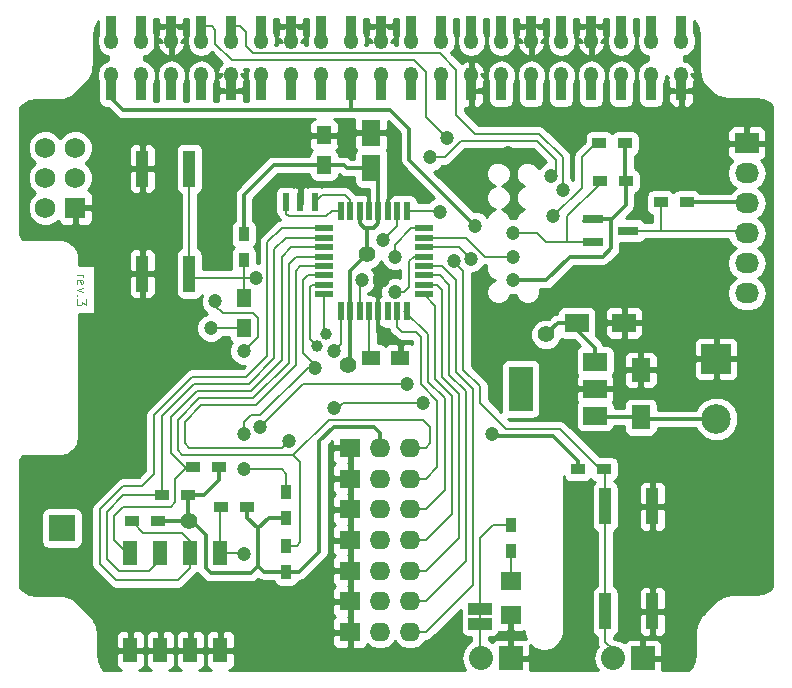
<source format=gbr>
G04 #@! TF.FileFunction,Copper,L1,Top,Signal*
%FSLAX46Y46*%
G04 Gerber Fmt 4.6, Leading zero omitted, Abs format (unit mm)*
G04 Created by KiCad (PCBNEW 4.0.4+e1-6308~48~ubuntu14.04.1-stable) date Thu Jan 12 15:11:12 2017*
%MOMM*%
%LPD*%
G01*
G04 APERTURE LIST*
%ADD10C,0.100000*%
%ADD11C,0.150000*%
%ADD12R,0.550000X1.600000*%
%ADD13R,1.600000X0.550000*%
%ADD14R,1.250000X1.500000*%
%ADD15R,1.600000X2.000000*%
%ADD16R,2.000000X1.600000*%
%ADD17R,1.500000X1.250000*%
%ADD18R,1.800860X0.800100*%
%ADD19R,0.900000X1.200000*%
%ADD20R,2.032000X1.727200*%
%ADD21O,2.032000X1.727200*%
%ADD22R,2.032000X2.032000*%
%ADD23O,2.032000X2.032000*%
%ADD24R,2.500000X2.500000*%
%ADD25C,2.500000*%
%ADD26R,2.235200X2.235200*%
%ADD27C,1.750000*%
%ADD28R,1.750000X1.750000*%
%ADD29R,1.200000X0.900000*%
%ADD30R,0.600000X1.500000*%
%ADD31R,1.600200X2.199640*%
%ADD32R,1.800860X1.597660*%
%ADD33R,1.000000X3.100000*%
%ADD34R,2.000000X1.000000*%
%ADD35R,0.889000X1.676400*%
%ADD36O,1.200000X1.400000*%
%ADD37R,2.000000X3.800000*%
%ADD38R,2.000000X1.500000*%
%ADD39R,1.750000X1.600000*%
%ADD40O,1.750000X1.600000*%
%ADD41R,1.200000X2.150000*%
%ADD42C,1.400000*%
%ADD43C,1.200000*%
%ADD44C,1.000000*%
%ADD45C,0.200000*%
%ADD46C,0.300000*%
%ADD47C,0.254000*%
G04 APERTURE END LIST*
D10*
X81638095Y-66773810D02*
X82171429Y-66773810D01*
X82019048Y-66773810D02*
X82095238Y-66811905D01*
X82133333Y-66850001D01*
X82171429Y-66926191D01*
X82171429Y-67002382D01*
X81676190Y-67573810D02*
X81638095Y-67497620D01*
X81638095Y-67345239D01*
X81676190Y-67269048D01*
X81752381Y-67230953D01*
X82057143Y-67230953D01*
X82133333Y-67269048D01*
X82171429Y-67345239D01*
X82171429Y-67497620D01*
X82133333Y-67573810D01*
X82057143Y-67611905D01*
X81980952Y-67611905D01*
X81904762Y-67230953D01*
X82171429Y-67878572D02*
X81638095Y-68069048D01*
X82171429Y-68259524D01*
X81714286Y-68564286D02*
X81676190Y-68602381D01*
X81638095Y-68564286D01*
X81676190Y-68526191D01*
X81714286Y-68564286D01*
X81638095Y-68564286D01*
X82438095Y-68869048D02*
X82438095Y-69364286D01*
X82133333Y-69097619D01*
X82133333Y-69211905D01*
X82095238Y-69288095D01*
X82057143Y-69326191D01*
X81980952Y-69364286D01*
X81790476Y-69364286D01*
X81714286Y-69326191D01*
X81676190Y-69288095D01*
X81638095Y-69211905D01*
X81638095Y-68983333D01*
X81676190Y-68907143D01*
X81714286Y-68869048D01*
D11*
X115800000Y-95050000D02*
X115800000Y-96320000D01*
D12*
X109600000Y-61400000D03*
X108800000Y-61400000D03*
X108000000Y-61400000D03*
X107200000Y-61400000D03*
X106400000Y-61400000D03*
X105600000Y-61400000D03*
X104800000Y-61400000D03*
X104000000Y-61400000D03*
D13*
X102550000Y-62850000D03*
X102550000Y-63650000D03*
X102550000Y-64450000D03*
X102550000Y-65250000D03*
X102550000Y-66050000D03*
X102550000Y-66850000D03*
X102550000Y-67650000D03*
X102550000Y-68450000D03*
D12*
X104000000Y-69900000D03*
X104800000Y-69900000D03*
X105600000Y-69900000D03*
X106400000Y-69900000D03*
X107200000Y-69900000D03*
X108000000Y-69900000D03*
X108800000Y-69900000D03*
X109600000Y-69900000D03*
D13*
X111050000Y-68450000D03*
X111050000Y-67650000D03*
X111050000Y-66850000D03*
X111050000Y-66050000D03*
X111050000Y-65250000D03*
X111050000Y-64450000D03*
X111050000Y-63650000D03*
X111050000Y-62850000D03*
D14*
X102600000Y-57500000D03*
X102600000Y-55000000D03*
D15*
X129400000Y-74850000D03*
X129400000Y-78850000D03*
D16*
X124000000Y-70850000D03*
X128000000Y-70850000D03*
D14*
X95800000Y-71300000D03*
X95800000Y-68800000D03*
D17*
X106550000Y-73850000D03*
X109050000Y-73850000D03*
D18*
X125348860Y-62100000D03*
X125348860Y-64000000D03*
X128351140Y-63050000D03*
D19*
X118400000Y-87950000D03*
X118400000Y-90150000D03*
D20*
X138400000Y-55650000D03*
D21*
X138400000Y-58190000D03*
X138400000Y-60730000D03*
X138400000Y-63270000D03*
X138400000Y-65810000D03*
X138400000Y-68350000D03*
D22*
X118400000Y-99250000D03*
D23*
X115860000Y-99250000D03*
D22*
X129600000Y-99250000D03*
D23*
X127060000Y-99250000D03*
D24*
X135800000Y-73910000D03*
D25*
X135800000Y-78990000D03*
D26*
X80400000Y-88250000D03*
D27*
X79000000Y-56050000D03*
X81540000Y-56050000D03*
X79000000Y-58590000D03*
X81540000Y-58590000D03*
X79000000Y-61130000D03*
D28*
X81540000Y-61130000D03*
D29*
X128100000Y-55650000D03*
X125900000Y-55650000D03*
X96100000Y-86450000D03*
X93900000Y-86450000D03*
X128150000Y-58850000D03*
X125950000Y-58850000D03*
X133300000Y-60650000D03*
X131100000Y-60650000D03*
X124100000Y-83250000D03*
X126300000Y-83250000D03*
D19*
X95800000Y-65550000D03*
X95800000Y-63350000D03*
D30*
X101800000Y-60650000D03*
X100600000Y-60650000D03*
X99400000Y-60650000D03*
D31*
X106600000Y-57751140D03*
X106600000Y-54748860D03*
D32*
X118400000Y-92730140D03*
X118400000Y-95569860D03*
D33*
X130400000Y-86400000D03*
X130400000Y-95300000D03*
X126400000Y-95300000D03*
X126400000Y-86400000D03*
X87200000Y-66700000D03*
X87200000Y-57800000D03*
X91200000Y-57800000D03*
X91200000Y-66700000D03*
D34*
X115800000Y-95050000D03*
X115800000Y-96320000D03*
D29*
X88500000Y-87650000D03*
X86300000Y-87650000D03*
X91100000Y-85450000D03*
X88900000Y-85450000D03*
X93700000Y-83050000D03*
X91500000Y-83050000D03*
D35*
X102350000Y-45732200D03*
X94730000Y-51167800D03*
X84570000Y-51167800D03*
X125210000Y-45732200D03*
X127750000Y-45732200D03*
X132830000Y-45732200D03*
X130290000Y-45732200D03*
X104890000Y-45732200D03*
X107430000Y-45732200D03*
X112510000Y-45732200D03*
X109970000Y-45732200D03*
X120130000Y-45732200D03*
X122670000Y-45732200D03*
X117590000Y-45732200D03*
X115050000Y-45732200D03*
X94730000Y-45732200D03*
X97270000Y-45732200D03*
X99810000Y-45732200D03*
X89650000Y-45732200D03*
X92190000Y-45732200D03*
X87110000Y-45732200D03*
X84570000Y-45732200D03*
X132830000Y-51167800D03*
X130290000Y-51167800D03*
X125210000Y-51167800D03*
X127750000Y-51167800D03*
X117590000Y-51167800D03*
X115050000Y-51167800D03*
X120130000Y-51167800D03*
X122670000Y-51167800D03*
X112510000Y-51167800D03*
X109970000Y-51167800D03*
X104890000Y-51167800D03*
X107430000Y-51167800D03*
X87110000Y-51167800D03*
X89650000Y-51167800D03*
X92190000Y-51167800D03*
X102350000Y-51167800D03*
X99810000Y-51167800D03*
D36*
X112510000Y-49920000D03*
X109970000Y-49920000D03*
X115050000Y-49920000D03*
X117590000Y-49920000D03*
X127750000Y-49920000D03*
X125210000Y-49920000D03*
X120130000Y-49920000D03*
X122670000Y-49920000D03*
X130290000Y-49920000D03*
X132830000Y-49920000D03*
X107430000Y-49920000D03*
X104890000Y-49920000D03*
X97270000Y-49920000D03*
X94730000Y-49920000D03*
X99810000Y-49920000D03*
X102350000Y-49920000D03*
X92190000Y-49920000D03*
X89650000Y-49920000D03*
X84570000Y-49920000D03*
X87110000Y-49920000D03*
X87110000Y-46980000D03*
X84570000Y-46980000D03*
X89650000Y-46980000D03*
X92190000Y-46980000D03*
X102350000Y-46980000D03*
X99810000Y-46980000D03*
X94730000Y-46980000D03*
X97270000Y-46980000D03*
X104890000Y-46980000D03*
X107430000Y-46980000D03*
X132830000Y-46980000D03*
X130290000Y-46980000D03*
X122670000Y-46980000D03*
X120130000Y-46980000D03*
X125210000Y-46980000D03*
X127750000Y-46980000D03*
X117590000Y-46980000D03*
X115050000Y-46980000D03*
X109970000Y-46980000D03*
X112510000Y-46980000D03*
D35*
X97270000Y-51167800D03*
D19*
X99400000Y-91950000D03*
X99400000Y-89750000D03*
X99400000Y-87350000D03*
X99400000Y-85150000D03*
D37*
X119250000Y-76450000D03*
D38*
X125550000Y-76450000D03*
X125550000Y-74150000D03*
X125550000Y-78750000D03*
D39*
X104800000Y-84050000D03*
D40*
X107340000Y-84050000D03*
X109880000Y-84050000D03*
D39*
X104800000Y-86650000D03*
D40*
X107340000Y-86650000D03*
X109880000Y-86650000D03*
D39*
X104800000Y-89250000D03*
D40*
X107340000Y-89250000D03*
X109880000Y-89250000D03*
D39*
X104800000Y-91850000D03*
D40*
X107340000Y-91850000D03*
X109880000Y-91850000D03*
D39*
X104800000Y-94450000D03*
D40*
X107340000Y-94450000D03*
X109880000Y-94450000D03*
D39*
X104800000Y-97050000D03*
D40*
X107340000Y-97050000D03*
X109880000Y-97050000D03*
D39*
X104800000Y-81450000D03*
D40*
X107340000Y-81450000D03*
X109880000Y-81450000D03*
D41*
X93810000Y-90325000D03*
X91270000Y-90325000D03*
X88730000Y-90325000D03*
X86190000Y-90325000D03*
X86190000Y-98575000D03*
X88730000Y-98575000D03*
X91270000Y-98575000D03*
X93810000Y-98575000D03*
D42*
X91200000Y-87650000D03*
D43*
X116800000Y-80250000D03*
D42*
X106200000Y-65050000D03*
X104600000Y-74450000D03*
X89200000Y-62250000D03*
X132800000Y-68650000D03*
X104400000Y-55450000D03*
X83600000Y-71450000D03*
X107400000Y-67250000D03*
X100400000Y-58850000D03*
X110000000Y-59250000D03*
X114400000Y-59650000D03*
D43*
X118200000Y-56450000D03*
D42*
X121400000Y-71850000D03*
D43*
X118600000Y-67250000D03*
X108600000Y-68250000D03*
X96800000Y-67050000D03*
X115000000Y-65450000D03*
X118600000Y-65250000D03*
X108600000Y-65250000D03*
X111000000Y-77650000D03*
X103400000Y-78050000D03*
X113600000Y-65650000D03*
X112400000Y-61450000D03*
X99600000Y-80850000D03*
X101800000Y-74650000D03*
X95800000Y-83250000D03*
X95800000Y-80250000D03*
D44*
X102000000Y-72850000D03*
D43*
X93400000Y-69050000D03*
X95800000Y-73250000D03*
D44*
X102800000Y-71850000D03*
D43*
X103400000Y-73250000D03*
X122800000Y-59650000D03*
X113000000Y-55250000D03*
X115400000Y-62650000D03*
X118600000Y-63250000D03*
X97200000Y-79650000D03*
X109600000Y-76050000D03*
X95800000Y-90450000D03*
X107600000Y-63850000D03*
X111600000Y-56850000D03*
X105800000Y-67250000D03*
X121800000Y-58450000D03*
X122000000Y-61850000D03*
X93000000Y-71300000D03*
D45*
X127750000Y-45732200D02*
X127750000Y-47180000D01*
X132830000Y-45732200D02*
X132830000Y-47180000D01*
X130290000Y-45732200D02*
X130290000Y-47180000D01*
X104890000Y-45732200D02*
X104890000Y-47180000D01*
X112510000Y-45732200D02*
X112510000Y-47180000D01*
X109970000Y-45732200D02*
X109970000Y-47180000D01*
X122670000Y-45732200D02*
X122670000Y-47180000D01*
X117590000Y-45732200D02*
X117590000Y-47180000D01*
X115050000Y-45732200D02*
X115050000Y-47180000D01*
X97270000Y-45732200D02*
X97270000Y-47180000D01*
X102350000Y-45732200D02*
X102350000Y-47180000D01*
X87110000Y-45732200D02*
X87110000Y-47180000D01*
X84570000Y-45732200D02*
X84570000Y-47180000D01*
X130290000Y-51167800D02*
X130290000Y-49720000D01*
X125210000Y-51167800D02*
X125210000Y-49720000D01*
X127750000Y-51167800D02*
X127750000Y-49720000D01*
X117590000Y-51167800D02*
X117590000Y-49720000D01*
X120130000Y-51167800D02*
X120130000Y-49720000D01*
X122670000Y-51167800D02*
X122670000Y-49720000D01*
X112510000Y-51167800D02*
X112510000Y-49720000D01*
X109970000Y-51167800D02*
X109970000Y-49720000D01*
X107430000Y-51167800D02*
X107430000Y-49720000D01*
X87110000Y-51167800D02*
X87110000Y-49720000D01*
X89650000Y-51167800D02*
X89650000Y-49720000D01*
X92190000Y-51167800D02*
X92190000Y-49720000D01*
X102350000Y-51167800D02*
X102350000Y-49720000D01*
X99810000Y-51167800D02*
X99810000Y-49720000D01*
X97270000Y-51167800D02*
X97270000Y-49720000D01*
D46*
X99400000Y-91950000D02*
X100500000Y-91950000D01*
X107340000Y-80190000D02*
X107340000Y-81450000D01*
X106800000Y-79650000D02*
X107340000Y-80190000D01*
X103400000Y-79650000D02*
X106800000Y-79650000D01*
X102200000Y-80850000D02*
X103400000Y-79650000D01*
X102200000Y-90250000D02*
X102200000Y-80850000D01*
X100500000Y-91950000D02*
X102200000Y-90250000D01*
X99400000Y-91950000D02*
X97500000Y-91950000D01*
X97500000Y-91950000D02*
X97000000Y-91450000D01*
X99400000Y-87350000D02*
X97900000Y-87350000D01*
X97900000Y-87350000D02*
X97000000Y-88250000D01*
X96400000Y-92050000D02*
X97000000Y-91450000D01*
X93000000Y-92050000D02*
X96400000Y-92050000D01*
X91400000Y-87650000D02*
X92600000Y-88850000D01*
X92600000Y-88850000D02*
X92600000Y-91650000D01*
X92600000Y-91650000D02*
X93000000Y-92050000D01*
X91200000Y-87650000D02*
X91400000Y-87650000D01*
X96100000Y-87350000D02*
X96100000Y-86450000D01*
X97000000Y-88250000D02*
X96100000Y-87350000D01*
X97000000Y-91450000D02*
X97000000Y-88250000D01*
X124100000Y-82550000D02*
X122000000Y-80450000D01*
X116600000Y-80450000D02*
X116800000Y-80250000D01*
X122000000Y-80450000D02*
X116600000Y-80450000D01*
X124100000Y-83250000D02*
X124100000Y-82550000D01*
X91200000Y-87650000D02*
X91100000Y-87650000D01*
X104800000Y-69900000D02*
X104800000Y-74250000D01*
X104800000Y-74250000D02*
X104600000Y-74450000D01*
X104800000Y-69900000D02*
X104800000Y-66450000D01*
X104800000Y-66450000D02*
X106200000Y-65050000D01*
X106200000Y-65050000D02*
X106200000Y-62850000D01*
X91100000Y-85450000D02*
X91100000Y-87650000D01*
X91100000Y-87650000D02*
X91200000Y-87650000D01*
X90400000Y-87650000D02*
X91200000Y-87650000D01*
X90400000Y-87650000D02*
X88500000Y-87650000D01*
X93700000Y-83050000D02*
X93700000Y-84150000D01*
X93700000Y-84150000D02*
X92400000Y-85450000D01*
X92400000Y-85450000D02*
X91100000Y-85450000D01*
X95800000Y-63350000D02*
X95800000Y-60050000D01*
X98350000Y-57500000D02*
X102600000Y-57500000D01*
X95800000Y-60050000D02*
X98350000Y-57500000D01*
X105600000Y-61400000D02*
X105600000Y-62450000D01*
X107200000Y-62450000D02*
X107200000Y-61400000D01*
X106800000Y-62850000D02*
X107200000Y-62450000D01*
X106000000Y-62850000D02*
X106200000Y-62850000D01*
X106200000Y-62850000D02*
X106800000Y-62850000D01*
X105600000Y-62450000D02*
X106000000Y-62850000D01*
X107200000Y-61400000D02*
X107200000Y-58351140D01*
X107200000Y-58351140D02*
X106600000Y-57751140D01*
X102600000Y-57500000D02*
X104250000Y-57500000D01*
X104501140Y-57751140D02*
X106600000Y-57751140D01*
X104250000Y-57500000D02*
X104501140Y-57751140D01*
X87200000Y-57800000D02*
X87200000Y-60250000D01*
X87200000Y-60250000D02*
X89200000Y-62250000D01*
X128000000Y-70850000D02*
X130600000Y-70850000D01*
X130600000Y-70850000D02*
X132800000Y-68650000D01*
X106600000Y-54748860D02*
X105101140Y-54748860D01*
X105101140Y-54748860D02*
X104400000Y-55450000D01*
X107600000Y-72050000D02*
X108600000Y-72050000D01*
X107200000Y-71650000D02*
X107600000Y-72050000D01*
X107200000Y-69900000D02*
X107200000Y-71650000D01*
X109050000Y-72500000D02*
X109050000Y-73850000D01*
X108600000Y-72050000D02*
X109050000Y-72500000D01*
X94730000Y-51167800D02*
X94730000Y-49720000D01*
X115050000Y-51167800D02*
X115050000Y-49720000D01*
X132830000Y-51167800D02*
X132830000Y-49720000D01*
X125210000Y-45732200D02*
X125210000Y-47180000D01*
X120130000Y-45732200D02*
X120130000Y-47180000D01*
X107430000Y-45732200D02*
X107430000Y-47180000D01*
X99810000Y-45732200D02*
X99810000Y-47180000D01*
X89650000Y-45732200D02*
X89650000Y-47180000D01*
X107200000Y-69900000D02*
X107200000Y-67450000D01*
X107200000Y-67450000D02*
X107400000Y-67250000D01*
X100600000Y-60650000D02*
X100600000Y-59050000D01*
X100600000Y-59050000D02*
X100400000Y-58850000D01*
X106400000Y-61400000D02*
X106400000Y-60050000D01*
X106400000Y-60050000D02*
X106200000Y-59850000D01*
X108000000Y-60450000D02*
X109200000Y-59250000D01*
X109200000Y-59250000D02*
X110000000Y-59250000D01*
X108000000Y-61400000D02*
X108000000Y-60450000D01*
X89650000Y-45732200D02*
X88617800Y-45732200D01*
X88617800Y-45732200D02*
X88350000Y-46000000D01*
X88350000Y-46000000D02*
X88350000Y-48500000D01*
X133300000Y-60650000D02*
X138320000Y-60650000D01*
X138320000Y-60650000D02*
X138400000Y-60730000D01*
X129400000Y-78850000D02*
X125650000Y-78850000D01*
X125650000Y-78850000D02*
X125550000Y-78750000D01*
X135800000Y-78990000D02*
X129540000Y-78990000D01*
X129540000Y-78990000D02*
X129400000Y-78850000D01*
X122400000Y-70850000D02*
X124000000Y-70850000D01*
X121400000Y-71850000D02*
X122400000Y-70850000D01*
X124000000Y-70850000D02*
X124000000Y-71450000D01*
X124000000Y-71450000D02*
X125550000Y-73000000D01*
X125550000Y-73000000D02*
X125550000Y-74150000D01*
X128100000Y-55650000D02*
X128100000Y-58800000D01*
X128100000Y-58800000D02*
X128150000Y-58850000D01*
X125348860Y-62100000D02*
X126950000Y-62100000D01*
X126950000Y-62100000D02*
X126900000Y-62150000D01*
X128150000Y-58850000D02*
X128150000Y-60900000D01*
X128150000Y-60900000D02*
X126900000Y-62150000D01*
X126900000Y-62150000D02*
X126900000Y-64550000D01*
X121400000Y-67250000D02*
X118600000Y-67250000D01*
X123400000Y-65250000D02*
X121400000Y-67250000D01*
X126200000Y-65250000D02*
X123400000Y-65250000D01*
X126900000Y-64550000D02*
X126200000Y-65250000D01*
X124600000Y-62200000D02*
X125348860Y-62100000D01*
D45*
X91200000Y-57800000D02*
X91200000Y-66700000D01*
X91200000Y-66700000D02*
X91550000Y-67050000D01*
X91550000Y-67050000D02*
X95800000Y-67050000D01*
X110200000Y-65250000D02*
X109800000Y-65650000D01*
X109800000Y-65650000D02*
X109800000Y-67850000D01*
X109800000Y-67850000D02*
X109400000Y-68250000D01*
X109400000Y-68250000D02*
X108600000Y-68250000D01*
X110200000Y-65250000D02*
X111050000Y-65250000D01*
X95800000Y-67050000D02*
X96800000Y-67050000D01*
X95800000Y-68800000D02*
X95800000Y-67050000D01*
X95800000Y-67050000D02*
X95800000Y-65550000D01*
X106400000Y-69900000D02*
X106400000Y-73700000D01*
X106400000Y-73700000D02*
X106550000Y-73850000D01*
X118400000Y-90150000D02*
X118400000Y-92730140D01*
X111050000Y-64450000D02*
X114000000Y-64450000D01*
X114000000Y-64450000D02*
X115000000Y-65450000D01*
X111050000Y-63650000D02*
X114600000Y-63650000D01*
X116200000Y-65250000D02*
X118600000Y-65250000D01*
X114600000Y-63650000D02*
X116200000Y-65250000D01*
X111000000Y-77650000D02*
X104200000Y-77650000D01*
X110000000Y-62850000D02*
X108600000Y-64250000D01*
X108600000Y-64250000D02*
X108600000Y-65250000D01*
X111050000Y-62850000D02*
X110000000Y-62850000D01*
X103800000Y-78050000D02*
X103400000Y-78050000D01*
X104200000Y-77650000D02*
X103800000Y-78050000D01*
X114400000Y-66450000D02*
X113600000Y-65650000D01*
X114400000Y-74850000D02*
X114400000Y-66450000D01*
X115800000Y-77650000D02*
X118000000Y-79850000D01*
X115800000Y-76250000D02*
X115800000Y-77650000D01*
X114400000Y-74850000D02*
X115800000Y-76250000D01*
X122600000Y-79850000D02*
X118000000Y-79850000D01*
X112400000Y-61450000D02*
X112350000Y-61400000D01*
X109600000Y-61400000D02*
X112350000Y-61400000D01*
X126000000Y-83250000D02*
X122600000Y-79850000D01*
X126300000Y-83250000D02*
X126000000Y-83250000D01*
X126400000Y-86400000D02*
X126400000Y-83350000D01*
X126400000Y-83350000D02*
X126300000Y-83250000D01*
X126400000Y-95300000D02*
X126400000Y-86400000D01*
X127060000Y-99250000D02*
X127060000Y-98510000D01*
X127060000Y-98510000D02*
X126400000Y-97850000D01*
X126400000Y-97850000D02*
X126400000Y-95300000D01*
X91200000Y-81450000D02*
X99000000Y-81450000D01*
X96800000Y-77850000D02*
X92200000Y-77850000D01*
X92200000Y-77850000D02*
X90800000Y-79250000D01*
X90800000Y-79250000D02*
X90800000Y-81050000D01*
X90800000Y-81050000D02*
X91200000Y-81450000D01*
X102550000Y-66050000D02*
X100600000Y-66050000D01*
X100600000Y-66050000D02*
X100200000Y-66450000D01*
X100200000Y-66450000D02*
X100200000Y-74450000D01*
X100200000Y-74450000D02*
X96800000Y-77850000D01*
X99000000Y-81450000D02*
X99600000Y-80850000D01*
X115800000Y-96320000D02*
X115800000Y-99190000D01*
X115800000Y-99190000D02*
X115860000Y-99250000D01*
X115060000Y-99000000D02*
X115060000Y-98960000D01*
X101800000Y-74650000D02*
X101200000Y-74650000D01*
X99400000Y-83650000D02*
X99400000Y-85150000D01*
X99000000Y-83250000D02*
X99400000Y-83650000D01*
X95800000Y-83250000D02*
X99000000Y-83250000D01*
X95800000Y-79250000D02*
X95800000Y-80250000D01*
X96400000Y-78650000D02*
X95800000Y-79250000D01*
X97200000Y-78650000D02*
X96400000Y-78650000D01*
X101200000Y-74650000D02*
X97200000Y-78650000D01*
X101200000Y-66850000D02*
X100800000Y-67250000D01*
X100800000Y-67250000D02*
X100800000Y-73450000D01*
X100800000Y-73450000D02*
X101800000Y-74450000D01*
X102550000Y-66850000D02*
X101200000Y-66850000D01*
X102000000Y-72850000D02*
X101400000Y-72250000D01*
X101400000Y-72250000D02*
X101400000Y-67850000D01*
X101400000Y-67850000D02*
X101600000Y-67650000D01*
X102550000Y-67650000D02*
X101600000Y-67650000D01*
X93400000Y-69050000D02*
X93400000Y-69450000D01*
X97000000Y-72050000D02*
X95800000Y-73250000D01*
X97000000Y-70450000D02*
X97000000Y-72050000D01*
X96600000Y-70050000D02*
X97000000Y-70450000D01*
X94000000Y-70050000D02*
X96600000Y-70050000D01*
X93400000Y-69450000D02*
X94000000Y-70050000D01*
X102550000Y-71600000D02*
X102550000Y-68450000D01*
X102800000Y-71850000D02*
X102550000Y-71600000D01*
X104000000Y-72650000D02*
X104000000Y-69900000D01*
X103400000Y-73250000D02*
X104000000Y-72650000D01*
X94730000Y-45732200D02*
X94730000Y-47180000D01*
X95500000Y-45750000D02*
X94747800Y-45750000D01*
X94747800Y-45750000D02*
X94730000Y-45732200D01*
X94730000Y-45732200D02*
X95082200Y-45732200D01*
X95482200Y-45732200D02*
X95500000Y-45750000D01*
X95500000Y-45750000D02*
X96000000Y-46250000D01*
X96000000Y-46250000D02*
X96000000Y-47450000D01*
X96000000Y-47450000D02*
X96600000Y-48050000D01*
X96600000Y-48050000D02*
X112400000Y-48050000D01*
X112400000Y-48050000D02*
X113800000Y-49450000D01*
X113800000Y-49450000D02*
X113800000Y-53250000D01*
X113800000Y-53250000D02*
X115400000Y-54850000D01*
X115400000Y-54850000D02*
X120800000Y-54850000D01*
X120800000Y-54850000D02*
X122800000Y-56850000D01*
X122800000Y-56850000D02*
X122800000Y-59650000D01*
X92190000Y-45732200D02*
X92190000Y-47180000D01*
X93082200Y-45732200D02*
X93400000Y-46050000D01*
X93400000Y-46050000D02*
X93400000Y-47250000D01*
X93400000Y-47250000D02*
X94800000Y-48650000D01*
X94800000Y-48650000D02*
X110200000Y-48650000D01*
X110200000Y-48650000D02*
X111200000Y-49650000D01*
X93082200Y-45732200D02*
X92190000Y-45732200D01*
X111200000Y-53450000D02*
X111200000Y-49650000D01*
X113000000Y-55250000D02*
X111200000Y-53450000D01*
D46*
X84570000Y-51167800D02*
X84570000Y-49720000D01*
X104890000Y-51167800D02*
X104890000Y-49720000D01*
X115400000Y-62650000D02*
X109800000Y-57050000D01*
X109800000Y-57050000D02*
X109800000Y-54450000D01*
X109800000Y-54450000D02*
X108200000Y-52850000D01*
X108200000Y-52850000D02*
X104890000Y-52850000D01*
X104890000Y-51167800D02*
X104890000Y-52850000D01*
X104890000Y-52850000D02*
X85600000Y-52850000D01*
X84570000Y-51167800D02*
X84570000Y-51820000D01*
X84570000Y-51820000D02*
X85600000Y-52850000D01*
D45*
X115800000Y-95050000D02*
X115800000Y-89050000D01*
X116900000Y-87950000D02*
X118400000Y-87950000D01*
X115800000Y-89050000D02*
X116900000Y-87950000D01*
X131100000Y-60650000D02*
X131100000Y-63050000D01*
X131100000Y-63050000D02*
X131000000Y-63050000D01*
X128351140Y-63050000D02*
X131000000Y-63050000D01*
X131000000Y-63050000D02*
X138180000Y-63050000D01*
X138180000Y-63050000D02*
X138400000Y-63270000D01*
X125950000Y-58850000D02*
X125950000Y-59100000D01*
X125950000Y-59100000D02*
X123200000Y-61850000D01*
X123200000Y-61850000D02*
X123200000Y-64000000D01*
X124550000Y-64000000D02*
X125348860Y-64000000D01*
X125700000Y-58850000D02*
X125700000Y-58950000D01*
X125348860Y-64000000D02*
X123200000Y-64000000D01*
X123200000Y-64000000D02*
X121350000Y-64000000D01*
X120600000Y-63250000D02*
X118600000Y-63250000D01*
X121350000Y-64000000D02*
X120600000Y-63250000D01*
X125348860Y-64000000D02*
X125800000Y-64000000D01*
X100800000Y-76050000D02*
X97200000Y-79650000D01*
X109600000Y-76050000D02*
X100800000Y-76050000D01*
X95675000Y-90325000D02*
X93810000Y-90325000D01*
X95800000Y-90450000D02*
X95675000Y-90325000D01*
X108800000Y-61400000D02*
X108800000Y-62650000D01*
X108800000Y-62650000D02*
X107600000Y-63850000D01*
X93810000Y-90325000D02*
X93810000Y-86560000D01*
X93810000Y-86560000D02*
X93700000Y-86450000D01*
X104800000Y-61400000D02*
X104800000Y-60450000D01*
X102400000Y-60050000D02*
X101800000Y-60650000D01*
X104400000Y-60050000D02*
X102400000Y-60050000D01*
X104800000Y-60450000D02*
X104400000Y-60050000D01*
X99400000Y-60650000D02*
X99400000Y-61650000D01*
X103250000Y-61400000D02*
X104000000Y-61400000D01*
X102800000Y-61850000D02*
X103250000Y-61400000D01*
X99600000Y-61850000D02*
X102800000Y-61850000D01*
X99400000Y-61650000D02*
X99600000Y-61850000D01*
X99400000Y-89750000D02*
X100300000Y-89750000D01*
X100600000Y-82650000D02*
X100000000Y-82050000D01*
X100600000Y-89450000D02*
X100600000Y-82650000D01*
X100300000Y-89750000D02*
X100600000Y-89450000D01*
X100000000Y-82050000D02*
X103000000Y-79050000D01*
X102550000Y-65250000D02*
X100200000Y-65250000D01*
X100200000Y-65250000D02*
X99600000Y-65850000D01*
X99600000Y-65850000D02*
X99600000Y-74250000D01*
X100000000Y-82050000D02*
X90600000Y-82050000D01*
X90600000Y-82050000D02*
X90200000Y-81650000D01*
X90200000Y-81650000D02*
X90200000Y-79050000D01*
X90200000Y-79050000D02*
X92000000Y-77250000D01*
X92000000Y-77250000D02*
X96600000Y-77250000D01*
X96600000Y-77250000D02*
X99600000Y-74250000D01*
X111200000Y-81450000D02*
X109880000Y-81450000D01*
X111000000Y-79050000D02*
X103800000Y-79050000D01*
X111600000Y-79650000D02*
X111000000Y-79050000D01*
X111600000Y-81050000D02*
X111600000Y-79650000D01*
X111600000Y-81050000D02*
X111200000Y-81450000D01*
X103800000Y-79050000D02*
X103800000Y-79050000D01*
X103000000Y-79050000D02*
X103800000Y-79050000D01*
X121800000Y-58450000D02*
X122200000Y-58050000D01*
X105800000Y-67250000D02*
X105600000Y-67450000D01*
X105600000Y-67450000D02*
X105600000Y-69900000D01*
X112800000Y-56850000D02*
X111600000Y-56850000D01*
X114200000Y-55450000D02*
X112800000Y-56850000D01*
X120600000Y-55450000D02*
X114200000Y-55450000D01*
X122200000Y-57050000D02*
X120600000Y-55450000D01*
X122200000Y-58050000D02*
X122200000Y-57050000D01*
X121800000Y-58450000D02*
X121600000Y-58250000D01*
X109880000Y-84050000D02*
X111200000Y-84050000D01*
X112200000Y-83050000D02*
X111200000Y-84050000D01*
X108800000Y-71250000D02*
X109200000Y-71650000D01*
X108800000Y-71250000D02*
X108800000Y-69900000D01*
X110800000Y-76050000D02*
X112200000Y-77450000D01*
X110800000Y-72050000D02*
X110800000Y-76050000D01*
X110400000Y-71650000D02*
X110800000Y-72050000D01*
X109200000Y-71650000D02*
X110400000Y-71650000D01*
X112200000Y-77450000D02*
X112200000Y-83050000D01*
X109880000Y-86650000D02*
X111200000Y-86650000D01*
X112800000Y-85050000D02*
X111200000Y-86650000D01*
X112800000Y-77250000D02*
X112800000Y-85050000D01*
X111400000Y-75850000D02*
X111400000Y-71850000D01*
X111400000Y-75850000D02*
X112800000Y-77250000D01*
X111400000Y-71850000D02*
X109400000Y-69850000D01*
X109400000Y-69850000D02*
X109650000Y-69850000D01*
X109650000Y-69850000D02*
X109600000Y-69900000D01*
X109880000Y-89250000D02*
X111200000Y-89250000D01*
X113400000Y-87050000D02*
X111200000Y-89250000D01*
X113400000Y-85450000D02*
X113400000Y-85450000D01*
X113400000Y-77050000D02*
X113400000Y-85450000D01*
X112000000Y-75650000D02*
X112000000Y-69400000D01*
X112000000Y-75650000D02*
X113400000Y-77050000D01*
X112000000Y-69400000D02*
X111050000Y-68450000D01*
X113400000Y-85450000D02*
X113400000Y-87050000D01*
X109880000Y-91850000D02*
X111200000Y-91850000D01*
X112200000Y-67650000D02*
X111050000Y-67650000D01*
X112200000Y-67650000D02*
X112600000Y-68050000D01*
X112600000Y-68050000D02*
X112600000Y-75450000D01*
X112600000Y-75450000D02*
X114000000Y-76850000D01*
X114000000Y-76850000D02*
X114000000Y-85650000D01*
X114000000Y-85650000D02*
X114000000Y-85650000D01*
X114000000Y-85650000D02*
X114000000Y-89050000D01*
X114000000Y-89050000D02*
X111200000Y-91850000D01*
X109880000Y-94450000D02*
X111200000Y-94450000D01*
X114600000Y-91050000D02*
X111200000Y-94450000D01*
X114600000Y-85850000D02*
X114600000Y-85850000D01*
X114600000Y-76650000D02*
X114600000Y-85850000D01*
X113200000Y-75250000D02*
X114600000Y-76650000D01*
X113200000Y-67650000D02*
X113200000Y-75250000D01*
X112400000Y-66850000D02*
X113200000Y-67650000D01*
X112400000Y-66850000D02*
X111050000Y-66850000D01*
X114600000Y-85850000D02*
X114600000Y-91050000D01*
X112600000Y-66050000D02*
X111050000Y-66050000D01*
X112600000Y-66050000D02*
X113800000Y-67250000D01*
X113800000Y-67250000D02*
X113800000Y-75050000D01*
X113800000Y-75050000D02*
X115200000Y-76450000D01*
X115200000Y-76450000D02*
X115200000Y-93050000D01*
X109880000Y-97050000D02*
X111200000Y-97050000D01*
X111200000Y-97050000D02*
X115200000Y-93050000D01*
X125900000Y-55650000D02*
X125600000Y-55650000D01*
X125600000Y-55650000D02*
X124400000Y-56850000D01*
X124400000Y-56850000D02*
X124400000Y-59450000D01*
X124400000Y-59450000D02*
X122000000Y-61850000D01*
X88200000Y-83650000D02*
X88200000Y-78650000D01*
X87200000Y-84650000D02*
X88200000Y-83650000D01*
X91270000Y-90325000D02*
X91270000Y-91580000D01*
X99000000Y-62850000D02*
X102550000Y-62850000D01*
X97800000Y-64050000D02*
X99000000Y-62850000D01*
X97800000Y-73650000D02*
X97800000Y-64050000D01*
X83600000Y-86650000D02*
X85600000Y-84650000D01*
X83600000Y-91250000D02*
X83600000Y-86650000D01*
X85000000Y-92650000D02*
X83600000Y-91250000D01*
X90200000Y-92650000D02*
X85000000Y-92650000D01*
X91270000Y-91580000D02*
X90200000Y-92650000D01*
X85600000Y-84650000D02*
X87200000Y-84650000D01*
X96000000Y-75450000D02*
X97800000Y-73650000D01*
X91400000Y-75450000D02*
X96000000Y-75450000D01*
X88200000Y-78650000D02*
X91400000Y-75450000D01*
X91270000Y-90325000D02*
X91270000Y-89320000D01*
X91270000Y-89320000D02*
X90600000Y-88650000D01*
X90600000Y-88650000D02*
X87300000Y-88650000D01*
X87300000Y-88650000D02*
X86300000Y-87650000D01*
X88900000Y-85450000D02*
X88900000Y-78750000D01*
X99400000Y-63650000D02*
X102550000Y-63650000D01*
X98400000Y-64650000D02*
X98400000Y-73850000D01*
X99400000Y-63650000D02*
X98400000Y-64650000D01*
X96200000Y-76050000D02*
X98400000Y-73850000D01*
X91600000Y-76050000D02*
X96200000Y-76050000D01*
X88900000Y-78750000D02*
X91600000Y-76050000D01*
X88730000Y-90325000D02*
X88730000Y-90920000D01*
X88730000Y-90920000D02*
X87800000Y-91850000D01*
X87800000Y-91850000D02*
X85200000Y-91850000D01*
X85200000Y-91850000D02*
X84200000Y-90850000D01*
X84200000Y-90850000D02*
X84200000Y-86850000D01*
X84200000Y-86850000D02*
X85600000Y-85450000D01*
X85600000Y-85450000D02*
X88900000Y-85450000D01*
X91500000Y-83050000D02*
X90800000Y-83050000D01*
X99800000Y-64450000D02*
X102550000Y-64450000D01*
X99000000Y-65250000D02*
X99000000Y-74050000D01*
X99800000Y-64450000D02*
X99000000Y-65250000D01*
X96400000Y-76650000D02*
X99000000Y-74050000D01*
X91800000Y-76650000D02*
X96400000Y-76650000D01*
X89600000Y-78850000D02*
X91800000Y-76650000D01*
X89600000Y-81850000D02*
X89600000Y-78850000D01*
X90800000Y-83050000D02*
X89600000Y-81850000D01*
X86190000Y-90325000D02*
X85875000Y-90325000D01*
X85875000Y-90325000D02*
X84800000Y-89250000D01*
X84800000Y-89250000D02*
X84800000Y-87250000D01*
X84800000Y-87250000D02*
X85600000Y-86450000D01*
X85600000Y-86450000D02*
X89600000Y-86450000D01*
X89600000Y-86450000D02*
X90000000Y-86050000D01*
X90000000Y-86050000D02*
X90000000Y-84050000D01*
X90000000Y-84050000D02*
X91000000Y-83050000D01*
X91000000Y-83050000D02*
X91500000Y-83050000D01*
X95800000Y-71300000D02*
X93000000Y-71300000D01*
D47*
G36*
X83478060Y-46307822D02*
X83429009Y-46381232D01*
X83335000Y-46853846D01*
X83335000Y-47106154D01*
X83429009Y-47578768D01*
X83696723Y-47979431D01*
X84097386Y-48247145D01*
X84316138Y-48290658D01*
X84315860Y-48609398D01*
X84097386Y-48652855D01*
X83696723Y-48920569D01*
X83429009Y-49321232D01*
X83335000Y-49793846D01*
X83335000Y-50046154D01*
X83429009Y-50518768D01*
X83478060Y-50592178D01*
X83478060Y-52006000D01*
X83522338Y-52241317D01*
X83661410Y-52457441D01*
X83873610Y-52602431D01*
X84125500Y-52653440D01*
X84293282Y-52653440D01*
X85044921Y-53405079D01*
X85299593Y-53575245D01*
X85600000Y-53635000D01*
X101800406Y-53635000D01*
X101615301Y-53711673D01*
X101436673Y-53890302D01*
X101340000Y-54123691D01*
X101340000Y-54714250D01*
X101498750Y-54873000D01*
X102473000Y-54873000D01*
X102473000Y-54853000D01*
X102727000Y-54853000D01*
X102727000Y-54873000D01*
X103701250Y-54873000D01*
X103860000Y-54714250D01*
X103860000Y-54123691D01*
X103763327Y-53890302D01*
X103584699Y-53711673D01*
X103399594Y-53635000D01*
X105164900Y-53635000D01*
X105164900Y-54463110D01*
X105323650Y-54621860D01*
X106473000Y-54621860D01*
X106473000Y-54601860D01*
X106727000Y-54601860D01*
X106727000Y-54621860D01*
X107876350Y-54621860D01*
X108035100Y-54463110D01*
X108035100Y-53795258D01*
X109015000Y-54775158D01*
X109015000Y-57050000D01*
X109074755Y-57350407D01*
X109244921Y-57605079D01*
X111942575Y-60302733D01*
X111701343Y-60402408D01*
X111438292Y-60665000D01*
X110522440Y-60665000D01*
X110522440Y-60600000D01*
X110478162Y-60364683D01*
X110339090Y-60148559D01*
X110126890Y-60003569D01*
X109875000Y-59952560D01*
X109325000Y-59952560D01*
X109195411Y-59976944D01*
X109075000Y-59952560D01*
X108525000Y-59952560D01*
X108419295Y-59972450D01*
X108401310Y-59965000D01*
X108285750Y-59965000D01*
X108189349Y-60061401D01*
X108073559Y-60135910D01*
X108000116Y-60243397D01*
X107985000Y-60219905D01*
X107985000Y-59119726D01*
X107996531Y-59102850D01*
X108047540Y-58850960D01*
X108047540Y-56651320D01*
X108003262Y-56416003D01*
X107896584Y-56250221D01*
X107938427Y-56208378D01*
X108035100Y-55974989D01*
X108035100Y-55034610D01*
X107876350Y-54875860D01*
X106727000Y-54875860D01*
X106727000Y-54895860D01*
X106473000Y-54895860D01*
X106473000Y-54875860D01*
X105323650Y-54875860D01*
X105164900Y-55034610D01*
X105164900Y-55974989D01*
X105261573Y-56208378D01*
X105304606Y-56251411D01*
X105203469Y-56399430D01*
X105152460Y-56651320D01*
X105152460Y-56966140D01*
X104826298Y-56966140D01*
X104805079Y-56944921D01*
X104550407Y-56774755D01*
X104250000Y-56715000D01*
X103865854Y-56715000D01*
X103828162Y-56514683D01*
X103689090Y-56298559D01*
X103620994Y-56252031D01*
X103763327Y-56109698D01*
X103860000Y-55876309D01*
X103860000Y-55285750D01*
X103701250Y-55127000D01*
X102727000Y-55127000D01*
X102727000Y-55147000D01*
X102473000Y-55147000D01*
X102473000Y-55127000D01*
X101498750Y-55127000D01*
X101340000Y-55285750D01*
X101340000Y-55876309D01*
X101436673Y-56109698D01*
X101577910Y-56250936D01*
X101523559Y-56285910D01*
X101378569Y-56498110D01*
X101334648Y-56715000D01*
X98350005Y-56715000D01*
X98350000Y-56714999D01*
X98049594Y-56774755D01*
X97794921Y-56944921D01*
X95244921Y-59494921D01*
X95074755Y-59749593D01*
X95051799Y-59865000D01*
X95015000Y-60050000D01*
X95015000Y-62210982D01*
X94898559Y-62285910D01*
X94753569Y-62498110D01*
X94702560Y-62750000D01*
X94702560Y-63950000D01*
X94746838Y-64185317D01*
X94885910Y-64401441D01*
X94955711Y-64449134D01*
X94898559Y-64485910D01*
X94753569Y-64698110D01*
X94702560Y-64950000D01*
X94702560Y-66150000D01*
X94733607Y-66315000D01*
X92347440Y-66315000D01*
X92347440Y-65150000D01*
X92303162Y-64914683D01*
X92164090Y-64698559D01*
X91951890Y-64553569D01*
X91935000Y-64550149D01*
X91935000Y-59953222D01*
X91935317Y-59953162D01*
X92151441Y-59814090D01*
X92296431Y-59601890D01*
X92347440Y-59350000D01*
X92347440Y-56250000D01*
X92303162Y-56014683D01*
X92164090Y-55798559D01*
X91951890Y-55653569D01*
X91700000Y-55602560D01*
X90700000Y-55602560D01*
X90464683Y-55646838D01*
X90248559Y-55785910D01*
X90103569Y-55998110D01*
X90052560Y-56250000D01*
X90052560Y-59350000D01*
X90096838Y-59585317D01*
X90235910Y-59801441D01*
X90448110Y-59946431D01*
X90465000Y-59949851D01*
X90465000Y-64546778D01*
X90464683Y-64546838D01*
X90248559Y-64685910D01*
X90103569Y-64898110D01*
X90052560Y-65150000D01*
X90052560Y-68250000D01*
X90096838Y-68485317D01*
X90235910Y-68701441D01*
X90448110Y-68846431D01*
X90700000Y-68897440D01*
X91700000Y-68897440D01*
X91935317Y-68853162D01*
X92151441Y-68714090D01*
X92280948Y-68524550D01*
X92165215Y-68803266D01*
X92164786Y-69294579D01*
X92352408Y-69748657D01*
X92693518Y-70090364D01*
X92301343Y-70252408D01*
X91953629Y-70599515D01*
X91765215Y-71053266D01*
X91764786Y-71544579D01*
X91952408Y-71998657D01*
X92299515Y-72346371D01*
X92753266Y-72534785D01*
X93244579Y-72535214D01*
X93698657Y-72347592D01*
X94011796Y-72035000D01*
X94527560Y-72035000D01*
X94527560Y-72050000D01*
X94571838Y-72285317D01*
X94710910Y-72501441D01*
X94764860Y-72538304D01*
X94753629Y-72549515D01*
X94565215Y-73003266D01*
X94564786Y-73494579D01*
X94752408Y-73948657D01*
X95099515Y-74296371D01*
X95553266Y-74484785D01*
X95925444Y-74485110D01*
X95695554Y-74715000D01*
X91400000Y-74715000D01*
X91165394Y-74761667D01*
X91118727Y-74770949D01*
X90880276Y-74930277D01*
X87680277Y-78130277D01*
X87520949Y-78368728D01*
X87465000Y-78650000D01*
X87465000Y-83345553D01*
X86895554Y-83915000D01*
X85600000Y-83915000D01*
X85318728Y-83970949D01*
X85080276Y-84130277D01*
X83080277Y-86130277D01*
X82920949Y-86368728D01*
X82865000Y-86650000D01*
X82865000Y-91250000D01*
X82902739Y-91439723D01*
X82920949Y-91531272D01*
X83080277Y-91769723D01*
X84480277Y-93169723D01*
X84718728Y-93329051D01*
X85000000Y-93385000D01*
X90200000Y-93385000D01*
X90481272Y-93329051D01*
X90719723Y-93169723D01*
X91789724Y-92099723D01*
X91824658Y-92047440D01*
X91870000Y-92047440D01*
X91931818Y-92035808D01*
X92044921Y-92205079D01*
X92444921Y-92605079D01*
X92699594Y-92775245D01*
X93000000Y-92835000D01*
X96400000Y-92835000D01*
X96700407Y-92775245D01*
X96955079Y-92605079D01*
X97010956Y-92549202D01*
X97199594Y-92675245D01*
X97500000Y-92735000D01*
X98337370Y-92735000D01*
X98346838Y-92785317D01*
X98485910Y-93001441D01*
X98698110Y-93146431D01*
X98950000Y-93197440D01*
X99850000Y-93197440D01*
X100085317Y-93153162D01*
X100301441Y-93014090D01*
X100446431Y-92801890D01*
X100459977Y-92735000D01*
X100500000Y-92735000D01*
X100800407Y-92675245D01*
X101055079Y-92505079D01*
X101424408Y-92135750D01*
X103290000Y-92135750D01*
X103290000Y-92776309D01*
X103386673Y-93009698D01*
X103526974Y-93150000D01*
X103386673Y-93290302D01*
X103290000Y-93523691D01*
X103290000Y-94164250D01*
X103448750Y-94323000D01*
X104673000Y-94323000D01*
X104673000Y-93173750D01*
X104649250Y-93150000D01*
X104673000Y-93126250D01*
X104673000Y-91977000D01*
X103448750Y-91977000D01*
X103290000Y-92135750D01*
X101424408Y-92135750D01*
X102755079Y-90805079D01*
X102925245Y-90550407D01*
X102985000Y-90250000D01*
X102985000Y-89535750D01*
X103290000Y-89535750D01*
X103290000Y-90176309D01*
X103386673Y-90409698D01*
X103526974Y-90550000D01*
X103386673Y-90690302D01*
X103290000Y-90923691D01*
X103290000Y-91564250D01*
X103448750Y-91723000D01*
X104673000Y-91723000D01*
X104673000Y-90573750D01*
X104649250Y-90550000D01*
X104673000Y-90526250D01*
X104673000Y-89377000D01*
X103448750Y-89377000D01*
X103290000Y-89535750D01*
X102985000Y-89535750D01*
X102985000Y-86935750D01*
X103290000Y-86935750D01*
X103290000Y-87576309D01*
X103386673Y-87809698D01*
X103526974Y-87950000D01*
X103386673Y-88090302D01*
X103290000Y-88323691D01*
X103290000Y-88964250D01*
X103448750Y-89123000D01*
X104673000Y-89123000D01*
X104673000Y-87973750D01*
X104649250Y-87950000D01*
X104673000Y-87926250D01*
X104673000Y-86777000D01*
X103448750Y-86777000D01*
X103290000Y-86935750D01*
X102985000Y-86935750D01*
X102985000Y-84335750D01*
X103290000Y-84335750D01*
X103290000Y-84976309D01*
X103386673Y-85209698D01*
X103526974Y-85350000D01*
X103386673Y-85490302D01*
X103290000Y-85723691D01*
X103290000Y-86364250D01*
X103448750Y-86523000D01*
X104673000Y-86523000D01*
X104673000Y-85373750D01*
X104649250Y-85350000D01*
X104673000Y-85326250D01*
X104673000Y-84177000D01*
X103448750Y-84177000D01*
X103290000Y-84335750D01*
X102985000Y-84335750D01*
X102985000Y-81735750D01*
X103290000Y-81735750D01*
X103290000Y-82376309D01*
X103386673Y-82609698D01*
X103526974Y-82750000D01*
X103386673Y-82890302D01*
X103290000Y-83123691D01*
X103290000Y-83764250D01*
X103448750Y-83923000D01*
X104673000Y-83923000D01*
X104673000Y-82773750D01*
X104649250Y-82750000D01*
X104673000Y-82726250D01*
X104673000Y-81577000D01*
X103448750Y-81577000D01*
X103290000Y-81735750D01*
X102985000Y-81735750D01*
X102985000Y-81175158D01*
X103290000Y-80870158D01*
X103290000Y-81164250D01*
X103448750Y-81323000D01*
X104673000Y-81323000D01*
X104673000Y-81303000D01*
X104927000Y-81303000D01*
X104927000Y-81323000D01*
X104947000Y-81323000D01*
X104947000Y-81577000D01*
X104927000Y-81577000D01*
X104927000Y-82726250D01*
X104950750Y-82750000D01*
X104927000Y-82773750D01*
X104927000Y-83923000D01*
X104947000Y-83923000D01*
X104947000Y-84177000D01*
X104927000Y-84177000D01*
X104927000Y-85326250D01*
X104950750Y-85350000D01*
X104927000Y-85373750D01*
X104927000Y-86523000D01*
X104947000Y-86523000D01*
X104947000Y-86777000D01*
X104927000Y-86777000D01*
X104927000Y-87926250D01*
X104950750Y-87950000D01*
X104927000Y-87973750D01*
X104927000Y-89123000D01*
X104947000Y-89123000D01*
X104947000Y-89377000D01*
X104927000Y-89377000D01*
X104927000Y-90526250D01*
X104950750Y-90550000D01*
X104927000Y-90573750D01*
X104927000Y-91723000D01*
X104947000Y-91723000D01*
X104947000Y-91977000D01*
X104927000Y-91977000D01*
X104927000Y-93126250D01*
X104950750Y-93150000D01*
X104927000Y-93173750D01*
X104927000Y-94323000D01*
X104947000Y-94323000D01*
X104947000Y-94577000D01*
X104927000Y-94577000D01*
X104927000Y-95726250D01*
X104950750Y-95750000D01*
X104927000Y-95773750D01*
X104927000Y-96923000D01*
X104947000Y-96923000D01*
X104947000Y-97177000D01*
X104927000Y-97177000D01*
X104927000Y-98326250D01*
X105085750Y-98485000D01*
X105801310Y-98485000D01*
X106034699Y-98388327D01*
X106213327Y-98209698D01*
X106261971Y-98092262D01*
X106686266Y-98375767D01*
X107235417Y-98485000D01*
X107444583Y-98485000D01*
X107993734Y-98375767D01*
X108459281Y-98064698D01*
X108610000Y-97839131D01*
X108760719Y-98064698D01*
X109226266Y-98375767D01*
X109775417Y-98485000D01*
X109984583Y-98485000D01*
X110533734Y-98375767D01*
X110999281Y-98064698D01*
X111186169Y-97785000D01*
X111200000Y-97785000D01*
X111481272Y-97729051D01*
X111719723Y-97569723D01*
X114152560Y-95136887D01*
X114152560Y-95550000D01*
X114178895Y-95689956D01*
X114152560Y-95820000D01*
X114152560Y-96820000D01*
X114196838Y-97055317D01*
X114335910Y-97271441D01*
X114548110Y-97416431D01*
X114800000Y-97467440D01*
X115065000Y-97467440D01*
X115065000Y-97801370D01*
X114692567Y-98050222D01*
X114334675Y-98585845D01*
X114209000Y-99217655D01*
X114209000Y-99282345D01*
X114334675Y-99914155D01*
X114569102Y-100265000D01*
X94584593Y-100265000D01*
X94769698Y-100188327D01*
X94948327Y-100009699D01*
X95045000Y-99776310D01*
X95045000Y-98860750D01*
X94886250Y-98702000D01*
X93937000Y-98702000D01*
X93937000Y-98722000D01*
X93683000Y-98722000D01*
X93683000Y-98702000D01*
X92733750Y-98702000D01*
X92575000Y-98860750D01*
X92575000Y-99776310D01*
X92671673Y-100009699D01*
X92850302Y-100188327D01*
X93035407Y-100265000D01*
X92044593Y-100265000D01*
X92229698Y-100188327D01*
X92408327Y-100009699D01*
X92505000Y-99776310D01*
X92505000Y-98860750D01*
X92346250Y-98702000D01*
X91397000Y-98702000D01*
X91397000Y-98722000D01*
X91143000Y-98722000D01*
X91143000Y-98702000D01*
X90193750Y-98702000D01*
X90035000Y-98860750D01*
X90035000Y-99776310D01*
X90131673Y-100009699D01*
X90310302Y-100188327D01*
X90495407Y-100265000D01*
X89504593Y-100265000D01*
X89689698Y-100188327D01*
X89868327Y-100009699D01*
X89965000Y-99776310D01*
X89965000Y-98860750D01*
X89806250Y-98702000D01*
X88857000Y-98702000D01*
X88857000Y-98722000D01*
X88603000Y-98722000D01*
X88603000Y-98702000D01*
X87653750Y-98702000D01*
X87495000Y-98860750D01*
X87495000Y-99776310D01*
X87591673Y-100009699D01*
X87770302Y-100188327D01*
X87955407Y-100265000D01*
X86964593Y-100265000D01*
X87149698Y-100188327D01*
X87328327Y-100009699D01*
X87425000Y-99776310D01*
X87425000Y-98860750D01*
X87266250Y-98702000D01*
X86317000Y-98702000D01*
X86317000Y-98722000D01*
X86063000Y-98722000D01*
X86063000Y-98702000D01*
X85113750Y-98702000D01*
X84955000Y-98860750D01*
X84955000Y-99776310D01*
X85051673Y-100009699D01*
X85230302Y-100188327D01*
X85415407Y-100265000D01*
X84001001Y-100265000D01*
X83785992Y-100049991D01*
X83520176Y-99528298D01*
X83427000Y-98940008D01*
X83427000Y-97373690D01*
X84955000Y-97373690D01*
X84955000Y-98289250D01*
X85113750Y-98448000D01*
X86063000Y-98448000D01*
X86063000Y-97023750D01*
X86317000Y-97023750D01*
X86317000Y-98448000D01*
X87266250Y-98448000D01*
X87425000Y-98289250D01*
X87425000Y-97373690D01*
X87495000Y-97373690D01*
X87495000Y-98289250D01*
X87653750Y-98448000D01*
X88603000Y-98448000D01*
X88603000Y-97023750D01*
X88857000Y-97023750D01*
X88857000Y-98448000D01*
X89806250Y-98448000D01*
X89965000Y-98289250D01*
X89965000Y-97373690D01*
X90035000Y-97373690D01*
X90035000Y-98289250D01*
X90193750Y-98448000D01*
X91143000Y-98448000D01*
X91143000Y-97023750D01*
X91397000Y-97023750D01*
X91397000Y-98448000D01*
X92346250Y-98448000D01*
X92505000Y-98289250D01*
X92505000Y-97373690D01*
X92575000Y-97373690D01*
X92575000Y-98289250D01*
X92733750Y-98448000D01*
X93683000Y-98448000D01*
X93683000Y-97023750D01*
X93937000Y-97023750D01*
X93937000Y-98448000D01*
X94886250Y-98448000D01*
X95045000Y-98289250D01*
X95045000Y-97373690D01*
X95029285Y-97335750D01*
X103290000Y-97335750D01*
X103290000Y-97976309D01*
X103386673Y-98209698D01*
X103565301Y-98388327D01*
X103798690Y-98485000D01*
X104514250Y-98485000D01*
X104673000Y-98326250D01*
X104673000Y-97177000D01*
X103448750Y-97177000D01*
X103290000Y-97335750D01*
X95029285Y-97335750D01*
X94948327Y-97140301D01*
X94769698Y-96961673D01*
X94536309Y-96865000D01*
X94095750Y-96865000D01*
X93937000Y-97023750D01*
X93683000Y-97023750D01*
X93524250Y-96865000D01*
X93083691Y-96865000D01*
X92850302Y-96961673D01*
X92671673Y-97140301D01*
X92575000Y-97373690D01*
X92505000Y-97373690D01*
X92408327Y-97140301D01*
X92229698Y-96961673D01*
X91996309Y-96865000D01*
X91555750Y-96865000D01*
X91397000Y-97023750D01*
X91143000Y-97023750D01*
X90984250Y-96865000D01*
X90543691Y-96865000D01*
X90310302Y-96961673D01*
X90131673Y-97140301D01*
X90035000Y-97373690D01*
X89965000Y-97373690D01*
X89868327Y-97140301D01*
X89689698Y-96961673D01*
X89456309Y-96865000D01*
X89015750Y-96865000D01*
X88857000Y-97023750D01*
X88603000Y-97023750D01*
X88444250Y-96865000D01*
X88003691Y-96865000D01*
X87770302Y-96961673D01*
X87591673Y-97140301D01*
X87495000Y-97373690D01*
X87425000Y-97373690D01*
X87328327Y-97140301D01*
X87149698Y-96961673D01*
X86916309Y-96865000D01*
X86475750Y-96865000D01*
X86317000Y-97023750D01*
X86063000Y-97023750D01*
X85904250Y-96865000D01*
X85463691Y-96865000D01*
X85230302Y-96961673D01*
X85051673Y-97140301D01*
X84955000Y-97373690D01*
X83427000Y-97373690D01*
X83427000Y-97128427D01*
X83425914Y-97111850D01*
X83357766Y-96594212D01*
X83349185Y-96562188D01*
X83149384Y-96079826D01*
X83132807Y-96051114D01*
X82814970Y-95636901D01*
X82804017Y-95624411D01*
X81915356Y-94735750D01*
X103290000Y-94735750D01*
X103290000Y-95376309D01*
X103386673Y-95609698D01*
X103526974Y-95750000D01*
X103386673Y-95890302D01*
X103290000Y-96123691D01*
X103290000Y-96764250D01*
X103448750Y-96923000D01*
X104673000Y-96923000D01*
X104673000Y-95773750D01*
X104649250Y-95750000D01*
X104673000Y-95726250D01*
X104673000Y-94577000D01*
X103448750Y-94577000D01*
X103290000Y-94735750D01*
X81915356Y-94735750D01*
X81675589Y-94495983D01*
X81663099Y-94485030D01*
X81248886Y-94167193D01*
X81220174Y-94150616D01*
X80737812Y-93950815D01*
X80705788Y-93942234D01*
X80188150Y-93874086D01*
X80171573Y-93873000D01*
X78209992Y-93873000D01*
X77621702Y-93779824D01*
X77100009Y-93514008D01*
X76885000Y-93298999D01*
X76885000Y-87132400D01*
X78634960Y-87132400D01*
X78634960Y-89367600D01*
X78679238Y-89602917D01*
X78818310Y-89819041D01*
X79030510Y-89964031D01*
X79282400Y-90015040D01*
X81517600Y-90015040D01*
X81752917Y-89970762D01*
X81969041Y-89831690D01*
X82114031Y-89619490D01*
X82165040Y-89367600D01*
X82165040Y-87132400D01*
X82120762Y-86897083D01*
X81981690Y-86680959D01*
X81769490Y-86535969D01*
X81517600Y-86484960D01*
X79282400Y-86484960D01*
X79047083Y-86529238D01*
X78830959Y-86668310D01*
X78685969Y-86880510D01*
X78634960Y-87132400D01*
X76885000Y-87132400D01*
X76885000Y-82517466D01*
X76921376Y-82334591D01*
X76986751Y-82236750D01*
X77084590Y-82171376D01*
X77267466Y-82135000D01*
X80200000Y-82135000D01*
X80266170Y-82121838D01*
X80333636Y-82121838D01*
X80716319Y-82045718D01*
X80963248Y-81943437D01*
X80963249Y-81943436D01*
X81287672Y-81726664D01*
X81476664Y-81537672D01*
X81693437Y-81213249D01*
X81736512Y-81109256D01*
X81795718Y-80966319D01*
X81871838Y-80583636D01*
X81871838Y-80516170D01*
X81885000Y-80450000D01*
X81885000Y-70151667D01*
X83245000Y-70151667D01*
X83245000Y-66985750D01*
X86065000Y-66985750D01*
X86065000Y-68376309D01*
X86161673Y-68609698D01*
X86340301Y-68788327D01*
X86573690Y-68885000D01*
X86914250Y-68885000D01*
X87073000Y-68726250D01*
X87073000Y-66827000D01*
X87327000Y-66827000D01*
X87327000Y-68726250D01*
X87485750Y-68885000D01*
X87826310Y-68885000D01*
X88059699Y-68788327D01*
X88238327Y-68609698D01*
X88335000Y-68376309D01*
X88335000Y-66985750D01*
X88176250Y-66827000D01*
X87327000Y-66827000D01*
X87073000Y-66827000D01*
X86223750Y-66827000D01*
X86065000Y-66985750D01*
X83245000Y-66985750D01*
X83245000Y-65948334D01*
X81885000Y-65948334D01*
X81885000Y-65450000D01*
X81871838Y-65383830D01*
X81871838Y-65316364D01*
X81813623Y-65023691D01*
X86065000Y-65023691D01*
X86065000Y-66414250D01*
X86223750Y-66573000D01*
X87073000Y-66573000D01*
X87073000Y-64673750D01*
X87327000Y-64673750D01*
X87327000Y-66573000D01*
X88176250Y-66573000D01*
X88335000Y-66414250D01*
X88335000Y-65023691D01*
X88238327Y-64790302D01*
X88059699Y-64611673D01*
X87826310Y-64515000D01*
X87485750Y-64515000D01*
X87327000Y-64673750D01*
X87073000Y-64673750D01*
X86914250Y-64515000D01*
X86573690Y-64515000D01*
X86340301Y-64611673D01*
X86161673Y-64790302D01*
X86065000Y-65023691D01*
X81813623Y-65023691D01*
X81795718Y-64933681D01*
X81727805Y-64769723D01*
X81693437Y-64686751D01*
X81476664Y-64362328D01*
X81287672Y-64173336D01*
X80963248Y-63956563D01*
X80909664Y-63934368D01*
X80716319Y-63854282D01*
X80333636Y-63778162D01*
X80266170Y-63778162D01*
X80200000Y-63765000D01*
X77267466Y-63765000D01*
X77084590Y-63728624D01*
X76986751Y-63663250D01*
X76921376Y-63565409D01*
X76885000Y-63382534D01*
X76885000Y-56349040D01*
X77489738Y-56349040D01*
X77719138Y-56904229D01*
X78134536Y-57320353D01*
X77720630Y-57733537D01*
X77490262Y-58288325D01*
X77489738Y-58889040D01*
X77719138Y-59444229D01*
X78134536Y-59860353D01*
X77720630Y-60273537D01*
X77490262Y-60828325D01*
X77489738Y-61429040D01*
X77719138Y-61984229D01*
X78143537Y-62409370D01*
X78698325Y-62639738D01*
X79299040Y-62640262D01*
X79854229Y-62410862D01*
X80060502Y-62204949D01*
X80126673Y-62364699D01*
X80305302Y-62543327D01*
X80538691Y-62640000D01*
X81254250Y-62640000D01*
X81413000Y-62481250D01*
X81413000Y-61257000D01*
X81667000Y-61257000D01*
X81667000Y-62481250D01*
X81825750Y-62640000D01*
X82541309Y-62640000D01*
X82774698Y-62543327D01*
X82953327Y-62364699D01*
X83050000Y-62131310D01*
X83050000Y-61415750D01*
X82891250Y-61257000D01*
X81667000Y-61257000D01*
X81413000Y-61257000D01*
X81393000Y-61257000D01*
X81393000Y-61003000D01*
X81413000Y-61003000D01*
X81413000Y-60983000D01*
X81667000Y-60983000D01*
X81667000Y-61003000D01*
X82891250Y-61003000D01*
X83050000Y-60844250D01*
X83050000Y-60128690D01*
X82953327Y-59895301D01*
X82774698Y-59716673D01*
X82614966Y-59650510D01*
X82819370Y-59446463D01*
X83049738Y-58891675D01*
X83050262Y-58290960D01*
X82965471Y-58085750D01*
X86065000Y-58085750D01*
X86065000Y-59476309D01*
X86161673Y-59709698D01*
X86340301Y-59888327D01*
X86573690Y-59985000D01*
X86914250Y-59985000D01*
X87073000Y-59826250D01*
X87073000Y-57927000D01*
X87327000Y-57927000D01*
X87327000Y-59826250D01*
X87485750Y-59985000D01*
X87826310Y-59985000D01*
X88059699Y-59888327D01*
X88238327Y-59709698D01*
X88335000Y-59476309D01*
X88335000Y-58085750D01*
X88176250Y-57927000D01*
X87327000Y-57927000D01*
X87073000Y-57927000D01*
X86223750Y-57927000D01*
X86065000Y-58085750D01*
X82965471Y-58085750D01*
X82820862Y-57735771D01*
X82405464Y-57319647D01*
X82819370Y-56906463D01*
X83049738Y-56351675D01*
X83049936Y-56123691D01*
X86065000Y-56123691D01*
X86065000Y-57514250D01*
X86223750Y-57673000D01*
X87073000Y-57673000D01*
X87073000Y-55773750D01*
X87327000Y-55773750D01*
X87327000Y-57673000D01*
X88176250Y-57673000D01*
X88335000Y-57514250D01*
X88335000Y-56123691D01*
X88238327Y-55890302D01*
X88059699Y-55711673D01*
X87826310Y-55615000D01*
X87485750Y-55615000D01*
X87327000Y-55773750D01*
X87073000Y-55773750D01*
X86914250Y-55615000D01*
X86573690Y-55615000D01*
X86340301Y-55711673D01*
X86161673Y-55890302D01*
X86065000Y-56123691D01*
X83049936Y-56123691D01*
X83050262Y-55750960D01*
X82820862Y-55195771D01*
X82396463Y-54770630D01*
X81841675Y-54540262D01*
X81240960Y-54539738D01*
X80685771Y-54769138D01*
X80269647Y-55184536D01*
X79856463Y-54770630D01*
X79301675Y-54540262D01*
X78700960Y-54539738D01*
X78145771Y-54769138D01*
X77720630Y-55193537D01*
X77490262Y-55748325D01*
X77489738Y-56349040D01*
X76885000Y-56349040D01*
X76885000Y-52601001D01*
X77100009Y-52385992D01*
X77621702Y-52120176D01*
X78209992Y-52027000D01*
X80121573Y-52027000D01*
X80138150Y-52025914D01*
X80655788Y-51957766D01*
X80687812Y-51949185D01*
X81170174Y-51749384D01*
X81198886Y-51732807D01*
X81613099Y-51414970D01*
X81625589Y-51404017D01*
X82454017Y-50575589D01*
X82464970Y-50563099D01*
X82782807Y-50148886D01*
X82799384Y-50120174D01*
X82999185Y-49637812D01*
X83007766Y-49605788D01*
X83075914Y-49088150D01*
X83077000Y-49071573D01*
X83077000Y-46459992D01*
X83170176Y-45871702D01*
X83435992Y-45350009D01*
X83478060Y-45307941D01*
X83478060Y-46307822D01*
X83478060Y-46307822D01*
G37*
X83478060Y-46307822D02*
X83429009Y-46381232D01*
X83335000Y-46853846D01*
X83335000Y-47106154D01*
X83429009Y-47578768D01*
X83696723Y-47979431D01*
X84097386Y-48247145D01*
X84316138Y-48290658D01*
X84315860Y-48609398D01*
X84097386Y-48652855D01*
X83696723Y-48920569D01*
X83429009Y-49321232D01*
X83335000Y-49793846D01*
X83335000Y-50046154D01*
X83429009Y-50518768D01*
X83478060Y-50592178D01*
X83478060Y-52006000D01*
X83522338Y-52241317D01*
X83661410Y-52457441D01*
X83873610Y-52602431D01*
X84125500Y-52653440D01*
X84293282Y-52653440D01*
X85044921Y-53405079D01*
X85299593Y-53575245D01*
X85600000Y-53635000D01*
X101800406Y-53635000D01*
X101615301Y-53711673D01*
X101436673Y-53890302D01*
X101340000Y-54123691D01*
X101340000Y-54714250D01*
X101498750Y-54873000D01*
X102473000Y-54873000D01*
X102473000Y-54853000D01*
X102727000Y-54853000D01*
X102727000Y-54873000D01*
X103701250Y-54873000D01*
X103860000Y-54714250D01*
X103860000Y-54123691D01*
X103763327Y-53890302D01*
X103584699Y-53711673D01*
X103399594Y-53635000D01*
X105164900Y-53635000D01*
X105164900Y-54463110D01*
X105323650Y-54621860D01*
X106473000Y-54621860D01*
X106473000Y-54601860D01*
X106727000Y-54601860D01*
X106727000Y-54621860D01*
X107876350Y-54621860D01*
X108035100Y-54463110D01*
X108035100Y-53795258D01*
X109015000Y-54775158D01*
X109015000Y-57050000D01*
X109074755Y-57350407D01*
X109244921Y-57605079D01*
X111942575Y-60302733D01*
X111701343Y-60402408D01*
X111438292Y-60665000D01*
X110522440Y-60665000D01*
X110522440Y-60600000D01*
X110478162Y-60364683D01*
X110339090Y-60148559D01*
X110126890Y-60003569D01*
X109875000Y-59952560D01*
X109325000Y-59952560D01*
X109195411Y-59976944D01*
X109075000Y-59952560D01*
X108525000Y-59952560D01*
X108419295Y-59972450D01*
X108401310Y-59965000D01*
X108285750Y-59965000D01*
X108189349Y-60061401D01*
X108073559Y-60135910D01*
X108000116Y-60243397D01*
X107985000Y-60219905D01*
X107985000Y-59119726D01*
X107996531Y-59102850D01*
X108047540Y-58850960D01*
X108047540Y-56651320D01*
X108003262Y-56416003D01*
X107896584Y-56250221D01*
X107938427Y-56208378D01*
X108035100Y-55974989D01*
X108035100Y-55034610D01*
X107876350Y-54875860D01*
X106727000Y-54875860D01*
X106727000Y-54895860D01*
X106473000Y-54895860D01*
X106473000Y-54875860D01*
X105323650Y-54875860D01*
X105164900Y-55034610D01*
X105164900Y-55974989D01*
X105261573Y-56208378D01*
X105304606Y-56251411D01*
X105203469Y-56399430D01*
X105152460Y-56651320D01*
X105152460Y-56966140D01*
X104826298Y-56966140D01*
X104805079Y-56944921D01*
X104550407Y-56774755D01*
X104250000Y-56715000D01*
X103865854Y-56715000D01*
X103828162Y-56514683D01*
X103689090Y-56298559D01*
X103620994Y-56252031D01*
X103763327Y-56109698D01*
X103860000Y-55876309D01*
X103860000Y-55285750D01*
X103701250Y-55127000D01*
X102727000Y-55127000D01*
X102727000Y-55147000D01*
X102473000Y-55147000D01*
X102473000Y-55127000D01*
X101498750Y-55127000D01*
X101340000Y-55285750D01*
X101340000Y-55876309D01*
X101436673Y-56109698D01*
X101577910Y-56250936D01*
X101523559Y-56285910D01*
X101378569Y-56498110D01*
X101334648Y-56715000D01*
X98350005Y-56715000D01*
X98350000Y-56714999D01*
X98049594Y-56774755D01*
X97794921Y-56944921D01*
X95244921Y-59494921D01*
X95074755Y-59749593D01*
X95051799Y-59865000D01*
X95015000Y-60050000D01*
X95015000Y-62210982D01*
X94898559Y-62285910D01*
X94753569Y-62498110D01*
X94702560Y-62750000D01*
X94702560Y-63950000D01*
X94746838Y-64185317D01*
X94885910Y-64401441D01*
X94955711Y-64449134D01*
X94898559Y-64485910D01*
X94753569Y-64698110D01*
X94702560Y-64950000D01*
X94702560Y-66150000D01*
X94733607Y-66315000D01*
X92347440Y-66315000D01*
X92347440Y-65150000D01*
X92303162Y-64914683D01*
X92164090Y-64698559D01*
X91951890Y-64553569D01*
X91935000Y-64550149D01*
X91935000Y-59953222D01*
X91935317Y-59953162D01*
X92151441Y-59814090D01*
X92296431Y-59601890D01*
X92347440Y-59350000D01*
X92347440Y-56250000D01*
X92303162Y-56014683D01*
X92164090Y-55798559D01*
X91951890Y-55653569D01*
X91700000Y-55602560D01*
X90700000Y-55602560D01*
X90464683Y-55646838D01*
X90248559Y-55785910D01*
X90103569Y-55998110D01*
X90052560Y-56250000D01*
X90052560Y-59350000D01*
X90096838Y-59585317D01*
X90235910Y-59801441D01*
X90448110Y-59946431D01*
X90465000Y-59949851D01*
X90465000Y-64546778D01*
X90464683Y-64546838D01*
X90248559Y-64685910D01*
X90103569Y-64898110D01*
X90052560Y-65150000D01*
X90052560Y-68250000D01*
X90096838Y-68485317D01*
X90235910Y-68701441D01*
X90448110Y-68846431D01*
X90700000Y-68897440D01*
X91700000Y-68897440D01*
X91935317Y-68853162D01*
X92151441Y-68714090D01*
X92280948Y-68524550D01*
X92165215Y-68803266D01*
X92164786Y-69294579D01*
X92352408Y-69748657D01*
X92693518Y-70090364D01*
X92301343Y-70252408D01*
X91953629Y-70599515D01*
X91765215Y-71053266D01*
X91764786Y-71544579D01*
X91952408Y-71998657D01*
X92299515Y-72346371D01*
X92753266Y-72534785D01*
X93244579Y-72535214D01*
X93698657Y-72347592D01*
X94011796Y-72035000D01*
X94527560Y-72035000D01*
X94527560Y-72050000D01*
X94571838Y-72285317D01*
X94710910Y-72501441D01*
X94764860Y-72538304D01*
X94753629Y-72549515D01*
X94565215Y-73003266D01*
X94564786Y-73494579D01*
X94752408Y-73948657D01*
X95099515Y-74296371D01*
X95553266Y-74484785D01*
X95925444Y-74485110D01*
X95695554Y-74715000D01*
X91400000Y-74715000D01*
X91165394Y-74761667D01*
X91118727Y-74770949D01*
X90880276Y-74930277D01*
X87680277Y-78130277D01*
X87520949Y-78368728D01*
X87465000Y-78650000D01*
X87465000Y-83345553D01*
X86895554Y-83915000D01*
X85600000Y-83915000D01*
X85318728Y-83970949D01*
X85080276Y-84130277D01*
X83080277Y-86130277D01*
X82920949Y-86368728D01*
X82865000Y-86650000D01*
X82865000Y-91250000D01*
X82902739Y-91439723D01*
X82920949Y-91531272D01*
X83080277Y-91769723D01*
X84480277Y-93169723D01*
X84718728Y-93329051D01*
X85000000Y-93385000D01*
X90200000Y-93385000D01*
X90481272Y-93329051D01*
X90719723Y-93169723D01*
X91789724Y-92099723D01*
X91824658Y-92047440D01*
X91870000Y-92047440D01*
X91931818Y-92035808D01*
X92044921Y-92205079D01*
X92444921Y-92605079D01*
X92699594Y-92775245D01*
X93000000Y-92835000D01*
X96400000Y-92835000D01*
X96700407Y-92775245D01*
X96955079Y-92605079D01*
X97010956Y-92549202D01*
X97199594Y-92675245D01*
X97500000Y-92735000D01*
X98337370Y-92735000D01*
X98346838Y-92785317D01*
X98485910Y-93001441D01*
X98698110Y-93146431D01*
X98950000Y-93197440D01*
X99850000Y-93197440D01*
X100085317Y-93153162D01*
X100301441Y-93014090D01*
X100446431Y-92801890D01*
X100459977Y-92735000D01*
X100500000Y-92735000D01*
X100800407Y-92675245D01*
X101055079Y-92505079D01*
X101424408Y-92135750D01*
X103290000Y-92135750D01*
X103290000Y-92776309D01*
X103386673Y-93009698D01*
X103526974Y-93150000D01*
X103386673Y-93290302D01*
X103290000Y-93523691D01*
X103290000Y-94164250D01*
X103448750Y-94323000D01*
X104673000Y-94323000D01*
X104673000Y-93173750D01*
X104649250Y-93150000D01*
X104673000Y-93126250D01*
X104673000Y-91977000D01*
X103448750Y-91977000D01*
X103290000Y-92135750D01*
X101424408Y-92135750D01*
X102755079Y-90805079D01*
X102925245Y-90550407D01*
X102985000Y-90250000D01*
X102985000Y-89535750D01*
X103290000Y-89535750D01*
X103290000Y-90176309D01*
X103386673Y-90409698D01*
X103526974Y-90550000D01*
X103386673Y-90690302D01*
X103290000Y-90923691D01*
X103290000Y-91564250D01*
X103448750Y-91723000D01*
X104673000Y-91723000D01*
X104673000Y-90573750D01*
X104649250Y-90550000D01*
X104673000Y-90526250D01*
X104673000Y-89377000D01*
X103448750Y-89377000D01*
X103290000Y-89535750D01*
X102985000Y-89535750D01*
X102985000Y-86935750D01*
X103290000Y-86935750D01*
X103290000Y-87576309D01*
X103386673Y-87809698D01*
X103526974Y-87950000D01*
X103386673Y-88090302D01*
X103290000Y-88323691D01*
X103290000Y-88964250D01*
X103448750Y-89123000D01*
X104673000Y-89123000D01*
X104673000Y-87973750D01*
X104649250Y-87950000D01*
X104673000Y-87926250D01*
X104673000Y-86777000D01*
X103448750Y-86777000D01*
X103290000Y-86935750D01*
X102985000Y-86935750D01*
X102985000Y-84335750D01*
X103290000Y-84335750D01*
X103290000Y-84976309D01*
X103386673Y-85209698D01*
X103526974Y-85350000D01*
X103386673Y-85490302D01*
X103290000Y-85723691D01*
X103290000Y-86364250D01*
X103448750Y-86523000D01*
X104673000Y-86523000D01*
X104673000Y-85373750D01*
X104649250Y-85350000D01*
X104673000Y-85326250D01*
X104673000Y-84177000D01*
X103448750Y-84177000D01*
X103290000Y-84335750D01*
X102985000Y-84335750D01*
X102985000Y-81735750D01*
X103290000Y-81735750D01*
X103290000Y-82376309D01*
X103386673Y-82609698D01*
X103526974Y-82750000D01*
X103386673Y-82890302D01*
X103290000Y-83123691D01*
X103290000Y-83764250D01*
X103448750Y-83923000D01*
X104673000Y-83923000D01*
X104673000Y-82773750D01*
X104649250Y-82750000D01*
X104673000Y-82726250D01*
X104673000Y-81577000D01*
X103448750Y-81577000D01*
X103290000Y-81735750D01*
X102985000Y-81735750D01*
X102985000Y-81175158D01*
X103290000Y-80870158D01*
X103290000Y-81164250D01*
X103448750Y-81323000D01*
X104673000Y-81323000D01*
X104673000Y-81303000D01*
X104927000Y-81303000D01*
X104927000Y-81323000D01*
X104947000Y-81323000D01*
X104947000Y-81577000D01*
X104927000Y-81577000D01*
X104927000Y-82726250D01*
X104950750Y-82750000D01*
X104927000Y-82773750D01*
X104927000Y-83923000D01*
X104947000Y-83923000D01*
X104947000Y-84177000D01*
X104927000Y-84177000D01*
X104927000Y-85326250D01*
X104950750Y-85350000D01*
X104927000Y-85373750D01*
X104927000Y-86523000D01*
X104947000Y-86523000D01*
X104947000Y-86777000D01*
X104927000Y-86777000D01*
X104927000Y-87926250D01*
X104950750Y-87950000D01*
X104927000Y-87973750D01*
X104927000Y-89123000D01*
X104947000Y-89123000D01*
X104947000Y-89377000D01*
X104927000Y-89377000D01*
X104927000Y-90526250D01*
X104950750Y-90550000D01*
X104927000Y-90573750D01*
X104927000Y-91723000D01*
X104947000Y-91723000D01*
X104947000Y-91977000D01*
X104927000Y-91977000D01*
X104927000Y-93126250D01*
X104950750Y-93150000D01*
X104927000Y-93173750D01*
X104927000Y-94323000D01*
X104947000Y-94323000D01*
X104947000Y-94577000D01*
X104927000Y-94577000D01*
X104927000Y-95726250D01*
X104950750Y-95750000D01*
X104927000Y-95773750D01*
X104927000Y-96923000D01*
X104947000Y-96923000D01*
X104947000Y-97177000D01*
X104927000Y-97177000D01*
X104927000Y-98326250D01*
X105085750Y-98485000D01*
X105801310Y-98485000D01*
X106034699Y-98388327D01*
X106213327Y-98209698D01*
X106261971Y-98092262D01*
X106686266Y-98375767D01*
X107235417Y-98485000D01*
X107444583Y-98485000D01*
X107993734Y-98375767D01*
X108459281Y-98064698D01*
X108610000Y-97839131D01*
X108760719Y-98064698D01*
X109226266Y-98375767D01*
X109775417Y-98485000D01*
X109984583Y-98485000D01*
X110533734Y-98375767D01*
X110999281Y-98064698D01*
X111186169Y-97785000D01*
X111200000Y-97785000D01*
X111481272Y-97729051D01*
X111719723Y-97569723D01*
X114152560Y-95136887D01*
X114152560Y-95550000D01*
X114178895Y-95689956D01*
X114152560Y-95820000D01*
X114152560Y-96820000D01*
X114196838Y-97055317D01*
X114335910Y-97271441D01*
X114548110Y-97416431D01*
X114800000Y-97467440D01*
X115065000Y-97467440D01*
X115065000Y-97801370D01*
X114692567Y-98050222D01*
X114334675Y-98585845D01*
X114209000Y-99217655D01*
X114209000Y-99282345D01*
X114334675Y-99914155D01*
X114569102Y-100265000D01*
X94584593Y-100265000D01*
X94769698Y-100188327D01*
X94948327Y-100009699D01*
X95045000Y-99776310D01*
X95045000Y-98860750D01*
X94886250Y-98702000D01*
X93937000Y-98702000D01*
X93937000Y-98722000D01*
X93683000Y-98722000D01*
X93683000Y-98702000D01*
X92733750Y-98702000D01*
X92575000Y-98860750D01*
X92575000Y-99776310D01*
X92671673Y-100009699D01*
X92850302Y-100188327D01*
X93035407Y-100265000D01*
X92044593Y-100265000D01*
X92229698Y-100188327D01*
X92408327Y-100009699D01*
X92505000Y-99776310D01*
X92505000Y-98860750D01*
X92346250Y-98702000D01*
X91397000Y-98702000D01*
X91397000Y-98722000D01*
X91143000Y-98722000D01*
X91143000Y-98702000D01*
X90193750Y-98702000D01*
X90035000Y-98860750D01*
X90035000Y-99776310D01*
X90131673Y-100009699D01*
X90310302Y-100188327D01*
X90495407Y-100265000D01*
X89504593Y-100265000D01*
X89689698Y-100188327D01*
X89868327Y-100009699D01*
X89965000Y-99776310D01*
X89965000Y-98860750D01*
X89806250Y-98702000D01*
X88857000Y-98702000D01*
X88857000Y-98722000D01*
X88603000Y-98722000D01*
X88603000Y-98702000D01*
X87653750Y-98702000D01*
X87495000Y-98860750D01*
X87495000Y-99776310D01*
X87591673Y-100009699D01*
X87770302Y-100188327D01*
X87955407Y-100265000D01*
X86964593Y-100265000D01*
X87149698Y-100188327D01*
X87328327Y-100009699D01*
X87425000Y-99776310D01*
X87425000Y-98860750D01*
X87266250Y-98702000D01*
X86317000Y-98702000D01*
X86317000Y-98722000D01*
X86063000Y-98722000D01*
X86063000Y-98702000D01*
X85113750Y-98702000D01*
X84955000Y-98860750D01*
X84955000Y-99776310D01*
X85051673Y-100009699D01*
X85230302Y-100188327D01*
X85415407Y-100265000D01*
X84001001Y-100265000D01*
X83785992Y-100049991D01*
X83520176Y-99528298D01*
X83427000Y-98940008D01*
X83427000Y-97373690D01*
X84955000Y-97373690D01*
X84955000Y-98289250D01*
X85113750Y-98448000D01*
X86063000Y-98448000D01*
X86063000Y-97023750D01*
X86317000Y-97023750D01*
X86317000Y-98448000D01*
X87266250Y-98448000D01*
X87425000Y-98289250D01*
X87425000Y-97373690D01*
X87495000Y-97373690D01*
X87495000Y-98289250D01*
X87653750Y-98448000D01*
X88603000Y-98448000D01*
X88603000Y-97023750D01*
X88857000Y-97023750D01*
X88857000Y-98448000D01*
X89806250Y-98448000D01*
X89965000Y-98289250D01*
X89965000Y-97373690D01*
X90035000Y-97373690D01*
X90035000Y-98289250D01*
X90193750Y-98448000D01*
X91143000Y-98448000D01*
X91143000Y-97023750D01*
X91397000Y-97023750D01*
X91397000Y-98448000D01*
X92346250Y-98448000D01*
X92505000Y-98289250D01*
X92505000Y-97373690D01*
X92575000Y-97373690D01*
X92575000Y-98289250D01*
X92733750Y-98448000D01*
X93683000Y-98448000D01*
X93683000Y-97023750D01*
X93937000Y-97023750D01*
X93937000Y-98448000D01*
X94886250Y-98448000D01*
X95045000Y-98289250D01*
X95045000Y-97373690D01*
X95029285Y-97335750D01*
X103290000Y-97335750D01*
X103290000Y-97976309D01*
X103386673Y-98209698D01*
X103565301Y-98388327D01*
X103798690Y-98485000D01*
X104514250Y-98485000D01*
X104673000Y-98326250D01*
X104673000Y-97177000D01*
X103448750Y-97177000D01*
X103290000Y-97335750D01*
X95029285Y-97335750D01*
X94948327Y-97140301D01*
X94769698Y-96961673D01*
X94536309Y-96865000D01*
X94095750Y-96865000D01*
X93937000Y-97023750D01*
X93683000Y-97023750D01*
X93524250Y-96865000D01*
X93083691Y-96865000D01*
X92850302Y-96961673D01*
X92671673Y-97140301D01*
X92575000Y-97373690D01*
X92505000Y-97373690D01*
X92408327Y-97140301D01*
X92229698Y-96961673D01*
X91996309Y-96865000D01*
X91555750Y-96865000D01*
X91397000Y-97023750D01*
X91143000Y-97023750D01*
X90984250Y-96865000D01*
X90543691Y-96865000D01*
X90310302Y-96961673D01*
X90131673Y-97140301D01*
X90035000Y-97373690D01*
X89965000Y-97373690D01*
X89868327Y-97140301D01*
X89689698Y-96961673D01*
X89456309Y-96865000D01*
X89015750Y-96865000D01*
X88857000Y-97023750D01*
X88603000Y-97023750D01*
X88444250Y-96865000D01*
X88003691Y-96865000D01*
X87770302Y-96961673D01*
X87591673Y-97140301D01*
X87495000Y-97373690D01*
X87425000Y-97373690D01*
X87328327Y-97140301D01*
X87149698Y-96961673D01*
X86916309Y-96865000D01*
X86475750Y-96865000D01*
X86317000Y-97023750D01*
X86063000Y-97023750D01*
X85904250Y-96865000D01*
X85463691Y-96865000D01*
X85230302Y-96961673D01*
X85051673Y-97140301D01*
X84955000Y-97373690D01*
X83427000Y-97373690D01*
X83427000Y-97128427D01*
X83425914Y-97111850D01*
X83357766Y-96594212D01*
X83349185Y-96562188D01*
X83149384Y-96079826D01*
X83132807Y-96051114D01*
X82814970Y-95636901D01*
X82804017Y-95624411D01*
X81915356Y-94735750D01*
X103290000Y-94735750D01*
X103290000Y-95376309D01*
X103386673Y-95609698D01*
X103526974Y-95750000D01*
X103386673Y-95890302D01*
X103290000Y-96123691D01*
X103290000Y-96764250D01*
X103448750Y-96923000D01*
X104673000Y-96923000D01*
X104673000Y-95773750D01*
X104649250Y-95750000D01*
X104673000Y-95726250D01*
X104673000Y-94577000D01*
X103448750Y-94577000D01*
X103290000Y-94735750D01*
X81915356Y-94735750D01*
X81675589Y-94495983D01*
X81663099Y-94485030D01*
X81248886Y-94167193D01*
X81220174Y-94150616D01*
X80737812Y-93950815D01*
X80705788Y-93942234D01*
X80188150Y-93874086D01*
X80171573Y-93873000D01*
X78209992Y-93873000D01*
X77621702Y-93779824D01*
X77100009Y-93514008D01*
X76885000Y-93298999D01*
X76885000Y-87132400D01*
X78634960Y-87132400D01*
X78634960Y-89367600D01*
X78679238Y-89602917D01*
X78818310Y-89819041D01*
X79030510Y-89964031D01*
X79282400Y-90015040D01*
X81517600Y-90015040D01*
X81752917Y-89970762D01*
X81969041Y-89831690D01*
X82114031Y-89619490D01*
X82165040Y-89367600D01*
X82165040Y-87132400D01*
X82120762Y-86897083D01*
X81981690Y-86680959D01*
X81769490Y-86535969D01*
X81517600Y-86484960D01*
X79282400Y-86484960D01*
X79047083Y-86529238D01*
X78830959Y-86668310D01*
X78685969Y-86880510D01*
X78634960Y-87132400D01*
X76885000Y-87132400D01*
X76885000Y-82517466D01*
X76921376Y-82334591D01*
X76986751Y-82236750D01*
X77084590Y-82171376D01*
X77267466Y-82135000D01*
X80200000Y-82135000D01*
X80266170Y-82121838D01*
X80333636Y-82121838D01*
X80716319Y-82045718D01*
X80963248Y-81943437D01*
X80963249Y-81943436D01*
X81287672Y-81726664D01*
X81476664Y-81537672D01*
X81693437Y-81213249D01*
X81736512Y-81109256D01*
X81795718Y-80966319D01*
X81871838Y-80583636D01*
X81871838Y-80516170D01*
X81885000Y-80450000D01*
X81885000Y-70151667D01*
X83245000Y-70151667D01*
X83245000Y-66985750D01*
X86065000Y-66985750D01*
X86065000Y-68376309D01*
X86161673Y-68609698D01*
X86340301Y-68788327D01*
X86573690Y-68885000D01*
X86914250Y-68885000D01*
X87073000Y-68726250D01*
X87073000Y-66827000D01*
X87327000Y-66827000D01*
X87327000Y-68726250D01*
X87485750Y-68885000D01*
X87826310Y-68885000D01*
X88059699Y-68788327D01*
X88238327Y-68609698D01*
X88335000Y-68376309D01*
X88335000Y-66985750D01*
X88176250Y-66827000D01*
X87327000Y-66827000D01*
X87073000Y-66827000D01*
X86223750Y-66827000D01*
X86065000Y-66985750D01*
X83245000Y-66985750D01*
X83245000Y-65948334D01*
X81885000Y-65948334D01*
X81885000Y-65450000D01*
X81871838Y-65383830D01*
X81871838Y-65316364D01*
X81813623Y-65023691D01*
X86065000Y-65023691D01*
X86065000Y-66414250D01*
X86223750Y-66573000D01*
X87073000Y-66573000D01*
X87073000Y-64673750D01*
X87327000Y-64673750D01*
X87327000Y-66573000D01*
X88176250Y-66573000D01*
X88335000Y-66414250D01*
X88335000Y-65023691D01*
X88238327Y-64790302D01*
X88059699Y-64611673D01*
X87826310Y-64515000D01*
X87485750Y-64515000D01*
X87327000Y-64673750D01*
X87073000Y-64673750D01*
X86914250Y-64515000D01*
X86573690Y-64515000D01*
X86340301Y-64611673D01*
X86161673Y-64790302D01*
X86065000Y-65023691D01*
X81813623Y-65023691D01*
X81795718Y-64933681D01*
X81727805Y-64769723D01*
X81693437Y-64686751D01*
X81476664Y-64362328D01*
X81287672Y-64173336D01*
X80963248Y-63956563D01*
X80909664Y-63934368D01*
X80716319Y-63854282D01*
X80333636Y-63778162D01*
X80266170Y-63778162D01*
X80200000Y-63765000D01*
X77267466Y-63765000D01*
X77084590Y-63728624D01*
X76986751Y-63663250D01*
X76921376Y-63565409D01*
X76885000Y-63382534D01*
X76885000Y-56349040D01*
X77489738Y-56349040D01*
X77719138Y-56904229D01*
X78134536Y-57320353D01*
X77720630Y-57733537D01*
X77490262Y-58288325D01*
X77489738Y-58889040D01*
X77719138Y-59444229D01*
X78134536Y-59860353D01*
X77720630Y-60273537D01*
X77490262Y-60828325D01*
X77489738Y-61429040D01*
X77719138Y-61984229D01*
X78143537Y-62409370D01*
X78698325Y-62639738D01*
X79299040Y-62640262D01*
X79854229Y-62410862D01*
X80060502Y-62204949D01*
X80126673Y-62364699D01*
X80305302Y-62543327D01*
X80538691Y-62640000D01*
X81254250Y-62640000D01*
X81413000Y-62481250D01*
X81413000Y-61257000D01*
X81667000Y-61257000D01*
X81667000Y-62481250D01*
X81825750Y-62640000D01*
X82541309Y-62640000D01*
X82774698Y-62543327D01*
X82953327Y-62364699D01*
X83050000Y-62131310D01*
X83050000Y-61415750D01*
X82891250Y-61257000D01*
X81667000Y-61257000D01*
X81413000Y-61257000D01*
X81393000Y-61257000D01*
X81393000Y-61003000D01*
X81413000Y-61003000D01*
X81413000Y-60983000D01*
X81667000Y-60983000D01*
X81667000Y-61003000D01*
X82891250Y-61003000D01*
X83050000Y-60844250D01*
X83050000Y-60128690D01*
X82953327Y-59895301D01*
X82774698Y-59716673D01*
X82614966Y-59650510D01*
X82819370Y-59446463D01*
X83049738Y-58891675D01*
X83050262Y-58290960D01*
X82965471Y-58085750D01*
X86065000Y-58085750D01*
X86065000Y-59476309D01*
X86161673Y-59709698D01*
X86340301Y-59888327D01*
X86573690Y-59985000D01*
X86914250Y-59985000D01*
X87073000Y-59826250D01*
X87073000Y-57927000D01*
X87327000Y-57927000D01*
X87327000Y-59826250D01*
X87485750Y-59985000D01*
X87826310Y-59985000D01*
X88059699Y-59888327D01*
X88238327Y-59709698D01*
X88335000Y-59476309D01*
X88335000Y-58085750D01*
X88176250Y-57927000D01*
X87327000Y-57927000D01*
X87073000Y-57927000D01*
X86223750Y-57927000D01*
X86065000Y-58085750D01*
X82965471Y-58085750D01*
X82820862Y-57735771D01*
X82405464Y-57319647D01*
X82819370Y-56906463D01*
X83049738Y-56351675D01*
X83049936Y-56123691D01*
X86065000Y-56123691D01*
X86065000Y-57514250D01*
X86223750Y-57673000D01*
X87073000Y-57673000D01*
X87073000Y-55773750D01*
X87327000Y-55773750D01*
X87327000Y-57673000D01*
X88176250Y-57673000D01*
X88335000Y-57514250D01*
X88335000Y-56123691D01*
X88238327Y-55890302D01*
X88059699Y-55711673D01*
X87826310Y-55615000D01*
X87485750Y-55615000D01*
X87327000Y-55773750D01*
X87073000Y-55773750D01*
X86914250Y-55615000D01*
X86573690Y-55615000D01*
X86340301Y-55711673D01*
X86161673Y-55890302D01*
X86065000Y-56123691D01*
X83049936Y-56123691D01*
X83050262Y-55750960D01*
X82820862Y-55195771D01*
X82396463Y-54770630D01*
X81841675Y-54540262D01*
X81240960Y-54539738D01*
X80685771Y-54769138D01*
X80269647Y-55184536D01*
X79856463Y-54770630D01*
X79301675Y-54540262D01*
X78700960Y-54539738D01*
X78145771Y-54769138D01*
X77720630Y-55193537D01*
X77490262Y-55748325D01*
X77489738Y-56349040D01*
X76885000Y-56349040D01*
X76885000Y-52601001D01*
X77100009Y-52385992D01*
X77621702Y-52120176D01*
X78209992Y-52027000D01*
X80121573Y-52027000D01*
X80138150Y-52025914D01*
X80655788Y-51957766D01*
X80687812Y-51949185D01*
X81170174Y-51749384D01*
X81198886Y-51732807D01*
X81613099Y-51414970D01*
X81625589Y-51404017D01*
X82454017Y-50575589D01*
X82464970Y-50563099D01*
X82782807Y-50148886D01*
X82799384Y-50120174D01*
X82999185Y-49637812D01*
X83007766Y-49605788D01*
X83075914Y-49088150D01*
X83077000Y-49071573D01*
X83077000Y-46459992D01*
X83170176Y-45871702D01*
X83435992Y-45350009D01*
X83478060Y-45307941D01*
X83478060Y-46307822D01*
G36*
X122896838Y-83935317D02*
X123035910Y-84151441D01*
X123248110Y-84296431D01*
X123500000Y-84347440D01*
X124700000Y-84347440D01*
X124935317Y-84303162D01*
X125151441Y-84164090D01*
X125199134Y-84094289D01*
X125235910Y-84151441D01*
X125448110Y-84296431D01*
X125554220Y-84317919D01*
X125448559Y-84385910D01*
X125303569Y-84598110D01*
X125252560Y-84850000D01*
X125252560Y-87950000D01*
X125296838Y-88185317D01*
X125435910Y-88401441D01*
X125648110Y-88546431D01*
X125665000Y-88549851D01*
X125665000Y-93146778D01*
X125664683Y-93146838D01*
X125448559Y-93285910D01*
X125303569Y-93498110D01*
X125252560Y-93750000D01*
X125252560Y-96850000D01*
X125296838Y-97085317D01*
X125435910Y-97301441D01*
X125648110Y-97446431D01*
X125665000Y-97449851D01*
X125665000Y-97850000D01*
X125711474Y-98083636D01*
X125720949Y-98131272D01*
X125779680Y-98219169D01*
X125534675Y-98585845D01*
X125409000Y-99217655D01*
X125409000Y-99282345D01*
X125534675Y-99914155D01*
X125769102Y-100265000D01*
X120051000Y-100265000D01*
X120051000Y-99535750D01*
X119892250Y-99377000D01*
X118527000Y-99377000D01*
X118527000Y-99397000D01*
X118273000Y-99397000D01*
X118273000Y-99377000D01*
X118253000Y-99377000D01*
X118253000Y-99123000D01*
X118273000Y-99123000D01*
X118273000Y-97757750D01*
X118114250Y-97599000D01*
X117257690Y-97599000D01*
X117024301Y-97695673D01*
X116845673Y-97874302D01*
X116828001Y-97916966D01*
X116535000Y-97721189D01*
X116535000Y-97467440D01*
X116800000Y-97467440D01*
X117035317Y-97423162D01*
X117251441Y-97284090D01*
X117396431Y-97071890D01*
X117410242Y-97003690D01*
X118114250Y-97003690D01*
X118273000Y-96844940D01*
X118273000Y-95696860D01*
X118253000Y-95696860D01*
X118253000Y-95442860D01*
X118273000Y-95442860D01*
X118273000Y-95422860D01*
X118527000Y-95422860D01*
X118527000Y-95442860D01*
X118547000Y-95442860D01*
X118547000Y-95696860D01*
X118527000Y-95696860D01*
X118527000Y-96844940D01*
X118685750Y-97003690D01*
X119426740Y-97003690D01*
X119518148Y-96965827D01*
X119528162Y-97016170D01*
X119528162Y-97083636D01*
X119604282Y-97466319D01*
X119659303Y-97599151D01*
X119683457Y-97657465D01*
X119542310Y-97599000D01*
X118685750Y-97599000D01*
X118527000Y-97757750D01*
X118527000Y-99123000D01*
X119892250Y-99123000D01*
X120051000Y-98964250D01*
X120051000Y-98165336D01*
X120112328Y-98226664D01*
X120436751Y-98443437D01*
X120537094Y-98485000D01*
X120683681Y-98545718D01*
X121066364Y-98621838D01*
X121333636Y-98621838D01*
X121716319Y-98545718D01*
X121963248Y-98443437D01*
X121963249Y-98443436D01*
X122287672Y-98226664D01*
X122476664Y-98037672D01*
X122693437Y-97713249D01*
X122740760Y-97599000D01*
X122795718Y-97466319D01*
X122871838Y-97083636D01*
X122871838Y-97016170D01*
X122885000Y-96950000D01*
X122885000Y-83872404D01*
X122896838Y-83935317D01*
X122896838Y-83935317D01*
G37*
X122896838Y-83935317D02*
X123035910Y-84151441D01*
X123248110Y-84296431D01*
X123500000Y-84347440D01*
X124700000Y-84347440D01*
X124935317Y-84303162D01*
X125151441Y-84164090D01*
X125199134Y-84094289D01*
X125235910Y-84151441D01*
X125448110Y-84296431D01*
X125554220Y-84317919D01*
X125448559Y-84385910D01*
X125303569Y-84598110D01*
X125252560Y-84850000D01*
X125252560Y-87950000D01*
X125296838Y-88185317D01*
X125435910Y-88401441D01*
X125648110Y-88546431D01*
X125665000Y-88549851D01*
X125665000Y-93146778D01*
X125664683Y-93146838D01*
X125448559Y-93285910D01*
X125303569Y-93498110D01*
X125252560Y-93750000D01*
X125252560Y-96850000D01*
X125296838Y-97085317D01*
X125435910Y-97301441D01*
X125648110Y-97446431D01*
X125665000Y-97449851D01*
X125665000Y-97850000D01*
X125711474Y-98083636D01*
X125720949Y-98131272D01*
X125779680Y-98219169D01*
X125534675Y-98585845D01*
X125409000Y-99217655D01*
X125409000Y-99282345D01*
X125534675Y-99914155D01*
X125769102Y-100265000D01*
X120051000Y-100265000D01*
X120051000Y-99535750D01*
X119892250Y-99377000D01*
X118527000Y-99377000D01*
X118527000Y-99397000D01*
X118273000Y-99397000D01*
X118273000Y-99377000D01*
X118253000Y-99377000D01*
X118253000Y-99123000D01*
X118273000Y-99123000D01*
X118273000Y-97757750D01*
X118114250Y-97599000D01*
X117257690Y-97599000D01*
X117024301Y-97695673D01*
X116845673Y-97874302D01*
X116828001Y-97916966D01*
X116535000Y-97721189D01*
X116535000Y-97467440D01*
X116800000Y-97467440D01*
X117035317Y-97423162D01*
X117251441Y-97284090D01*
X117396431Y-97071890D01*
X117410242Y-97003690D01*
X118114250Y-97003690D01*
X118273000Y-96844940D01*
X118273000Y-95696860D01*
X118253000Y-95696860D01*
X118253000Y-95442860D01*
X118273000Y-95442860D01*
X118273000Y-95422860D01*
X118527000Y-95422860D01*
X118527000Y-95442860D01*
X118547000Y-95442860D01*
X118547000Y-95696860D01*
X118527000Y-95696860D01*
X118527000Y-96844940D01*
X118685750Y-97003690D01*
X119426740Y-97003690D01*
X119518148Y-96965827D01*
X119528162Y-97016170D01*
X119528162Y-97083636D01*
X119604282Y-97466319D01*
X119659303Y-97599151D01*
X119683457Y-97657465D01*
X119542310Y-97599000D01*
X118685750Y-97599000D01*
X118527000Y-97757750D01*
X118527000Y-99123000D01*
X119892250Y-99123000D01*
X120051000Y-98964250D01*
X120051000Y-98165336D01*
X120112328Y-98226664D01*
X120436751Y-98443437D01*
X120537094Y-98485000D01*
X120683681Y-98545718D01*
X121066364Y-98621838D01*
X121333636Y-98621838D01*
X121716319Y-98545718D01*
X121963248Y-98443437D01*
X121963249Y-98443436D01*
X122287672Y-98226664D01*
X122476664Y-98037672D01*
X122693437Y-97713249D01*
X122740760Y-97599000D01*
X122795718Y-97466319D01*
X122871838Y-97083636D01*
X122871838Y-97016170D01*
X122885000Y-96950000D01*
X122885000Y-83872404D01*
X122896838Y-83935317D01*
G36*
X113958060Y-46307822D02*
X113909009Y-46381232D01*
X113815000Y-46853846D01*
X113815000Y-47106154D01*
X113909009Y-47578768D01*
X114176723Y-47979431D01*
X114577386Y-48247145D01*
X115050000Y-48341154D01*
X115522614Y-48247145D01*
X115923277Y-47979431D01*
X116190991Y-47578768D01*
X116285000Y-47106154D01*
X116285000Y-46853846D01*
X116190991Y-46381232D01*
X116141940Y-46307822D01*
X116141940Y-45135000D01*
X116498060Y-45135000D01*
X116498060Y-46307822D01*
X116449009Y-46381232D01*
X116355000Y-46853846D01*
X116355000Y-47106154D01*
X116449009Y-47578768D01*
X116716723Y-47979431D01*
X117117386Y-48247145D01*
X117590000Y-48341154D01*
X118062614Y-48247145D01*
X118463277Y-47979431D01*
X118730991Y-47578768D01*
X118825000Y-47106154D01*
X118825000Y-46853846D01*
X118786512Y-46660353D01*
X118915799Y-46660353D01*
X119055137Y-46853000D01*
X119115238Y-46853000D01*
X119147173Y-46930099D01*
X119324075Y-47107000D01*
X119055137Y-47107000D01*
X118915799Y-47299647D01*
X119092280Y-47747582D01*
X119426744Y-48093884D01*
X119812391Y-48273462D01*
X120003000Y-48148731D01*
X120003000Y-47107000D01*
X119942650Y-47107000D01*
X120003000Y-47046650D01*
X120003000Y-45811269D01*
X120257000Y-45811269D01*
X120257000Y-47046650D01*
X120317350Y-47107000D01*
X120257000Y-47107000D01*
X120257000Y-48148731D01*
X120447609Y-48273462D01*
X120833256Y-48093884D01*
X121167720Y-47747582D01*
X121344201Y-47299647D01*
X121204863Y-47107000D01*
X120935925Y-47107000D01*
X121112827Y-46930099D01*
X121144762Y-46853000D01*
X121204863Y-46853000D01*
X121344201Y-46660353D01*
X121209500Y-46318462D01*
X121209500Y-46017950D01*
X121050750Y-45859200D01*
X120818404Y-45859200D01*
X120447609Y-45686538D01*
X120257000Y-45811269D01*
X120003000Y-45811269D01*
X119812391Y-45686538D01*
X119441596Y-45859200D01*
X119209250Y-45859200D01*
X119050500Y-46017950D01*
X119050500Y-46318462D01*
X118915799Y-46660353D01*
X118786512Y-46660353D01*
X118730991Y-46381232D01*
X118681940Y-46307822D01*
X118681940Y-45135000D01*
X119050500Y-45135000D01*
X119050500Y-45446450D01*
X119209250Y-45605200D01*
X120003000Y-45605200D01*
X120003000Y-45585200D01*
X120257000Y-45585200D01*
X120257000Y-45605200D01*
X121050750Y-45605200D01*
X121209500Y-45446450D01*
X121209500Y-45135000D01*
X121578060Y-45135000D01*
X121578060Y-46307822D01*
X121529009Y-46381232D01*
X121435000Y-46853846D01*
X121435000Y-47106154D01*
X121529009Y-47578768D01*
X121796723Y-47979431D01*
X122197386Y-48247145D01*
X122670000Y-48341154D01*
X123142614Y-48247145D01*
X123543277Y-47979431D01*
X123810991Y-47578768D01*
X123905000Y-47106154D01*
X123905000Y-46853846D01*
X123866512Y-46660353D01*
X123995799Y-46660353D01*
X124135137Y-46853000D01*
X124195238Y-46853000D01*
X124227173Y-46930099D01*
X124404075Y-47107000D01*
X124135137Y-47107000D01*
X123995799Y-47299647D01*
X124172280Y-47747582D01*
X124506744Y-48093884D01*
X124892391Y-48273462D01*
X125083000Y-48148731D01*
X125083000Y-47107000D01*
X125022650Y-47107000D01*
X125083000Y-47046650D01*
X125083000Y-45811269D01*
X125337000Y-45811269D01*
X125337000Y-47046650D01*
X125397350Y-47107000D01*
X125337000Y-47107000D01*
X125337000Y-48148731D01*
X125527609Y-48273462D01*
X125913256Y-48093884D01*
X126247720Y-47747582D01*
X126424201Y-47299647D01*
X126284863Y-47107000D01*
X126015925Y-47107000D01*
X126192827Y-46930099D01*
X126224762Y-46853000D01*
X126284863Y-46853000D01*
X126424201Y-46660353D01*
X126289500Y-46318462D01*
X126289500Y-46017950D01*
X126130750Y-45859200D01*
X125898404Y-45859200D01*
X125527609Y-45686538D01*
X125337000Y-45811269D01*
X125083000Y-45811269D01*
X124892391Y-45686538D01*
X124521596Y-45859200D01*
X124289250Y-45859200D01*
X124130500Y-46017950D01*
X124130500Y-46318462D01*
X123995799Y-46660353D01*
X123866512Y-46660353D01*
X123810991Y-46381232D01*
X123761940Y-46307822D01*
X123761940Y-45135000D01*
X124130500Y-45135000D01*
X124130500Y-45446450D01*
X124289250Y-45605200D01*
X125083000Y-45605200D01*
X125083000Y-45585200D01*
X125337000Y-45585200D01*
X125337000Y-45605200D01*
X126130750Y-45605200D01*
X126289500Y-45446450D01*
X126289500Y-45135000D01*
X126658060Y-45135000D01*
X126658060Y-46307822D01*
X126609009Y-46381232D01*
X126515000Y-46853846D01*
X126515000Y-47106154D01*
X126609009Y-47578768D01*
X126876723Y-47979431D01*
X127277386Y-48247145D01*
X127750000Y-48341154D01*
X128222614Y-48247145D01*
X128623277Y-47979431D01*
X128890991Y-47578768D01*
X128985000Y-47106154D01*
X128985000Y-46853846D01*
X128890991Y-46381232D01*
X128841940Y-46307822D01*
X128841940Y-45135000D01*
X129198060Y-45135000D01*
X129198060Y-46307822D01*
X129149009Y-46381232D01*
X129055000Y-46853846D01*
X129055000Y-47106154D01*
X129149009Y-47578768D01*
X129416723Y-47979431D01*
X129817386Y-48247145D01*
X130036138Y-48290658D01*
X130035860Y-48609398D01*
X129817386Y-48652855D01*
X129416723Y-48920569D01*
X129149009Y-49321232D01*
X129055000Y-49793846D01*
X129055000Y-50046154D01*
X129149009Y-50518768D01*
X129198060Y-50592178D01*
X129198060Y-52006000D01*
X129242338Y-52241317D01*
X129381410Y-52457441D01*
X129593610Y-52602431D01*
X129845500Y-52653440D01*
X130734500Y-52653440D01*
X130969817Y-52609162D01*
X131185941Y-52470090D01*
X131330931Y-52257890D01*
X131381940Y-52006000D01*
X131381940Y-51453550D01*
X131750500Y-51453550D01*
X131750500Y-52132310D01*
X131847173Y-52365699D01*
X132025802Y-52544327D01*
X132259191Y-52641000D01*
X132544250Y-52641000D01*
X132703000Y-52482250D01*
X132703000Y-51294800D01*
X132957000Y-51294800D01*
X132957000Y-52482250D01*
X133115750Y-52641000D01*
X133400809Y-52641000D01*
X133634198Y-52544327D01*
X133812827Y-52365699D01*
X133909500Y-52132310D01*
X133909500Y-51453550D01*
X133750750Y-51294800D01*
X132957000Y-51294800D01*
X132703000Y-51294800D01*
X131909250Y-51294800D01*
X131750500Y-51453550D01*
X131381940Y-51453550D01*
X131381940Y-50592178D01*
X131430991Y-50518768D01*
X131525000Y-50046154D01*
X131525000Y-49973970D01*
X131595000Y-49974031D01*
X131595000Y-50047002D01*
X131755136Y-50047002D01*
X131615799Y-50239647D01*
X131750500Y-50581538D01*
X131750500Y-50882050D01*
X131909250Y-51040800D01*
X132141596Y-51040800D01*
X132512391Y-51213462D01*
X132703000Y-51088731D01*
X132703000Y-49853350D01*
X132683000Y-49833350D01*
X132683000Y-49793000D01*
X132703000Y-49793000D01*
X132703000Y-49773000D01*
X132957000Y-49773000D01*
X132957000Y-49793000D01*
X133017350Y-49793000D01*
X132957000Y-49853350D01*
X132957000Y-51088731D01*
X133147609Y-51213462D01*
X133518404Y-51040800D01*
X133750750Y-51040800D01*
X133909500Y-50882050D01*
X133909500Y-50581538D01*
X134044201Y-50239647D01*
X133904863Y-50047000D01*
X133844762Y-50047000D01*
X133812827Y-49969901D01*
X133635925Y-49793000D01*
X133904863Y-49793000D01*
X134044201Y-49600353D01*
X133867720Y-49152418D01*
X133533256Y-48806116D01*
X133147609Y-48626538D01*
X133083810Y-48668287D01*
X133084140Y-48290602D01*
X133302614Y-48247145D01*
X133703277Y-47979431D01*
X133970991Y-47578768D01*
X134065000Y-47106154D01*
X134065000Y-46853846D01*
X133970991Y-46381232D01*
X133921940Y-46307822D01*
X133921940Y-45307941D01*
X133964008Y-45350009D01*
X134229824Y-45871702D01*
X134323000Y-46459992D01*
X134323000Y-49421573D01*
X134324086Y-49438150D01*
X134392234Y-49955788D01*
X134400815Y-49987812D01*
X134600616Y-50470174D01*
X134617193Y-50498886D01*
X134935030Y-50913099D01*
X134945983Y-50925589D01*
X135324411Y-51304017D01*
X135343657Y-51319811D01*
X135992503Y-51753356D01*
X136038284Y-51772319D01*
X136803651Y-51924560D01*
X136828427Y-51927000D01*
X139190008Y-51927000D01*
X139778298Y-52020176D01*
X140299991Y-52285992D01*
X140515000Y-52501001D01*
X140515000Y-93248999D01*
X140299991Y-93464008D01*
X139778298Y-93729824D01*
X139190008Y-93823000D01*
X137178427Y-93823000D01*
X137153651Y-93825440D01*
X136388284Y-93977681D01*
X136342503Y-93996644D01*
X135693657Y-94430189D01*
X135674411Y-94445983D01*
X134645983Y-95474411D01*
X134635030Y-95486901D01*
X134317193Y-95901114D01*
X134300616Y-95929826D01*
X134100815Y-96412188D01*
X134092234Y-96444212D01*
X134024086Y-96961850D01*
X134023000Y-96978427D01*
X134023000Y-98940008D01*
X133929824Y-99528298D01*
X133664008Y-100049991D01*
X133448999Y-100265000D01*
X131251000Y-100265000D01*
X131251000Y-99535750D01*
X131092250Y-99377000D01*
X129727000Y-99377000D01*
X129727000Y-99397000D01*
X129473000Y-99397000D01*
X129473000Y-99377000D01*
X129453000Y-99377000D01*
X129453000Y-99123000D01*
X129473000Y-99123000D01*
X129473000Y-97757750D01*
X129727000Y-97757750D01*
X129727000Y-99123000D01*
X131092250Y-99123000D01*
X131251000Y-98964250D01*
X131251000Y-98107691D01*
X131154327Y-97874302D01*
X130975699Y-97695673D01*
X130742310Y-97599000D01*
X129885750Y-97599000D01*
X129727000Y-97757750D01*
X129473000Y-97757750D01*
X129314250Y-97599000D01*
X128457690Y-97599000D01*
X128224301Y-97695673D01*
X128045673Y-97874302D01*
X128028001Y-97916966D01*
X127691810Y-97692330D01*
X127179964Y-97590517D01*
X127135000Y-97545554D01*
X127135000Y-97453222D01*
X127135317Y-97453162D01*
X127351441Y-97314090D01*
X127496431Y-97101890D01*
X127547440Y-96850000D01*
X127547440Y-95585750D01*
X129265000Y-95585750D01*
X129265000Y-96976309D01*
X129361673Y-97209698D01*
X129540301Y-97388327D01*
X129773690Y-97485000D01*
X130114250Y-97485000D01*
X130273000Y-97326250D01*
X130273000Y-95427000D01*
X130527000Y-95427000D01*
X130527000Y-97326250D01*
X130685750Y-97485000D01*
X131026310Y-97485000D01*
X131259699Y-97388327D01*
X131438327Y-97209698D01*
X131535000Y-96976309D01*
X131535000Y-95585750D01*
X131376250Y-95427000D01*
X130527000Y-95427000D01*
X130273000Y-95427000D01*
X129423750Y-95427000D01*
X129265000Y-95585750D01*
X127547440Y-95585750D01*
X127547440Y-93750000D01*
X127523674Y-93623691D01*
X129265000Y-93623691D01*
X129265000Y-95014250D01*
X129423750Y-95173000D01*
X130273000Y-95173000D01*
X130273000Y-93273750D01*
X130527000Y-93273750D01*
X130527000Y-95173000D01*
X131376250Y-95173000D01*
X131535000Y-95014250D01*
X131535000Y-93623691D01*
X131438327Y-93390302D01*
X131259699Y-93211673D01*
X131026310Y-93115000D01*
X130685750Y-93115000D01*
X130527000Y-93273750D01*
X130273000Y-93273750D01*
X130114250Y-93115000D01*
X129773690Y-93115000D01*
X129540301Y-93211673D01*
X129361673Y-93390302D01*
X129265000Y-93623691D01*
X127523674Y-93623691D01*
X127503162Y-93514683D01*
X127364090Y-93298559D01*
X127151890Y-93153569D01*
X127135000Y-93150149D01*
X127135000Y-88553222D01*
X127135317Y-88553162D01*
X127351441Y-88414090D01*
X127496431Y-88201890D01*
X127547440Y-87950000D01*
X127547440Y-86685750D01*
X129265000Y-86685750D01*
X129265000Y-88076309D01*
X129361673Y-88309698D01*
X129540301Y-88488327D01*
X129773690Y-88585000D01*
X130114250Y-88585000D01*
X130273000Y-88426250D01*
X130273000Y-86527000D01*
X130527000Y-86527000D01*
X130527000Y-88426250D01*
X130685750Y-88585000D01*
X131026310Y-88585000D01*
X131259699Y-88488327D01*
X131438327Y-88309698D01*
X131535000Y-88076309D01*
X131535000Y-86685750D01*
X131376250Y-86527000D01*
X130527000Y-86527000D01*
X130273000Y-86527000D01*
X129423750Y-86527000D01*
X129265000Y-86685750D01*
X127547440Y-86685750D01*
X127547440Y-84850000D01*
X127523674Y-84723691D01*
X129265000Y-84723691D01*
X129265000Y-86114250D01*
X129423750Y-86273000D01*
X130273000Y-86273000D01*
X130273000Y-84373750D01*
X130527000Y-84373750D01*
X130527000Y-86273000D01*
X131376250Y-86273000D01*
X131535000Y-86114250D01*
X131535000Y-84723691D01*
X131438327Y-84490302D01*
X131259699Y-84311673D01*
X131026310Y-84215000D01*
X130685750Y-84215000D01*
X130527000Y-84373750D01*
X130273000Y-84373750D01*
X130114250Y-84215000D01*
X129773690Y-84215000D01*
X129540301Y-84311673D01*
X129361673Y-84490302D01*
X129265000Y-84723691D01*
X127523674Y-84723691D01*
X127503162Y-84614683D01*
X127364090Y-84398559D01*
X127181231Y-84273617D01*
X127351441Y-84164090D01*
X127496431Y-83951890D01*
X127547440Y-83700000D01*
X127547440Y-82800000D01*
X127503162Y-82564683D01*
X127364090Y-82348559D01*
X127151890Y-82203569D01*
X126900000Y-82152560D01*
X125942007Y-82152560D01*
X123119723Y-79330277D01*
X122881272Y-79170949D01*
X122600000Y-79115000D01*
X118304447Y-79115000D01*
X118170861Y-78981414D01*
X118250000Y-78997440D01*
X120250000Y-78997440D01*
X120485317Y-78953162D01*
X120701441Y-78814090D01*
X120846431Y-78601890D01*
X120897440Y-78350000D01*
X120897440Y-78000000D01*
X123902560Y-78000000D01*
X123902560Y-79500000D01*
X123946838Y-79735317D01*
X124085910Y-79951441D01*
X124298110Y-80096431D01*
X124550000Y-80147440D01*
X126550000Y-80147440D01*
X126785317Y-80103162D01*
X127001441Y-79964090D01*
X127146431Y-79751890D01*
X127170102Y-79635000D01*
X127952560Y-79635000D01*
X127952560Y-79850000D01*
X127996838Y-80085317D01*
X128135910Y-80301441D01*
X128348110Y-80446431D01*
X128600000Y-80497440D01*
X130200000Y-80497440D01*
X130435317Y-80453162D01*
X130651441Y-80314090D01*
X130796431Y-80101890D01*
X130847440Y-79850000D01*
X130847440Y-79775000D01*
X134084783Y-79775000D01*
X134201043Y-80056372D01*
X134730839Y-80587093D01*
X135423405Y-80874672D01*
X136173305Y-80875326D01*
X136866372Y-80588957D01*
X137397093Y-80059161D01*
X137684672Y-79366595D01*
X137685326Y-78616695D01*
X137398957Y-77923628D01*
X136869161Y-77392907D01*
X136176595Y-77105328D01*
X135426695Y-77104674D01*
X134733628Y-77391043D01*
X134202907Y-77920839D01*
X134084913Y-78205000D01*
X130847440Y-78205000D01*
X130847440Y-77850000D01*
X130803162Y-77614683D01*
X130664090Y-77398559D01*
X130451890Y-77253569D01*
X130200000Y-77202560D01*
X128600000Y-77202560D01*
X128364683Y-77246838D01*
X128148559Y-77385910D01*
X128003569Y-77598110D01*
X127952560Y-77850000D01*
X127952560Y-78065000D01*
X127197440Y-78065000D01*
X127197440Y-78000000D01*
X127153162Y-77764683D01*
X127047518Y-77600508D01*
X127088327Y-77559699D01*
X127185000Y-77326310D01*
X127185000Y-76735750D01*
X127026250Y-76577000D01*
X125677000Y-76577000D01*
X125677000Y-76597000D01*
X125423000Y-76597000D01*
X125423000Y-76577000D01*
X124073750Y-76577000D01*
X123915000Y-76735750D01*
X123915000Y-77326310D01*
X124011673Y-77559699D01*
X124053634Y-77601660D01*
X123953569Y-77748110D01*
X123902560Y-78000000D01*
X120897440Y-78000000D01*
X120897440Y-74550000D01*
X120853162Y-74314683D01*
X120714090Y-74098559D01*
X120501890Y-73953569D01*
X120250000Y-73902560D01*
X118250000Y-73902560D01*
X118014683Y-73946838D01*
X117798559Y-74085910D01*
X117653569Y-74298110D01*
X117602560Y-74550000D01*
X117602560Y-78350000D01*
X117617188Y-78427741D01*
X116535000Y-77345554D01*
X116535000Y-76250000D01*
X116479051Y-75968728D01*
X116319723Y-75730277D01*
X115135000Y-74545554D01*
X115135000Y-72114383D01*
X120064769Y-72114383D01*
X120267582Y-72605229D01*
X120642796Y-72981098D01*
X121133287Y-73184768D01*
X121664383Y-73185231D01*
X122155229Y-72982418D01*
X122531098Y-72607204D01*
X122695758Y-72210660D01*
X122748110Y-72246431D01*
X123000000Y-72297440D01*
X123737282Y-72297440D01*
X124267221Y-72827379D01*
X124098559Y-72935910D01*
X123953569Y-73148110D01*
X123902560Y-73400000D01*
X123902560Y-74900000D01*
X123946838Y-75135317D01*
X124052482Y-75299492D01*
X124011673Y-75340301D01*
X123915000Y-75573690D01*
X123915000Y-76164250D01*
X124073750Y-76323000D01*
X125423000Y-76323000D01*
X125423000Y-76303000D01*
X125677000Y-76303000D01*
X125677000Y-76323000D01*
X127026250Y-76323000D01*
X127185000Y-76164250D01*
X127185000Y-75573690D01*
X127088327Y-75340301D01*
X127046366Y-75298340D01*
X127146431Y-75151890D01*
X127149699Y-75135750D01*
X127965000Y-75135750D01*
X127965000Y-75976309D01*
X128061673Y-76209698D01*
X128240301Y-76388327D01*
X128473690Y-76485000D01*
X129114250Y-76485000D01*
X129273000Y-76326250D01*
X129273000Y-74977000D01*
X129527000Y-74977000D01*
X129527000Y-76326250D01*
X129685750Y-76485000D01*
X130326310Y-76485000D01*
X130559699Y-76388327D01*
X130738327Y-76209698D01*
X130835000Y-75976309D01*
X130835000Y-75135750D01*
X130676250Y-74977000D01*
X129527000Y-74977000D01*
X129273000Y-74977000D01*
X128123750Y-74977000D01*
X127965000Y-75135750D01*
X127149699Y-75135750D01*
X127197440Y-74900000D01*
X127197440Y-73723691D01*
X127965000Y-73723691D01*
X127965000Y-74564250D01*
X128123750Y-74723000D01*
X129273000Y-74723000D01*
X129273000Y-73373750D01*
X129527000Y-73373750D01*
X129527000Y-74723000D01*
X130676250Y-74723000D01*
X130835000Y-74564250D01*
X130835000Y-74195750D01*
X133915000Y-74195750D01*
X133915000Y-75286309D01*
X134011673Y-75519698D01*
X134190301Y-75698327D01*
X134423690Y-75795000D01*
X135514250Y-75795000D01*
X135673000Y-75636250D01*
X135673000Y-74037000D01*
X135927000Y-74037000D01*
X135927000Y-75636250D01*
X136085750Y-75795000D01*
X137176310Y-75795000D01*
X137409699Y-75698327D01*
X137588327Y-75519698D01*
X137685000Y-75286309D01*
X137685000Y-74195750D01*
X137526250Y-74037000D01*
X135927000Y-74037000D01*
X135673000Y-74037000D01*
X134073750Y-74037000D01*
X133915000Y-74195750D01*
X130835000Y-74195750D01*
X130835000Y-73723691D01*
X130738327Y-73490302D01*
X130559699Y-73311673D01*
X130326310Y-73215000D01*
X129685750Y-73215000D01*
X129527000Y-73373750D01*
X129273000Y-73373750D01*
X129114250Y-73215000D01*
X128473690Y-73215000D01*
X128240301Y-73311673D01*
X128061673Y-73490302D01*
X127965000Y-73723691D01*
X127197440Y-73723691D01*
X127197440Y-73400000D01*
X127153162Y-73164683D01*
X127014090Y-72948559D01*
X126801890Y-72803569D01*
X126550000Y-72752560D01*
X126285781Y-72752560D01*
X126275245Y-72699593D01*
X126164394Y-72533691D01*
X133915000Y-72533691D01*
X133915000Y-73624250D01*
X134073750Y-73783000D01*
X135673000Y-73783000D01*
X135673000Y-72183750D01*
X135927000Y-72183750D01*
X135927000Y-73783000D01*
X137526250Y-73783000D01*
X137685000Y-73624250D01*
X137685000Y-72533691D01*
X137588327Y-72300302D01*
X137409699Y-72121673D01*
X137176310Y-72025000D01*
X136085750Y-72025000D01*
X135927000Y-72183750D01*
X135673000Y-72183750D01*
X135514250Y-72025000D01*
X134423690Y-72025000D01*
X134190301Y-72121673D01*
X134011673Y-72300302D01*
X133915000Y-72533691D01*
X126164394Y-72533691D01*
X126105079Y-72444921D01*
X125582474Y-71922316D01*
X125596431Y-71901890D01*
X125647440Y-71650000D01*
X125647440Y-71135750D01*
X126365000Y-71135750D01*
X126365000Y-71776310D01*
X126461673Y-72009699D01*
X126640302Y-72188327D01*
X126873691Y-72285000D01*
X127714250Y-72285000D01*
X127873000Y-72126250D01*
X127873000Y-70977000D01*
X128127000Y-70977000D01*
X128127000Y-72126250D01*
X128285750Y-72285000D01*
X129126309Y-72285000D01*
X129359698Y-72188327D01*
X129538327Y-72009699D01*
X129635000Y-71776310D01*
X129635000Y-71135750D01*
X129476250Y-70977000D01*
X128127000Y-70977000D01*
X127873000Y-70977000D01*
X126523750Y-70977000D01*
X126365000Y-71135750D01*
X125647440Y-71135750D01*
X125647440Y-70050000D01*
X125623674Y-69923690D01*
X126365000Y-69923690D01*
X126365000Y-70564250D01*
X126523750Y-70723000D01*
X127873000Y-70723000D01*
X127873000Y-69573750D01*
X128127000Y-69573750D01*
X128127000Y-70723000D01*
X129476250Y-70723000D01*
X129635000Y-70564250D01*
X129635000Y-69923690D01*
X129538327Y-69690301D01*
X129359698Y-69511673D01*
X129126309Y-69415000D01*
X128285750Y-69415000D01*
X128127000Y-69573750D01*
X127873000Y-69573750D01*
X127714250Y-69415000D01*
X126873691Y-69415000D01*
X126640302Y-69511673D01*
X126461673Y-69690301D01*
X126365000Y-69923690D01*
X125623674Y-69923690D01*
X125603162Y-69814683D01*
X125464090Y-69598559D01*
X125251890Y-69453569D01*
X125000000Y-69402560D01*
X123000000Y-69402560D01*
X122764683Y-69446838D01*
X122548559Y-69585910D01*
X122403569Y-69798110D01*
X122352560Y-70050000D01*
X122352560Y-70074436D01*
X122099594Y-70124755D01*
X121844921Y-70294921D01*
X121624647Y-70515195D01*
X121135617Y-70514769D01*
X120644771Y-70717582D01*
X120268902Y-71092796D01*
X120065232Y-71583287D01*
X120064769Y-72114383D01*
X115135000Y-72114383D01*
X115135000Y-66685118D01*
X115244579Y-66685214D01*
X115698657Y-66497592D01*
X116046371Y-66150485D01*
X116121565Y-65969398D01*
X116200000Y-65985000D01*
X116339356Y-65985000D01*
X116315180Y-66043223D01*
X116314821Y-66454971D01*
X116472058Y-66835515D01*
X116762954Y-67126919D01*
X117059627Y-67250108D01*
X116764485Y-67372058D01*
X116473081Y-67662954D01*
X116315180Y-68043223D01*
X116314821Y-68454971D01*
X116472058Y-68835515D01*
X116762954Y-69126919D01*
X117143223Y-69284820D01*
X117554971Y-69285179D01*
X117935515Y-69127942D01*
X118226919Y-68837046D01*
X118373183Y-68484802D01*
X118827311Y-68485199D01*
X118972058Y-68835515D01*
X119262954Y-69126919D01*
X119643223Y-69284820D01*
X120054971Y-69285179D01*
X120435515Y-69127942D01*
X120726919Y-68837046D01*
X120884820Y-68456777D01*
X120885179Y-68045029D01*
X120881035Y-68035000D01*
X121400000Y-68035000D01*
X121700407Y-67975245D01*
X121955079Y-67805079D01*
X123725158Y-66035000D01*
X126200000Y-66035000D01*
X126500407Y-65975245D01*
X126755079Y-65805079D01*
X127455076Y-65105081D01*
X127455079Y-65105079D01*
X127625245Y-64850406D01*
X127685000Y-64550000D01*
X127685000Y-64097490D01*
X129251570Y-64097490D01*
X129486887Y-64053212D01*
X129703011Y-63914140D01*
X129791249Y-63785000D01*
X136819095Y-63785000D01*
X136830729Y-63843489D01*
X137155585Y-64329670D01*
X137470366Y-64540000D01*
X137155585Y-64750330D01*
X136830729Y-65236511D01*
X136716655Y-65810000D01*
X136830729Y-66383489D01*
X137155585Y-66869670D01*
X137470366Y-67080000D01*
X137155585Y-67290330D01*
X136830729Y-67776511D01*
X136716655Y-68350000D01*
X136830729Y-68923489D01*
X137155585Y-69409670D01*
X137641766Y-69734526D01*
X138215255Y-69848600D01*
X138584745Y-69848600D01*
X139158234Y-69734526D01*
X139644415Y-69409670D01*
X139969271Y-68923489D01*
X140083345Y-68350000D01*
X139969271Y-67776511D01*
X139644415Y-67290330D01*
X139329634Y-67080000D01*
X139644415Y-66869670D01*
X139969271Y-66383489D01*
X140083345Y-65810000D01*
X139969271Y-65236511D01*
X139644415Y-64750330D01*
X139329634Y-64540000D01*
X139644415Y-64329670D01*
X139969271Y-63843489D01*
X140083345Y-63270000D01*
X139969271Y-62696511D01*
X139644415Y-62210330D01*
X139329634Y-62000000D01*
X139644415Y-61789670D01*
X139969271Y-61303489D01*
X140083345Y-60730000D01*
X139969271Y-60156511D01*
X139644415Y-59670330D01*
X139329634Y-59460000D01*
X139644415Y-59249670D01*
X139969271Y-58763489D01*
X140083345Y-58190000D01*
X139969271Y-57616511D01*
X139644415Y-57130330D01*
X139622220Y-57115500D01*
X139775698Y-57051927D01*
X139954327Y-56873299D01*
X140051000Y-56639910D01*
X140051000Y-55935750D01*
X139892250Y-55777000D01*
X138527000Y-55777000D01*
X138527000Y-55797000D01*
X138273000Y-55797000D01*
X138273000Y-55777000D01*
X136907750Y-55777000D01*
X136749000Y-55935750D01*
X136749000Y-56639910D01*
X136845673Y-56873299D01*
X137024302Y-57051927D01*
X137177780Y-57115500D01*
X137155585Y-57130330D01*
X136830729Y-57616511D01*
X136716655Y-58190000D01*
X136830729Y-58763489D01*
X137155585Y-59249670D01*
X137470366Y-59460000D01*
X137155585Y-59670330D01*
X137025511Y-59865000D01*
X134439018Y-59865000D01*
X134364090Y-59748559D01*
X134151890Y-59603569D01*
X133900000Y-59552560D01*
X132700000Y-59552560D01*
X132464683Y-59596838D01*
X132248559Y-59735910D01*
X132200866Y-59805711D01*
X132164090Y-59748559D01*
X131951890Y-59603569D01*
X131700000Y-59552560D01*
X130500000Y-59552560D01*
X130264683Y-59596838D01*
X130048559Y-59735910D01*
X129903569Y-59948110D01*
X129852560Y-60200000D01*
X129852560Y-61100000D01*
X129896838Y-61335317D01*
X130035910Y-61551441D01*
X130248110Y-61696431D01*
X130365000Y-61720102D01*
X130365000Y-62315000D01*
X129790620Y-62315000D01*
X129715660Y-62198509D01*
X129503460Y-62053519D01*
X129251570Y-62002510D01*
X128157648Y-62002510D01*
X128705079Y-61455079D01*
X128875245Y-61200407D01*
X128935000Y-60900000D01*
X128935000Y-59912630D01*
X128985317Y-59903162D01*
X129201441Y-59764090D01*
X129346431Y-59551890D01*
X129397440Y-59300000D01*
X129397440Y-58400000D01*
X129353162Y-58164683D01*
X129214090Y-57948559D01*
X129001890Y-57803569D01*
X128885000Y-57779898D01*
X128885000Y-56712630D01*
X128935317Y-56703162D01*
X129151441Y-56564090D01*
X129296431Y-56351890D01*
X129347440Y-56100000D01*
X129347440Y-55200000D01*
X129303162Y-54964683D01*
X129164090Y-54748559D01*
X129034612Y-54660090D01*
X136749000Y-54660090D01*
X136749000Y-55364250D01*
X136907750Y-55523000D01*
X138273000Y-55523000D01*
X138273000Y-54310150D01*
X138527000Y-54310150D01*
X138527000Y-55523000D01*
X139892250Y-55523000D01*
X140051000Y-55364250D01*
X140051000Y-54660090D01*
X139954327Y-54426701D01*
X139775698Y-54248073D01*
X139542309Y-54151400D01*
X138685750Y-54151400D01*
X138527000Y-54310150D01*
X138273000Y-54310150D01*
X138114250Y-54151400D01*
X137257691Y-54151400D01*
X137024302Y-54248073D01*
X136845673Y-54426701D01*
X136749000Y-54660090D01*
X129034612Y-54660090D01*
X128951890Y-54603569D01*
X128700000Y-54552560D01*
X127500000Y-54552560D01*
X127264683Y-54596838D01*
X127048559Y-54735910D01*
X127000866Y-54805711D01*
X126964090Y-54748559D01*
X126751890Y-54603569D01*
X126500000Y-54552560D01*
X125300000Y-54552560D01*
X125064683Y-54596838D01*
X124848559Y-54735910D01*
X124703569Y-54948110D01*
X124652560Y-55200000D01*
X124652560Y-55557993D01*
X123880278Y-56330276D01*
X123880277Y-56330277D01*
X123720949Y-56568728D01*
X123665000Y-56850000D01*
X123665000Y-58768432D01*
X123535000Y-58638204D01*
X123535000Y-56850000D01*
X123479051Y-56568728D01*
X123422224Y-56483680D01*
X123319723Y-56330276D01*
X121319723Y-54330277D01*
X121081272Y-54170949D01*
X120800000Y-54115000D01*
X115704447Y-54115000D01*
X114535000Y-52945554D01*
X114535000Y-52641000D01*
X114764250Y-52641000D01*
X114923000Y-52482250D01*
X114923000Y-51294800D01*
X115177000Y-51294800D01*
X115177000Y-52482250D01*
X115335750Y-52641000D01*
X115620809Y-52641000D01*
X115854198Y-52544327D01*
X116032827Y-52365699D01*
X116129500Y-52132310D01*
X116129500Y-51453550D01*
X115970750Y-51294800D01*
X115177000Y-51294800D01*
X114923000Y-51294800D01*
X114903000Y-51294800D01*
X114903000Y-51101819D01*
X114923000Y-51088731D01*
X114923000Y-49853350D01*
X114903000Y-49833350D01*
X114903000Y-49793000D01*
X114923000Y-49793000D01*
X114923000Y-48751269D01*
X115177000Y-48751269D01*
X115177000Y-49793000D01*
X115237350Y-49793000D01*
X115177000Y-49853350D01*
X115177000Y-51088731D01*
X115367609Y-51213462D01*
X115738404Y-51040800D01*
X115970750Y-51040800D01*
X116129500Y-50882050D01*
X116129500Y-50581538D01*
X116264201Y-50239647D01*
X116124863Y-50047000D01*
X116064762Y-50047000D01*
X116032827Y-49969901D01*
X115856772Y-49793846D01*
X116355000Y-49793846D01*
X116355000Y-50046154D01*
X116449009Y-50518768D01*
X116498060Y-50592178D01*
X116498060Y-52006000D01*
X116542338Y-52241317D01*
X116681410Y-52457441D01*
X116893610Y-52602431D01*
X117145500Y-52653440D01*
X118034500Y-52653440D01*
X118269817Y-52609162D01*
X118485941Y-52470090D01*
X118630931Y-52257890D01*
X118681940Y-52006000D01*
X118681940Y-50592178D01*
X118730991Y-50518768D01*
X118825000Y-50046154D01*
X118825000Y-49793846D01*
X118895000Y-49793846D01*
X118895000Y-50046154D01*
X118989009Y-50518768D01*
X119038060Y-50592178D01*
X119038060Y-52006000D01*
X119082338Y-52241317D01*
X119221410Y-52457441D01*
X119433610Y-52602431D01*
X119685500Y-52653440D01*
X120574500Y-52653440D01*
X120809817Y-52609162D01*
X121025941Y-52470090D01*
X121170931Y-52257890D01*
X121221940Y-52006000D01*
X121221940Y-50592178D01*
X121270991Y-50518768D01*
X121365000Y-50046154D01*
X121365000Y-49793846D01*
X121435000Y-49793846D01*
X121435000Y-50046154D01*
X121529009Y-50518768D01*
X121578060Y-50592178D01*
X121578060Y-52006000D01*
X121622338Y-52241317D01*
X121761410Y-52457441D01*
X121973610Y-52602431D01*
X122225500Y-52653440D01*
X123114500Y-52653440D01*
X123349817Y-52609162D01*
X123565941Y-52470090D01*
X123710931Y-52257890D01*
X123761940Y-52006000D01*
X123761940Y-50592178D01*
X123810991Y-50518768D01*
X123905000Y-50046154D01*
X123905000Y-49793846D01*
X123975000Y-49793846D01*
X123975000Y-50046154D01*
X124069009Y-50518768D01*
X124118060Y-50592178D01*
X124118060Y-52006000D01*
X124162338Y-52241317D01*
X124301410Y-52457441D01*
X124513610Y-52602431D01*
X124765500Y-52653440D01*
X125654500Y-52653440D01*
X125889817Y-52609162D01*
X126105941Y-52470090D01*
X126250931Y-52257890D01*
X126301940Y-52006000D01*
X126301940Y-50592178D01*
X126350991Y-50518768D01*
X126445000Y-50046154D01*
X126445000Y-49793846D01*
X126515000Y-49793846D01*
X126515000Y-50046154D01*
X126609009Y-50518768D01*
X126658060Y-50592178D01*
X126658060Y-52006000D01*
X126702338Y-52241317D01*
X126841410Y-52457441D01*
X127053610Y-52602431D01*
X127305500Y-52653440D01*
X128194500Y-52653440D01*
X128429817Y-52609162D01*
X128645941Y-52470090D01*
X128790931Y-52257890D01*
X128841940Y-52006000D01*
X128841940Y-50592178D01*
X128890991Y-50518768D01*
X128985000Y-50046154D01*
X128985000Y-49793846D01*
X128890991Y-49321232D01*
X128623277Y-48920569D01*
X128222614Y-48652855D01*
X127750000Y-48558846D01*
X127277386Y-48652855D01*
X126876723Y-48920569D01*
X126609009Y-49321232D01*
X126515000Y-49793846D01*
X126445000Y-49793846D01*
X126350991Y-49321232D01*
X126083277Y-48920569D01*
X125682614Y-48652855D01*
X125210000Y-48558846D01*
X124737386Y-48652855D01*
X124336723Y-48920569D01*
X124069009Y-49321232D01*
X123975000Y-49793846D01*
X123905000Y-49793846D01*
X123810991Y-49321232D01*
X123543277Y-48920569D01*
X123142614Y-48652855D01*
X122670000Y-48558846D01*
X122197386Y-48652855D01*
X121796723Y-48920569D01*
X121529009Y-49321232D01*
X121435000Y-49793846D01*
X121365000Y-49793846D01*
X121270991Y-49321232D01*
X121003277Y-48920569D01*
X120602614Y-48652855D01*
X120130000Y-48558846D01*
X119657386Y-48652855D01*
X119256723Y-48920569D01*
X118989009Y-49321232D01*
X118895000Y-49793846D01*
X118825000Y-49793846D01*
X118730991Y-49321232D01*
X118463277Y-48920569D01*
X118062614Y-48652855D01*
X117590000Y-48558846D01*
X117117386Y-48652855D01*
X116716723Y-48920569D01*
X116449009Y-49321232D01*
X116355000Y-49793846D01*
X115856772Y-49793846D01*
X115855925Y-49793000D01*
X116124863Y-49793000D01*
X116264201Y-49600353D01*
X116087720Y-49152418D01*
X115753256Y-48806116D01*
X115367609Y-48626538D01*
X115177000Y-48751269D01*
X114923000Y-48751269D01*
X114732391Y-48626538D01*
X114346744Y-48806116D01*
X114272467Y-48883021D01*
X113374645Y-47985199D01*
X113383277Y-47979431D01*
X113650991Y-47578768D01*
X113745000Y-47106154D01*
X113745000Y-46853846D01*
X113650991Y-46381232D01*
X113601940Y-46307822D01*
X113601940Y-45135000D01*
X113958060Y-45135000D01*
X113958060Y-46307822D01*
X113958060Y-46307822D01*
G37*
X113958060Y-46307822D02*
X113909009Y-46381232D01*
X113815000Y-46853846D01*
X113815000Y-47106154D01*
X113909009Y-47578768D01*
X114176723Y-47979431D01*
X114577386Y-48247145D01*
X115050000Y-48341154D01*
X115522614Y-48247145D01*
X115923277Y-47979431D01*
X116190991Y-47578768D01*
X116285000Y-47106154D01*
X116285000Y-46853846D01*
X116190991Y-46381232D01*
X116141940Y-46307822D01*
X116141940Y-45135000D01*
X116498060Y-45135000D01*
X116498060Y-46307822D01*
X116449009Y-46381232D01*
X116355000Y-46853846D01*
X116355000Y-47106154D01*
X116449009Y-47578768D01*
X116716723Y-47979431D01*
X117117386Y-48247145D01*
X117590000Y-48341154D01*
X118062614Y-48247145D01*
X118463277Y-47979431D01*
X118730991Y-47578768D01*
X118825000Y-47106154D01*
X118825000Y-46853846D01*
X118786512Y-46660353D01*
X118915799Y-46660353D01*
X119055137Y-46853000D01*
X119115238Y-46853000D01*
X119147173Y-46930099D01*
X119324075Y-47107000D01*
X119055137Y-47107000D01*
X118915799Y-47299647D01*
X119092280Y-47747582D01*
X119426744Y-48093884D01*
X119812391Y-48273462D01*
X120003000Y-48148731D01*
X120003000Y-47107000D01*
X119942650Y-47107000D01*
X120003000Y-47046650D01*
X120003000Y-45811269D01*
X120257000Y-45811269D01*
X120257000Y-47046650D01*
X120317350Y-47107000D01*
X120257000Y-47107000D01*
X120257000Y-48148731D01*
X120447609Y-48273462D01*
X120833256Y-48093884D01*
X121167720Y-47747582D01*
X121344201Y-47299647D01*
X121204863Y-47107000D01*
X120935925Y-47107000D01*
X121112827Y-46930099D01*
X121144762Y-46853000D01*
X121204863Y-46853000D01*
X121344201Y-46660353D01*
X121209500Y-46318462D01*
X121209500Y-46017950D01*
X121050750Y-45859200D01*
X120818404Y-45859200D01*
X120447609Y-45686538D01*
X120257000Y-45811269D01*
X120003000Y-45811269D01*
X119812391Y-45686538D01*
X119441596Y-45859200D01*
X119209250Y-45859200D01*
X119050500Y-46017950D01*
X119050500Y-46318462D01*
X118915799Y-46660353D01*
X118786512Y-46660353D01*
X118730991Y-46381232D01*
X118681940Y-46307822D01*
X118681940Y-45135000D01*
X119050500Y-45135000D01*
X119050500Y-45446450D01*
X119209250Y-45605200D01*
X120003000Y-45605200D01*
X120003000Y-45585200D01*
X120257000Y-45585200D01*
X120257000Y-45605200D01*
X121050750Y-45605200D01*
X121209500Y-45446450D01*
X121209500Y-45135000D01*
X121578060Y-45135000D01*
X121578060Y-46307822D01*
X121529009Y-46381232D01*
X121435000Y-46853846D01*
X121435000Y-47106154D01*
X121529009Y-47578768D01*
X121796723Y-47979431D01*
X122197386Y-48247145D01*
X122670000Y-48341154D01*
X123142614Y-48247145D01*
X123543277Y-47979431D01*
X123810991Y-47578768D01*
X123905000Y-47106154D01*
X123905000Y-46853846D01*
X123866512Y-46660353D01*
X123995799Y-46660353D01*
X124135137Y-46853000D01*
X124195238Y-46853000D01*
X124227173Y-46930099D01*
X124404075Y-47107000D01*
X124135137Y-47107000D01*
X123995799Y-47299647D01*
X124172280Y-47747582D01*
X124506744Y-48093884D01*
X124892391Y-48273462D01*
X125083000Y-48148731D01*
X125083000Y-47107000D01*
X125022650Y-47107000D01*
X125083000Y-47046650D01*
X125083000Y-45811269D01*
X125337000Y-45811269D01*
X125337000Y-47046650D01*
X125397350Y-47107000D01*
X125337000Y-47107000D01*
X125337000Y-48148731D01*
X125527609Y-48273462D01*
X125913256Y-48093884D01*
X126247720Y-47747582D01*
X126424201Y-47299647D01*
X126284863Y-47107000D01*
X126015925Y-47107000D01*
X126192827Y-46930099D01*
X126224762Y-46853000D01*
X126284863Y-46853000D01*
X126424201Y-46660353D01*
X126289500Y-46318462D01*
X126289500Y-46017950D01*
X126130750Y-45859200D01*
X125898404Y-45859200D01*
X125527609Y-45686538D01*
X125337000Y-45811269D01*
X125083000Y-45811269D01*
X124892391Y-45686538D01*
X124521596Y-45859200D01*
X124289250Y-45859200D01*
X124130500Y-46017950D01*
X124130500Y-46318462D01*
X123995799Y-46660353D01*
X123866512Y-46660353D01*
X123810991Y-46381232D01*
X123761940Y-46307822D01*
X123761940Y-45135000D01*
X124130500Y-45135000D01*
X124130500Y-45446450D01*
X124289250Y-45605200D01*
X125083000Y-45605200D01*
X125083000Y-45585200D01*
X125337000Y-45585200D01*
X125337000Y-45605200D01*
X126130750Y-45605200D01*
X126289500Y-45446450D01*
X126289500Y-45135000D01*
X126658060Y-45135000D01*
X126658060Y-46307822D01*
X126609009Y-46381232D01*
X126515000Y-46853846D01*
X126515000Y-47106154D01*
X126609009Y-47578768D01*
X126876723Y-47979431D01*
X127277386Y-48247145D01*
X127750000Y-48341154D01*
X128222614Y-48247145D01*
X128623277Y-47979431D01*
X128890991Y-47578768D01*
X128985000Y-47106154D01*
X128985000Y-46853846D01*
X128890991Y-46381232D01*
X128841940Y-46307822D01*
X128841940Y-45135000D01*
X129198060Y-45135000D01*
X129198060Y-46307822D01*
X129149009Y-46381232D01*
X129055000Y-46853846D01*
X129055000Y-47106154D01*
X129149009Y-47578768D01*
X129416723Y-47979431D01*
X129817386Y-48247145D01*
X130036138Y-48290658D01*
X130035860Y-48609398D01*
X129817386Y-48652855D01*
X129416723Y-48920569D01*
X129149009Y-49321232D01*
X129055000Y-49793846D01*
X129055000Y-50046154D01*
X129149009Y-50518768D01*
X129198060Y-50592178D01*
X129198060Y-52006000D01*
X129242338Y-52241317D01*
X129381410Y-52457441D01*
X129593610Y-52602431D01*
X129845500Y-52653440D01*
X130734500Y-52653440D01*
X130969817Y-52609162D01*
X131185941Y-52470090D01*
X131330931Y-52257890D01*
X131381940Y-52006000D01*
X131381940Y-51453550D01*
X131750500Y-51453550D01*
X131750500Y-52132310D01*
X131847173Y-52365699D01*
X132025802Y-52544327D01*
X132259191Y-52641000D01*
X132544250Y-52641000D01*
X132703000Y-52482250D01*
X132703000Y-51294800D01*
X132957000Y-51294800D01*
X132957000Y-52482250D01*
X133115750Y-52641000D01*
X133400809Y-52641000D01*
X133634198Y-52544327D01*
X133812827Y-52365699D01*
X133909500Y-52132310D01*
X133909500Y-51453550D01*
X133750750Y-51294800D01*
X132957000Y-51294800D01*
X132703000Y-51294800D01*
X131909250Y-51294800D01*
X131750500Y-51453550D01*
X131381940Y-51453550D01*
X131381940Y-50592178D01*
X131430991Y-50518768D01*
X131525000Y-50046154D01*
X131525000Y-49973970D01*
X131595000Y-49974031D01*
X131595000Y-50047002D01*
X131755136Y-50047002D01*
X131615799Y-50239647D01*
X131750500Y-50581538D01*
X131750500Y-50882050D01*
X131909250Y-51040800D01*
X132141596Y-51040800D01*
X132512391Y-51213462D01*
X132703000Y-51088731D01*
X132703000Y-49853350D01*
X132683000Y-49833350D01*
X132683000Y-49793000D01*
X132703000Y-49793000D01*
X132703000Y-49773000D01*
X132957000Y-49773000D01*
X132957000Y-49793000D01*
X133017350Y-49793000D01*
X132957000Y-49853350D01*
X132957000Y-51088731D01*
X133147609Y-51213462D01*
X133518404Y-51040800D01*
X133750750Y-51040800D01*
X133909500Y-50882050D01*
X133909500Y-50581538D01*
X134044201Y-50239647D01*
X133904863Y-50047000D01*
X133844762Y-50047000D01*
X133812827Y-49969901D01*
X133635925Y-49793000D01*
X133904863Y-49793000D01*
X134044201Y-49600353D01*
X133867720Y-49152418D01*
X133533256Y-48806116D01*
X133147609Y-48626538D01*
X133083810Y-48668287D01*
X133084140Y-48290602D01*
X133302614Y-48247145D01*
X133703277Y-47979431D01*
X133970991Y-47578768D01*
X134065000Y-47106154D01*
X134065000Y-46853846D01*
X133970991Y-46381232D01*
X133921940Y-46307822D01*
X133921940Y-45307941D01*
X133964008Y-45350009D01*
X134229824Y-45871702D01*
X134323000Y-46459992D01*
X134323000Y-49421573D01*
X134324086Y-49438150D01*
X134392234Y-49955788D01*
X134400815Y-49987812D01*
X134600616Y-50470174D01*
X134617193Y-50498886D01*
X134935030Y-50913099D01*
X134945983Y-50925589D01*
X135324411Y-51304017D01*
X135343657Y-51319811D01*
X135992503Y-51753356D01*
X136038284Y-51772319D01*
X136803651Y-51924560D01*
X136828427Y-51927000D01*
X139190008Y-51927000D01*
X139778298Y-52020176D01*
X140299991Y-52285992D01*
X140515000Y-52501001D01*
X140515000Y-93248999D01*
X140299991Y-93464008D01*
X139778298Y-93729824D01*
X139190008Y-93823000D01*
X137178427Y-93823000D01*
X137153651Y-93825440D01*
X136388284Y-93977681D01*
X136342503Y-93996644D01*
X135693657Y-94430189D01*
X135674411Y-94445983D01*
X134645983Y-95474411D01*
X134635030Y-95486901D01*
X134317193Y-95901114D01*
X134300616Y-95929826D01*
X134100815Y-96412188D01*
X134092234Y-96444212D01*
X134024086Y-96961850D01*
X134023000Y-96978427D01*
X134023000Y-98940008D01*
X133929824Y-99528298D01*
X133664008Y-100049991D01*
X133448999Y-100265000D01*
X131251000Y-100265000D01*
X131251000Y-99535750D01*
X131092250Y-99377000D01*
X129727000Y-99377000D01*
X129727000Y-99397000D01*
X129473000Y-99397000D01*
X129473000Y-99377000D01*
X129453000Y-99377000D01*
X129453000Y-99123000D01*
X129473000Y-99123000D01*
X129473000Y-97757750D01*
X129727000Y-97757750D01*
X129727000Y-99123000D01*
X131092250Y-99123000D01*
X131251000Y-98964250D01*
X131251000Y-98107691D01*
X131154327Y-97874302D01*
X130975699Y-97695673D01*
X130742310Y-97599000D01*
X129885750Y-97599000D01*
X129727000Y-97757750D01*
X129473000Y-97757750D01*
X129314250Y-97599000D01*
X128457690Y-97599000D01*
X128224301Y-97695673D01*
X128045673Y-97874302D01*
X128028001Y-97916966D01*
X127691810Y-97692330D01*
X127179964Y-97590517D01*
X127135000Y-97545554D01*
X127135000Y-97453222D01*
X127135317Y-97453162D01*
X127351441Y-97314090D01*
X127496431Y-97101890D01*
X127547440Y-96850000D01*
X127547440Y-95585750D01*
X129265000Y-95585750D01*
X129265000Y-96976309D01*
X129361673Y-97209698D01*
X129540301Y-97388327D01*
X129773690Y-97485000D01*
X130114250Y-97485000D01*
X130273000Y-97326250D01*
X130273000Y-95427000D01*
X130527000Y-95427000D01*
X130527000Y-97326250D01*
X130685750Y-97485000D01*
X131026310Y-97485000D01*
X131259699Y-97388327D01*
X131438327Y-97209698D01*
X131535000Y-96976309D01*
X131535000Y-95585750D01*
X131376250Y-95427000D01*
X130527000Y-95427000D01*
X130273000Y-95427000D01*
X129423750Y-95427000D01*
X129265000Y-95585750D01*
X127547440Y-95585750D01*
X127547440Y-93750000D01*
X127523674Y-93623691D01*
X129265000Y-93623691D01*
X129265000Y-95014250D01*
X129423750Y-95173000D01*
X130273000Y-95173000D01*
X130273000Y-93273750D01*
X130527000Y-93273750D01*
X130527000Y-95173000D01*
X131376250Y-95173000D01*
X131535000Y-95014250D01*
X131535000Y-93623691D01*
X131438327Y-93390302D01*
X131259699Y-93211673D01*
X131026310Y-93115000D01*
X130685750Y-93115000D01*
X130527000Y-93273750D01*
X130273000Y-93273750D01*
X130114250Y-93115000D01*
X129773690Y-93115000D01*
X129540301Y-93211673D01*
X129361673Y-93390302D01*
X129265000Y-93623691D01*
X127523674Y-93623691D01*
X127503162Y-93514683D01*
X127364090Y-93298559D01*
X127151890Y-93153569D01*
X127135000Y-93150149D01*
X127135000Y-88553222D01*
X127135317Y-88553162D01*
X127351441Y-88414090D01*
X127496431Y-88201890D01*
X127547440Y-87950000D01*
X127547440Y-86685750D01*
X129265000Y-86685750D01*
X129265000Y-88076309D01*
X129361673Y-88309698D01*
X129540301Y-88488327D01*
X129773690Y-88585000D01*
X130114250Y-88585000D01*
X130273000Y-88426250D01*
X130273000Y-86527000D01*
X130527000Y-86527000D01*
X130527000Y-88426250D01*
X130685750Y-88585000D01*
X131026310Y-88585000D01*
X131259699Y-88488327D01*
X131438327Y-88309698D01*
X131535000Y-88076309D01*
X131535000Y-86685750D01*
X131376250Y-86527000D01*
X130527000Y-86527000D01*
X130273000Y-86527000D01*
X129423750Y-86527000D01*
X129265000Y-86685750D01*
X127547440Y-86685750D01*
X127547440Y-84850000D01*
X127523674Y-84723691D01*
X129265000Y-84723691D01*
X129265000Y-86114250D01*
X129423750Y-86273000D01*
X130273000Y-86273000D01*
X130273000Y-84373750D01*
X130527000Y-84373750D01*
X130527000Y-86273000D01*
X131376250Y-86273000D01*
X131535000Y-86114250D01*
X131535000Y-84723691D01*
X131438327Y-84490302D01*
X131259699Y-84311673D01*
X131026310Y-84215000D01*
X130685750Y-84215000D01*
X130527000Y-84373750D01*
X130273000Y-84373750D01*
X130114250Y-84215000D01*
X129773690Y-84215000D01*
X129540301Y-84311673D01*
X129361673Y-84490302D01*
X129265000Y-84723691D01*
X127523674Y-84723691D01*
X127503162Y-84614683D01*
X127364090Y-84398559D01*
X127181231Y-84273617D01*
X127351441Y-84164090D01*
X127496431Y-83951890D01*
X127547440Y-83700000D01*
X127547440Y-82800000D01*
X127503162Y-82564683D01*
X127364090Y-82348559D01*
X127151890Y-82203569D01*
X126900000Y-82152560D01*
X125942007Y-82152560D01*
X123119723Y-79330277D01*
X122881272Y-79170949D01*
X122600000Y-79115000D01*
X118304447Y-79115000D01*
X118170861Y-78981414D01*
X118250000Y-78997440D01*
X120250000Y-78997440D01*
X120485317Y-78953162D01*
X120701441Y-78814090D01*
X120846431Y-78601890D01*
X120897440Y-78350000D01*
X120897440Y-78000000D01*
X123902560Y-78000000D01*
X123902560Y-79500000D01*
X123946838Y-79735317D01*
X124085910Y-79951441D01*
X124298110Y-80096431D01*
X124550000Y-80147440D01*
X126550000Y-80147440D01*
X126785317Y-80103162D01*
X127001441Y-79964090D01*
X127146431Y-79751890D01*
X127170102Y-79635000D01*
X127952560Y-79635000D01*
X127952560Y-79850000D01*
X127996838Y-80085317D01*
X128135910Y-80301441D01*
X128348110Y-80446431D01*
X128600000Y-80497440D01*
X130200000Y-80497440D01*
X130435317Y-80453162D01*
X130651441Y-80314090D01*
X130796431Y-80101890D01*
X130847440Y-79850000D01*
X130847440Y-79775000D01*
X134084783Y-79775000D01*
X134201043Y-80056372D01*
X134730839Y-80587093D01*
X135423405Y-80874672D01*
X136173305Y-80875326D01*
X136866372Y-80588957D01*
X137397093Y-80059161D01*
X137684672Y-79366595D01*
X137685326Y-78616695D01*
X137398957Y-77923628D01*
X136869161Y-77392907D01*
X136176595Y-77105328D01*
X135426695Y-77104674D01*
X134733628Y-77391043D01*
X134202907Y-77920839D01*
X134084913Y-78205000D01*
X130847440Y-78205000D01*
X130847440Y-77850000D01*
X130803162Y-77614683D01*
X130664090Y-77398559D01*
X130451890Y-77253569D01*
X130200000Y-77202560D01*
X128600000Y-77202560D01*
X128364683Y-77246838D01*
X128148559Y-77385910D01*
X128003569Y-77598110D01*
X127952560Y-77850000D01*
X127952560Y-78065000D01*
X127197440Y-78065000D01*
X127197440Y-78000000D01*
X127153162Y-77764683D01*
X127047518Y-77600508D01*
X127088327Y-77559699D01*
X127185000Y-77326310D01*
X127185000Y-76735750D01*
X127026250Y-76577000D01*
X125677000Y-76577000D01*
X125677000Y-76597000D01*
X125423000Y-76597000D01*
X125423000Y-76577000D01*
X124073750Y-76577000D01*
X123915000Y-76735750D01*
X123915000Y-77326310D01*
X124011673Y-77559699D01*
X124053634Y-77601660D01*
X123953569Y-77748110D01*
X123902560Y-78000000D01*
X120897440Y-78000000D01*
X120897440Y-74550000D01*
X120853162Y-74314683D01*
X120714090Y-74098559D01*
X120501890Y-73953569D01*
X120250000Y-73902560D01*
X118250000Y-73902560D01*
X118014683Y-73946838D01*
X117798559Y-74085910D01*
X117653569Y-74298110D01*
X117602560Y-74550000D01*
X117602560Y-78350000D01*
X117617188Y-78427741D01*
X116535000Y-77345554D01*
X116535000Y-76250000D01*
X116479051Y-75968728D01*
X116319723Y-75730277D01*
X115135000Y-74545554D01*
X115135000Y-72114383D01*
X120064769Y-72114383D01*
X120267582Y-72605229D01*
X120642796Y-72981098D01*
X121133287Y-73184768D01*
X121664383Y-73185231D01*
X122155229Y-72982418D01*
X122531098Y-72607204D01*
X122695758Y-72210660D01*
X122748110Y-72246431D01*
X123000000Y-72297440D01*
X123737282Y-72297440D01*
X124267221Y-72827379D01*
X124098559Y-72935910D01*
X123953569Y-73148110D01*
X123902560Y-73400000D01*
X123902560Y-74900000D01*
X123946838Y-75135317D01*
X124052482Y-75299492D01*
X124011673Y-75340301D01*
X123915000Y-75573690D01*
X123915000Y-76164250D01*
X124073750Y-76323000D01*
X125423000Y-76323000D01*
X125423000Y-76303000D01*
X125677000Y-76303000D01*
X125677000Y-76323000D01*
X127026250Y-76323000D01*
X127185000Y-76164250D01*
X127185000Y-75573690D01*
X127088327Y-75340301D01*
X127046366Y-75298340D01*
X127146431Y-75151890D01*
X127149699Y-75135750D01*
X127965000Y-75135750D01*
X127965000Y-75976309D01*
X128061673Y-76209698D01*
X128240301Y-76388327D01*
X128473690Y-76485000D01*
X129114250Y-76485000D01*
X129273000Y-76326250D01*
X129273000Y-74977000D01*
X129527000Y-74977000D01*
X129527000Y-76326250D01*
X129685750Y-76485000D01*
X130326310Y-76485000D01*
X130559699Y-76388327D01*
X130738327Y-76209698D01*
X130835000Y-75976309D01*
X130835000Y-75135750D01*
X130676250Y-74977000D01*
X129527000Y-74977000D01*
X129273000Y-74977000D01*
X128123750Y-74977000D01*
X127965000Y-75135750D01*
X127149699Y-75135750D01*
X127197440Y-74900000D01*
X127197440Y-73723691D01*
X127965000Y-73723691D01*
X127965000Y-74564250D01*
X128123750Y-74723000D01*
X129273000Y-74723000D01*
X129273000Y-73373750D01*
X129527000Y-73373750D01*
X129527000Y-74723000D01*
X130676250Y-74723000D01*
X130835000Y-74564250D01*
X130835000Y-74195750D01*
X133915000Y-74195750D01*
X133915000Y-75286309D01*
X134011673Y-75519698D01*
X134190301Y-75698327D01*
X134423690Y-75795000D01*
X135514250Y-75795000D01*
X135673000Y-75636250D01*
X135673000Y-74037000D01*
X135927000Y-74037000D01*
X135927000Y-75636250D01*
X136085750Y-75795000D01*
X137176310Y-75795000D01*
X137409699Y-75698327D01*
X137588327Y-75519698D01*
X137685000Y-75286309D01*
X137685000Y-74195750D01*
X137526250Y-74037000D01*
X135927000Y-74037000D01*
X135673000Y-74037000D01*
X134073750Y-74037000D01*
X133915000Y-74195750D01*
X130835000Y-74195750D01*
X130835000Y-73723691D01*
X130738327Y-73490302D01*
X130559699Y-73311673D01*
X130326310Y-73215000D01*
X129685750Y-73215000D01*
X129527000Y-73373750D01*
X129273000Y-73373750D01*
X129114250Y-73215000D01*
X128473690Y-73215000D01*
X128240301Y-73311673D01*
X128061673Y-73490302D01*
X127965000Y-73723691D01*
X127197440Y-73723691D01*
X127197440Y-73400000D01*
X127153162Y-73164683D01*
X127014090Y-72948559D01*
X126801890Y-72803569D01*
X126550000Y-72752560D01*
X126285781Y-72752560D01*
X126275245Y-72699593D01*
X126164394Y-72533691D01*
X133915000Y-72533691D01*
X133915000Y-73624250D01*
X134073750Y-73783000D01*
X135673000Y-73783000D01*
X135673000Y-72183750D01*
X135927000Y-72183750D01*
X135927000Y-73783000D01*
X137526250Y-73783000D01*
X137685000Y-73624250D01*
X137685000Y-72533691D01*
X137588327Y-72300302D01*
X137409699Y-72121673D01*
X137176310Y-72025000D01*
X136085750Y-72025000D01*
X135927000Y-72183750D01*
X135673000Y-72183750D01*
X135514250Y-72025000D01*
X134423690Y-72025000D01*
X134190301Y-72121673D01*
X134011673Y-72300302D01*
X133915000Y-72533691D01*
X126164394Y-72533691D01*
X126105079Y-72444921D01*
X125582474Y-71922316D01*
X125596431Y-71901890D01*
X125647440Y-71650000D01*
X125647440Y-71135750D01*
X126365000Y-71135750D01*
X126365000Y-71776310D01*
X126461673Y-72009699D01*
X126640302Y-72188327D01*
X126873691Y-72285000D01*
X127714250Y-72285000D01*
X127873000Y-72126250D01*
X127873000Y-70977000D01*
X128127000Y-70977000D01*
X128127000Y-72126250D01*
X128285750Y-72285000D01*
X129126309Y-72285000D01*
X129359698Y-72188327D01*
X129538327Y-72009699D01*
X129635000Y-71776310D01*
X129635000Y-71135750D01*
X129476250Y-70977000D01*
X128127000Y-70977000D01*
X127873000Y-70977000D01*
X126523750Y-70977000D01*
X126365000Y-71135750D01*
X125647440Y-71135750D01*
X125647440Y-70050000D01*
X125623674Y-69923690D01*
X126365000Y-69923690D01*
X126365000Y-70564250D01*
X126523750Y-70723000D01*
X127873000Y-70723000D01*
X127873000Y-69573750D01*
X128127000Y-69573750D01*
X128127000Y-70723000D01*
X129476250Y-70723000D01*
X129635000Y-70564250D01*
X129635000Y-69923690D01*
X129538327Y-69690301D01*
X129359698Y-69511673D01*
X129126309Y-69415000D01*
X128285750Y-69415000D01*
X128127000Y-69573750D01*
X127873000Y-69573750D01*
X127714250Y-69415000D01*
X126873691Y-69415000D01*
X126640302Y-69511673D01*
X126461673Y-69690301D01*
X126365000Y-69923690D01*
X125623674Y-69923690D01*
X125603162Y-69814683D01*
X125464090Y-69598559D01*
X125251890Y-69453569D01*
X125000000Y-69402560D01*
X123000000Y-69402560D01*
X122764683Y-69446838D01*
X122548559Y-69585910D01*
X122403569Y-69798110D01*
X122352560Y-70050000D01*
X122352560Y-70074436D01*
X122099594Y-70124755D01*
X121844921Y-70294921D01*
X121624647Y-70515195D01*
X121135617Y-70514769D01*
X120644771Y-70717582D01*
X120268902Y-71092796D01*
X120065232Y-71583287D01*
X120064769Y-72114383D01*
X115135000Y-72114383D01*
X115135000Y-66685118D01*
X115244579Y-66685214D01*
X115698657Y-66497592D01*
X116046371Y-66150485D01*
X116121565Y-65969398D01*
X116200000Y-65985000D01*
X116339356Y-65985000D01*
X116315180Y-66043223D01*
X116314821Y-66454971D01*
X116472058Y-66835515D01*
X116762954Y-67126919D01*
X117059627Y-67250108D01*
X116764485Y-67372058D01*
X116473081Y-67662954D01*
X116315180Y-68043223D01*
X116314821Y-68454971D01*
X116472058Y-68835515D01*
X116762954Y-69126919D01*
X117143223Y-69284820D01*
X117554971Y-69285179D01*
X117935515Y-69127942D01*
X118226919Y-68837046D01*
X118373183Y-68484802D01*
X118827311Y-68485199D01*
X118972058Y-68835515D01*
X119262954Y-69126919D01*
X119643223Y-69284820D01*
X120054971Y-69285179D01*
X120435515Y-69127942D01*
X120726919Y-68837046D01*
X120884820Y-68456777D01*
X120885179Y-68045029D01*
X120881035Y-68035000D01*
X121400000Y-68035000D01*
X121700407Y-67975245D01*
X121955079Y-67805079D01*
X123725158Y-66035000D01*
X126200000Y-66035000D01*
X126500407Y-65975245D01*
X126755079Y-65805079D01*
X127455076Y-65105081D01*
X127455079Y-65105079D01*
X127625245Y-64850406D01*
X127685000Y-64550000D01*
X127685000Y-64097490D01*
X129251570Y-64097490D01*
X129486887Y-64053212D01*
X129703011Y-63914140D01*
X129791249Y-63785000D01*
X136819095Y-63785000D01*
X136830729Y-63843489D01*
X137155585Y-64329670D01*
X137470366Y-64540000D01*
X137155585Y-64750330D01*
X136830729Y-65236511D01*
X136716655Y-65810000D01*
X136830729Y-66383489D01*
X137155585Y-66869670D01*
X137470366Y-67080000D01*
X137155585Y-67290330D01*
X136830729Y-67776511D01*
X136716655Y-68350000D01*
X136830729Y-68923489D01*
X137155585Y-69409670D01*
X137641766Y-69734526D01*
X138215255Y-69848600D01*
X138584745Y-69848600D01*
X139158234Y-69734526D01*
X139644415Y-69409670D01*
X139969271Y-68923489D01*
X140083345Y-68350000D01*
X139969271Y-67776511D01*
X139644415Y-67290330D01*
X139329634Y-67080000D01*
X139644415Y-66869670D01*
X139969271Y-66383489D01*
X140083345Y-65810000D01*
X139969271Y-65236511D01*
X139644415Y-64750330D01*
X139329634Y-64540000D01*
X139644415Y-64329670D01*
X139969271Y-63843489D01*
X140083345Y-63270000D01*
X139969271Y-62696511D01*
X139644415Y-62210330D01*
X139329634Y-62000000D01*
X139644415Y-61789670D01*
X139969271Y-61303489D01*
X140083345Y-60730000D01*
X139969271Y-60156511D01*
X139644415Y-59670330D01*
X139329634Y-59460000D01*
X139644415Y-59249670D01*
X139969271Y-58763489D01*
X140083345Y-58190000D01*
X139969271Y-57616511D01*
X139644415Y-57130330D01*
X139622220Y-57115500D01*
X139775698Y-57051927D01*
X139954327Y-56873299D01*
X140051000Y-56639910D01*
X140051000Y-55935750D01*
X139892250Y-55777000D01*
X138527000Y-55777000D01*
X138527000Y-55797000D01*
X138273000Y-55797000D01*
X138273000Y-55777000D01*
X136907750Y-55777000D01*
X136749000Y-55935750D01*
X136749000Y-56639910D01*
X136845673Y-56873299D01*
X137024302Y-57051927D01*
X137177780Y-57115500D01*
X137155585Y-57130330D01*
X136830729Y-57616511D01*
X136716655Y-58190000D01*
X136830729Y-58763489D01*
X137155585Y-59249670D01*
X137470366Y-59460000D01*
X137155585Y-59670330D01*
X137025511Y-59865000D01*
X134439018Y-59865000D01*
X134364090Y-59748559D01*
X134151890Y-59603569D01*
X133900000Y-59552560D01*
X132700000Y-59552560D01*
X132464683Y-59596838D01*
X132248559Y-59735910D01*
X132200866Y-59805711D01*
X132164090Y-59748559D01*
X131951890Y-59603569D01*
X131700000Y-59552560D01*
X130500000Y-59552560D01*
X130264683Y-59596838D01*
X130048559Y-59735910D01*
X129903569Y-59948110D01*
X129852560Y-60200000D01*
X129852560Y-61100000D01*
X129896838Y-61335317D01*
X130035910Y-61551441D01*
X130248110Y-61696431D01*
X130365000Y-61720102D01*
X130365000Y-62315000D01*
X129790620Y-62315000D01*
X129715660Y-62198509D01*
X129503460Y-62053519D01*
X129251570Y-62002510D01*
X128157648Y-62002510D01*
X128705079Y-61455079D01*
X128875245Y-61200407D01*
X128935000Y-60900000D01*
X128935000Y-59912630D01*
X128985317Y-59903162D01*
X129201441Y-59764090D01*
X129346431Y-59551890D01*
X129397440Y-59300000D01*
X129397440Y-58400000D01*
X129353162Y-58164683D01*
X129214090Y-57948559D01*
X129001890Y-57803569D01*
X128885000Y-57779898D01*
X128885000Y-56712630D01*
X128935317Y-56703162D01*
X129151441Y-56564090D01*
X129296431Y-56351890D01*
X129347440Y-56100000D01*
X129347440Y-55200000D01*
X129303162Y-54964683D01*
X129164090Y-54748559D01*
X129034612Y-54660090D01*
X136749000Y-54660090D01*
X136749000Y-55364250D01*
X136907750Y-55523000D01*
X138273000Y-55523000D01*
X138273000Y-54310150D01*
X138527000Y-54310150D01*
X138527000Y-55523000D01*
X139892250Y-55523000D01*
X140051000Y-55364250D01*
X140051000Y-54660090D01*
X139954327Y-54426701D01*
X139775698Y-54248073D01*
X139542309Y-54151400D01*
X138685750Y-54151400D01*
X138527000Y-54310150D01*
X138273000Y-54310150D01*
X138114250Y-54151400D01*
X137257691Y-54151400D01*
X137024302Y-54248073D01*
X136845673Y-54426701D01*
X136749000Y-54660090D01*
X129034612Y-54660090D01*
X128951890Y-54603569D01*
X128700000Y-54552560D01*
X127500000Y-54552560D01*
X127264683Y-54596838D01*
X127048559Y-54735910D01*
X127000866Y-54805711D01*
X126964090Y-54748559D01*
X126751890Y-54603569D01*
X126500000Y-54552560D01*
X125300000Y-54552560D01*
X125064683Y-54596838D01*
X124848559Y-54735910D01*
X124703569Y-54948110D01*
X124652560Y-55200000D01*
X124652560Y-55557993D01*
X123880278Y-56330276D01*
X123880277Y-56330277D01*
X123720949Y-56568728D01*
X123665000Y-56850000D01*
X123665000Y-58768432D01*
X123535000Y-58638204D01*
X123535000Y-56850000D01*
X123479051Y-56568728D01*
X123422224Y-56483680D01*
X123319723Y-56330276D01*
X121319723Y-54330277D01*
X121081272Y-54170949D01*
X120800000Y-54115000D01*
X115704447Y-54115000D01*
X114535000Y-52945554D01*
X114535000Y-52641000D01*
X114764250Y-52641000D01*
X114923000Y-52482250D01*
X114923000Y-51294800D01*
X115177000Y-51294800D01*
X115177000Y-52482250D01*
X115335750Y-52641000D01*
X115620809Y-52641000D01*
X115854198Y-52544327D01*
X116032827Y-52365699D01*
X116129500Y-52132310D01*
X116129500Y-51453550D01*
X115970750Y-51294800D01*
X115177000Y-51294800D01*
X114923000Y-51294800D01*
X114903000Y-51294800D01*
X114903000Y-51101819D01*
X114923000Y-51088731D01*
X114923000Y-49853350D01*
X114903000Y-49833350D01*
X114903000Y-49793000D01*
X114923000Y-49793000D01*
X114923000Y-48751269D01*
X115177000Y-48751269D01*
X115177000Y-49793000D01*
X115237350Y-49793000D01*
X115177000Y-49853350D01*
X115177000Y-51088731D01*
X115367609Y-51213462D01*
X115738404Y-51040800D01*
X115970750Y-51040800D01*
X116129500Y-50882050D01*
X116129500Y-50581538D01*
X116264201Y-50239647D01*
X116124863Y-50047000D01*
X116064762Y-50047000D01*
X116032827Y-49969901D01*
X115856772Y-49793846D01*
X116355000Y-49793846D01*
X116355000Y-50046154D01*
X116449009Y-50518768D01*
X116498060Y-50592178D01*
X116498060Y-52006000D01*
X116542338Y-52241317D01*
X116681410Y-52457441D01*
X116893610Y-52602431D01*
X117145500Y-52653440D01*
X118034500Y-52653440D01*
X118269817Y-52609162D01*
X118485941Y-52470090D01*
X118630931Y-52257890D01*
X118681940Y-52006000D01*
X118681940Y-50592178D01*
X118730991Y-50518768D01*
X118825000Y-50046154D01*
X118825000Y-49793846D01*
X118895000Y-49793846D01*
X118895000Y-50046154D01*
X118989009Y-50518768D01*
X119038060Y-50592178D01*
X119038060Y-52006000D01*
X119082338Y-52241317D01*
X119221410Y-52457441D01*
X119433610Y-52602431D01*
X119685500Y-52653440D01*
X120574500Y-52653440D01*
X120809817Y-52609162D01*
X121025941Y-52470090D01*
X121170931Y-52257890D01*
X121221940Y-52006000D01*
X121221940Y-50592178D01*
X121270991Y-50518768D01*
X121365000Y-50046154D01*
X121365000Y-49793846D01*
X121435000Y-49793846D01*
X121435000Y-50046154D01*
X121529009Y-50518768D01*
X121578060Y-50592178D01*
X121578060Y-52006000D01*
X121622338Y-52241317D01*
X121761410Y-52457441D01*
X121973610Y-52602431D01*
X122225500Y-52653440D01*
X123114500Y-52653440D01*
X123349817Y-52609162D01*
X123565941Y-52470090D01*
X123710931Y-52257890D01*
X123761940Y-52006000D01*
X123761940Y-50592178D01*
X123810991Y-50518768D01*
X123905000Y-50046154D01*
X123905000Y-49793846D01*
X123975000Y-49793846D01*
X123975000Y-50046154D01*
X124069009Y-50518768D01*
X124118060Y-50592178D01*
X124118060Y-52006000D01*
X124162338Y-52241317D01*
X124301410Y-52457441D01*
X124513610Y-52602431D01*
X124765500Y-52653440D01*
X125654500Y-52653440D01*
X125889817Y-52609162D01*
X126105941Y-52470090D01*
X126250931Y-52257890D01*
X126301940Y-52006000D01*
X126301940Y-50592178D01*
X126350991Y-50518768D01*
X126445000Y-50046154D01*
X126445000Y-49793846D01*
X126515000Y-49793846D01*
X126515000Y-50046154D01*
X126609009Y-50518768D01*
X126658060Y-50592178D01*
X126658060Y-52006000D01*
X126702338Y-52241317D01*
X126841410Y-52457441D01*
X127053610Y-52602431D01*
X127305500Y-52653440D01*
X128194500Y-52653440D01*
X128429817Y-52609162D01*
X128645941Y-52470090D01*
X128790931Y-52257890D01*
X128841940Y-52006000D01*
X128841940Y-50592178D01*
X128890991Y-50518768D01*
X128985000Y-50046154D01*
X128985000Y-49793846D01*
X128890991Y-49321232D01*
X128623277Y-48920569D01*
X128222614Y-48652855D01*
X127750000Y-48558846D01*
X127277386Y-48652855D01*
X126876723Y-48920569D01*
X126609009Y-49321232D01*
X126515000Y-49793846D01*
X126445000Y-49793846D01*
X126350991Y-49321232D01*
X126083277Y-48920569D01*
X125682614Y-48652855D01*
X125210000Y-48558846D01*
X124737386Y-48652855D01*
X124336723Y-48920569D01*
X124069009Y-49321232D01*
X123975000Y-49793846D01*
X123905000Y-49793846D01*
X123810991Y-49321232D01*
X123543277Y-48920569D01*
X123142614Y-48652855D01*
X122670000Y-48558846D01*
X122197386Y-48652855D01*
X121796723Y-48920569D01*
X121529009Y-49321232D01*
X121435000Y-49793846D01*
X121365000Y-49793846D01*
X121270991Y-49321232D01*
X121003277Y-48920569D01*
X120602614Y-48652855D01*
X120130000Y-48558846D01*
X119657386Y-48652855D01*
X119256723Y-48920569D01*
X118989009Y-49321232D01*
X118895000Y-49793846D01*
X118825000Y-49793846D01*
X118730991Y-49321232D01*
X118463277Y-48920569D01*
X118062614Y-48652855D01*
X117590000Y-48558846D01*
X117117386Y-48652855D01*
X116716723Y-48920569D01*
X116449009Y-49321232D01*
X116355000Y-49793846D01*
X115856772Y-49793846D01*
X115855925Y-49793000D01*
X116124863Y-49793000D01*
X116264201Y-49600353D01*
X116087720Y-49152418D01*
X115753256Y-48806116D01*
X115367609Y-48626538D01*
X115177000Y-48751269D01*
X114923000Y-48751269D01*
X114732391Y-48626538D01*
X114346744Y-48806116D01*
X114272467Y-48883021D01*
X113374645Y-47985199D01*
X113383277Y-47979431D01*
X113650991Y-47578768D01*
X113745000Y-47106154D01*
X113745000Y-46853846D01*
X113650991Y-46381232D01*
X113601940Y-46307822D01*
X113601940Y-45135000D01*
X113958060Y-45135000D01*
X113958060Y-46307822D01*
G36*
X107260910Y-71151441D02*
X107391245Y-71240495D01*
X107485750Y-71335000D01*
X107601310Y-71335000D01*
X107621753Y-71326532D01*
X107725000Y-71347440D01*
X108084382Y-71347440D01*
X108120751Y-71530276D01*
X108120949Y-71531272D01*
X108280277Y-71769723D01*
X108680276Y-72169723D01*
X108918727Y-72329051D01*
X108948635Y-72335000D01*
X109200000Y-72385000D01*
X110065000Y-72385000D01*
X110065000Y-72647448D01*
X109926309Y-72590000D01*
X109335750Y-72590000D01*
X109177000Y-72748750D01*
X109177000Y-73723000D01*
X109197000Y-73723000D01*
X109197000Y-73977000D01*
X109177000Y-73977000D01*
X109177000Y-73997000D01*
X108923000Y-73997000D01*
X108923000Y-73977000D01*
X108903000Y-73977000D01*
X108903000Y-73723000D01*
X108923000Y-73723000D01*
X108923000Y-72748750D01*
X108764250Y-72590000D01*
X108173691Y-72590000D01*
X107940302Y-72686673D01*
X107799064Y-72827910D01*
X107764090Y-72773559D01*
X107551890Y-72628569D01*
X107300000Y-72577560D01*
X107135000Y-72577560D01*
X107135000Y-71151563D01*
X107199884Y-71056603D01*
X107260910Y-71151441D01*
X107260910Y-71151441D01*
G37*
X107260910Y-71151441D02*
X107391245Y-71240495D01*
X107485750Y-71335000D01*
X107601310Y-71335000D01*
X107621753Y-71326532D01*
X107725000Y-71347440D01*
X108084382Y-71347440D01*
X108120751Y-71530276D01*
X108120949Y-71531272D01*
X108280277Y-71769723D01*
X108680276Y-72169723D01*
X108918727Y-72329051D01*
X108948635Y-72335000D01*
X109200000Y-72385000D01*
X110065000Y-72385000D01*
X110065000Y-72647448D01*
X109926309Y-72590000D01*
X109335750Y-72590000D01*
X109177000Y-72748750D01*
X109177000Y-73723000D01*
X109197000Y-73723000D01*
X109197000Y-73977000D01*
X109177000Y-73977000D01*
X109177000Y-73997000D01*
X108923000Y-73997000D01*
X108923000Y-73977000D01*
X108903000Y-73977000D01*
X108903000Y-73723000D01*
X108923000Y-73723000D01*
X108923000Y-72748750D01*
X108764250Y-72590000D01*
X108173691Y-72590000D01*
X107940302Y-72686673D01*
X107799064Y-72827910D01*
X107764090Y-72773559D01*
X107551890Y-72628569D01*
X107300000Y-72577560D01*
X107135000Y-72577560D01*
X107135000Y-71151563D01*
X107199884Y-71056603D01*
X107260910Y-71151441D01*
G36*
X107552408Y-65948657D02*
X107899515Y-66296371D01*
X108353266Y-66484785D01*
X108844579Y-66485214D01*
X109065000Y-66394138D01*
X109065000Y-67105847D01*
X108846734Y-67015215D01*
X108355421Y-67014786D01*
X107901343Y-67202408D01*
X107553629Y-67549515D01*
X107365215Y-68003266D01*
X107364786Y-68494579D01*
X107391505Y-68559245D01*
X107389349Y-68561401D01*
X107273559Y-68635910D01*
X107200116Y-68743397D01*
X107139090Y-68648559D01*
X107008755Y-68559505D01*
X106914250Y-68465000D01*
X106798690Y-68465000D01*
X106778247Y-68473468D01*
X106675000Y-68452560D01*
X106335000Y-68452560D01*
X106335000Y-68365214D01*
X106498657Y-68297592D01*
X106846371Y-67950485D01*
X107034785Y-67496734D01*
X107035214Y-67005421D01*
X106847592Y-66551343D01*
X106618289Y-66321639D01*
X106955229Y-66182418D01*
X107331098Y-65807204D01*
X107412730Y-65610612D01*
X107552408Y-65948657D01*
X107552408Y-65948657D01*
G37*
X107552408Y-65948657D02*
X107899515Y-66296371D01*
X108353266Y-66484785D01*
X108844579Y-66485214D01*
X109065000Y-66394138D01*
X109065000Y-67105847D01*
X108846734Y-67015215D01*
X108355421Y-67014786D01*
X107901343Y-67202408D01*
X107553629Y-67549515D01*
X107365215Y-68003266D01*
X107364786Y-68494579D01*
X107391505Y-68559245D01*
X107389349Y-68561401D01*
X107273559Y-68635910D01*
X107200116Y-68743397D01*
X107139090Y-68648559D01*
X107008755Y-68559505D01*
X106914250Y-68465000D01*
X106798690Y-68465000D01*
X106778247Y-68473468D01*
X106675000Y-68452560D01*
X106335000Y-68452560D01*
X106335000Y-68365214D01*
X106498657Y-68297592D01*
X106846371Y-67950485D01*
X107034785Y-67496734D01*
X107035214Y-67005421D01*
X106847592Y-66551343D01*
X106618289Y-66321639D01*
X106955229Y-66182418D01*
X107331098Y-65807204D01*
X107412730Y-65610612D01*
X107552408Y-65948657D01*
G36*
X101371838Y-58485317D02*
X101510910Y-58701441D01*
X101723110Y-58846431D01*
X101975000Y-58897440D01*
X103225000Y-58897440D01*
X103460317Y-58853162D01*
X103676441Y-58714090D01*
X103821431Y-58501890D01*
X103865352Y-58285000D01*
X103924842Y-58285000D01*
X103946061Y-58306219D01*
X104200734Y-58476385D01*
X104501140Y-58536141D01*
X104501145Y-58536140D01*
X105152460Y-58536140D01*
X105152460Y-58850960D01*
X105196738Y-59086277D01*
X105335810Y-59302401D01*
X105548010Y-59447391D01*
X105799900Y-59498400D01*
X106415000Y-59498400D01*
X106415000Y-60221614D01*
X106400116Y-60243397D01*
X106339090Y-60148559D01*
X106208755Y-60059505D01*
X106114250Y-59965000D01*
X105998690Y-59965000D01*
X105978247Y-59973468D01*
X105875000Y-59952560D01*
X105334613Y-59952560D01*
X105319723Y-59930276D01*
X104919723Y-59530277D01*
X104681272Y-59370949D01*
X104400000Y-59315000D01*
X102400000Y-59315000D01*
X102375695Y-59319835D01*
X102351890Y-59303569D01*
X102100000Y-59252560D01*
X101500000Y-59252560D01*
X101264683Y-59296838D01*
X101201432Y-59337539D01*
X101026309Y-59265000D01*
X100885750Y-59265000D01*
X100727000Y-59423750D01*
X100727000Y-60523000D01*
X100747000Y-60523000D01*
X100747000Y-60777000D01*
X100727000Y-60777000D01*
X100727000Y-60797000D01*
X100473000Y-60797000D01*
X100473000Y-60777000D01*
X100453000Y-60777000D01*
X100453000Y-60523000D01*
X100473000Y-60523000D01*
X100473000Y-59423750D01*
X100314250Y-59265000D01*
X100173691Y-59265000D01*
X100000459Y-59336755D01*
X99951890Y-59303569D01*
X99700000Y-59252560D01*
X99100000Y-59252560D01*
X98864683Y-59296838D01*
X98648559Y-59435910D01*
X98503569Y-59648110D01*
X98452560Y-59900000D01*
X98452560Y-61400000D01*
X98496838Y-61635317D01*
X98635910Y-61851441D01*
X98715948Y-61906128D01*
X98718652Y-61919723D01*
X98720949Y-61931272D01*
X98862048Y-62142441D01*
X98718728Y-62170949D01*
X98480276Y-62330277D01*
X97280277Y-63530277D01*
X97120949Y-63768728D01*
X97065000Y-64050000D01*
X97065000Y-65822800D01*
X97046734Y-65815215D01*
X96897440Y-65815085D01*
X96897440Y-64950000D01*
X96853162Y-64714683D01*
X96714090Y-64498559D01*
X96644289Y-64450866D01*
X96701441Y-64414090D01*
X96846431Y-64201890D01*
X96897440Y-63950000D01*
X96897440Y-62750000D01*
X96853162Y-62514683D01*
X96714090Y-62298559D01*
X96585000Y-62210356D01*
X96585000Y-60375158D01*
X98675158Y-58285000D01*
X101334146Y-58285000D01*
X101371838Y-58485317D01*
X101371838Y-58485317D01*
G37*
X101371838Y-58485317D02*
X101510910Y-58701441D01*
X101723110Y-58846431D01*
X101975000Y-58897440D01*
X103225000Y-58897440D01*
X103460317Y-58853162D01*
X103676441Y-58714090D01*
X103821431Y-58501890D01*
X103865352Y-58285000D01*
X103924842Y-58285000D01*
X103946061Y-58306219D01*
X104200734Y-58476385D01*
X104501140Y-58536141D01*
X104501145Y-58536140D01*
X105152460Y-58536140D01*
X105152460Y-58850960D01*
X105196738Y-59086277D01*
X105335810Y-59302401D01*
X105548010Y-59447391D01*
X105799900Y-59498400D01*
X106415000Y-59498400D01*
X106415000Y-60221614D01*
X106400116Y-60243397D01*
X106339090Y-60148559D01*
X106208755Y-60059505D01*
X106114250Y-59965000D01*
X105998690Y-59965000D01*
X105978247Y-59973468D01*
X105875000Y-59952560D01*
X105334613Y-59952560D01*
X105319723Y-59930276D01*
X104919723Y-59530277D01*
X104681272Y-59370949D01*
X104400000Y-59315000D01*
X102400000Y-59315000D01*
X102375695Y-59319835D01*
X102351890Y-59303569D01*
X102100000Y-59252560D01*
X101500000Y-59252560D01*
X101264683Y-59296838D01*
X101201432Y-59337539D01*
X101026309Y-59265000D01*
X100885750Y-59265000D01*
X100727000Y-59423750D01*
X100727000Y-60523000D01*
X100747000Y-60523000D01*
X100747000Y-60777000D01*
X100727000Y-60777000D01*
X100727000Y-60797000D01*
X100473000Y-60797000D01*
X100473000Y-60777000D01*
X100453000Y-60777000D01*
X100453000Y-60523000D01*
X100473000Y-60523000D01*
X100473000Y-59423750D01*
X100314250Y-59265000D01*
X100173691Y-59265000D01*
X100000459Y-59336755D01*
X99951890Y-59303569D01*
X99700000Y-59252560D01*
X99100000Y-59252560D01*
X98864683Y-59296838D01*
X98648559Y-59435910D01*
X98503569Y-59648110D01*
X98452560Y-59900000D01*
X98452560Y-61400000D01*
X98496838Y-61635317D01*
X98635910Y-61851441D01*
X98715948Y-61906128D01*
X98718652Y-61919723D01*
X98720949Y-61931272D01*
X98862048Y-62142441D01*
X98718728Y-62170949D01*
X98480276Y-62330277D01*
X97280277Y-63530277D01*
X97120949Y-63768728D01*
X97065000Y-64050000D01*
X97065000Y-65822800D01*
X97046734Y-65815215D01*
X96897440Y-65815085D01*
X96897440Y-64950000D01*
X96853162Y-64714683D01*
X96714090Y-64498559D01*
X96644289Y-64450866D01*
X96701441Y-64414090D01*
X96846431Y-64201890D01*
X96897440Y-63950000D01*
X96897440Y-62750000D01*
X96853162Y-62514683D01*
X96714090Y-62298559D01*
X96585000Y-62210356D01*
X96585000Y-60375158D01*
X98675158Y-58285000D01*
X101334146Y-58285000D01*
X101371838Y-58485317D01*
G36*
X121392611Y-57282058D02*
X121101343Y-57402408D01*
X120760317Y-57742839D01*
X120727942Y-57664485D01*
X120437046Y-57373081D01*
X120056777Y-57215180D01*
X119645029Y-57214821D01*
X119264485Y-57372058D01*
X118973081Y-57662954D01*
X118815180Y-58043223D01*
X118814821Y-58454971D01*
X118972058Y-58835515D01*
X119262954Y-59126919D01*
X119559627Y-59250108D01*
X119264485Y-59372058D01*
X118973081Y-59662954D01*
X118815180Y-60043223D01*
X118814821Y-60454971D01*
X118972058Y-60835515D01*
X119262954Y-61126919D01*
X119559627Y-61250108D01*
X119264485Y-61372058D01*
X118973081Y-61662954D01*
X118826817Y-62015198D01*
X118372689Y-62014801D01*
X118227942Y-61664485D01*
X117937046Y-61373081D01*
X117640373Y-61249892D01*
X117935515Y-61127942D01*
X118226919Y-60837046D01*
X118384820Y-60456777D01*
X118385179Y-60045029D01*
X118227942Y-59664485D01*
X117937046Y-59373081D01*
X117640373Y-59249892D01*
X117935515Y-59127942D01*
X118226919Y-58837046D01*
X118384820Y-58456777D01*
X118385179Y-58045029D01*
X118227942Y-57664485D01*
X117937046Y-57373081D01*
X117556777Y-57215180D01*
X117145029Y-57214821D01*
X116764485Y-57372058D01*
X116473081Y-57662954D01*
X116315180Y-58043223D01*
X116314821Y-58454971D01*
X116472058Y-58835515D01*
X116762954Y-59126919D01*
X117059627Y-59250108D01*
X116764485Y-59372058D01*
X116473081Y-59662954D01*
X116315180Y-60043223D01*
X116314821Y-60454971D01*
X116472058Y-60835515D01*
X116762954Y-61126919D01*
X117059627Y-61250108D01*
X116764485Y-61372058D01*
X116473081Y-61662954D01*
X116381022Y-61884657D01*
X116100485Y-61603629D01*
X115646734Y-61415215D01*
X115275048Y-61414890D01*
X111915902Y-58055744D01*
X112298657Y-57897592D01*
X112611796Y-57585000D01*
X112800000Y-57585000D01*
X113081272Y-57529051D01*
X113319723Y-57369723D01*
X114504446Y-56185000D01*
X120295554Y-56185000D01*
X121392611Y-57282058D01*
X121392611Y-57282058D01*
G37*
X121392611Y-57282058D02*
X121101343Y-57402408D01*
X120760317Y-57742839D01*
X120727942Y-57664485D01*
X120437046Y-57373081D01*
X120056777Y-57215180D01*
X119645029Y-57214821D01*
X119264485Y-57372058D01*
X118973081Y-57662954D01*
X118815180Y-58043223D01*
X118814821Y-58454971D01*
X118972058Y-58835515D01*
X119262954Y-59126919D01*
X119559627Y-59250108D01*
X119264485Y-59372058D01*
X118973081Y-59662954D01*
X118815180Y-60043223D01*
X118814821Y-60454971D01*
X118972058Y-60835515D01*
X119262954Y-61126919D01*
X119559627Y-61250108D01*
X119264485Y-61372058D01*
X118973081Y-61662954D01*
X118826817Y-62015198D01*
X118372689Y-62014801D01*
X118227942Y-61664485D01*
X117937046Y-61373081D01*
X117640373Y-61249892D01*
X117935515Y-61127942D01*
X118226919Y-60837046D01*
X118384820Y-60456777D01*
X118385179Y-60045029D01*
X118227942Y-59664485D01*
X117937046Y-59373081D01*
X117640373Y-59249892D01*
X117935515Y-59127942D01*
X118226919Y-58837046D01*
X118384820Y-58456777D01*
X118385179Y-58045029D01*
X118227942Y-57664485D01*
X117937046Y-57373081D01*
X117556777Y-57215180D01*
X117145029Y-57214821D01*
X116764485Y-57372058D01*
X116473081Y-57662954D01*
X116315180Y-58043223D01*
X116314821Y-58454971D01*
X116472058Y-58835515D01*
X116762954Y-59126919D01*
X117059627Y-59250108D01*
X116764485Y-59372058D01*
X116473081Y-59662954D01*
X116315180Y-60043223D01*
X116314821Y-60454971D01*
X116472058Y-60835515D01*
X116762954Y-61126919D01*
X117059627Y-61250108D01*
X116764485Y-61372058D01*
X116473081Y-61662954D01*
X116381022Y-61884657D01*
X116100485Y-61603629D01*
X115646734Y-61415215D01*
X115275048Y-61414890D01*
X111915902Y-58055744D01*
X112298657Y-57897592D01*
X112611796Y-57585000D01*
X112800000Y-57585000D01*
X113081272Y-57529051D01*
X113319723Y-57369723D01*
X114504446Y-56185000D01*
X120295554Y-56185000D01*
X121392611Y-57282058D01*
G36*
X88570500Y-45446450D02*
X88729250Y-45605200D01*
X89523000Y-45605200D01*
X89523000Y-45585200D01*
X89777000Y-45585200D01*
X89777000Y-45605200D01*
X90570750Y-45605200D01*
X90729500Y-45446450D01*
X90729500Y-45135000D01*
X91098060Y-45135000D01*
X91098060Y-46307822D01*
X91049009Y-46381232D01*
X90955000Y-46853846D01*
X90955000Y-47106154D01*
X91049009Y-47578768D01*
X91316723Y-47979431D01*
X91717386Y-48247145D01*
X92190000Y-48341154D01*
X92662614Y-48247145D01*
X93063277Y-47979431D01*
X93073975Y-47963421D01*
X93972664Y-48862110D01*
X93692280Y-49152418D01*
X93515799Y-49600353D01*
X93655137Y-49793000D01*
X93924075Y-49793000D01*
X93747173Y-49969901D01*
X93715238Y-50047000D01*
X93655137Y-50047000D01*
X93515799Y-50239647D01*
X93650500Y-50581538D01*
X93650500Y-50882050D01*
X93809250Y-51040800D01*
X94041596Y-51040800D01*
X94412391Y-51213462D01*
X94603000Y-51088731D01*
X94603000Y-49853350D01*
X94542650Y-49793000D01*
X94603000Y-49793000D01*
X94603000Y-49773000D01*
X94857000Y-49773000D01*
X94857000Y-49793000D01*
X94917350Y-49793000D01*
X94857000Y-49853350D01*
X94857000Y-51088731D01*
X95047609Y-51213462D01*
X95418404Y-51040800D01*
X95650750Y-51040800D01*
X95809500Y-50882050D01*
X95809500Y-50581538D01*
X95944201Y-50239647D01*
X95804863Y-50047000D01*
X95744762Y-50047000D01*
X95712827Y-49969901D01*
X95535925Y-49793000D01*
X95804863Y-49793000D01*
X95944201Y-49600353D01*
X95859355Y-49385000D01*
X96116325Y-49385000D01*
X96035000Y-49793846D01*
X96035000Y-50046154D01*
X96129009Y-50518768D01*
X96178060Y-50592178D01*
X96178060Y-52006000D01*
X96189162Y-52065000D01*
X95809500Y-52065000D01*
X95809500Y-51453550D01*
X95650750Y-51294800D01*
X94857000Y-51294800D01*
X94857000Y-51314800D01*
X94603000Y-51314800D01*
X94603000Y-51294800D01*
X93809250Y-51294800D01*
X93650500Y-51453550D01*
X93650500Y-52065000D01*
X93269992Y-52065000D01*
X93281940Y-52006000D01*
X93281940Y-50592178D01*
X93330991Y-50518768D01*
X93425000Y-50046154D01*
X93425000Y-49793846D01*
X93330991Y-49321232D01*
X93063277Y-48920569D01*
X92662614Y-48652855D01*
X92190000Y-48558846D01*
X91717386Y-48652855D01*
X91316723Y-48920569D01*
X91049009Y-49321232D01*
X90955000Y-49793846D01*
X90955000Y-50046154D01*
X91049009Y-50518768D01*
X91098060Y-50592178D01*
X91098060Y-52006000D01*
X91109162Y-52065000D01*
X90729992Y-52065000D01*
X90741940Y-52006000D01*
X90741940Y-50592178D01*
X90790991Y-50518768D01*
X90885000Y-50046154D01*
X90885000Y-49793846D01*
X90790991Y-49321232D01*
X90523277Y-48920569D01*
X90122614Y-48652855D01*
X89650000Y-48558846D01*
X89177386Y-48652855D01*
X88776723Y-48920569D01*
X88509009Y-49321232D01*
X88415000Y-49793846D01*
X88415000Y-50046154D01*
X88509009Y-50518768D01*
X88558060Y-50592178D01*
X88558060Y-52006000D01*
X88569162Y-52065000D01*
X88189992Y-52065000D01*
X88201940Y-52006000D01*
X88201940Y-50592178D01*
X88250991Y-50518768D01*
X88345000Y-50046154D01*
X88345000Y-49793846D01*
X88250991Y-49321232D01*
X87983277Y-48920569D01*
X87582614Y-48652855D01*
X87363862Y-48609342D01*
X87364140Y-48290602D01*
X87582614Y-48247145D01*
X87983277Y-47979431D01*
X88250991Y-47578768D01*
X88345000Y-47106154D01*
X88345000Y-46853846D01*
X88306512Y-46660353D01*
X88435799Y-46660353D01*
X88575137Y-46853000D01*
X88635238Y-46853000D01*
X88667173Y-46930099D01*
X88844075Y-47107000D01*
X88575137Y-47107000D01*
X88435799Y-47299647D01*
X88612280Y-47747582D01*
X88946744Y-48093884D01*
X89332391Y-48273462D01*
X89523000Y-48148731D01*
X89523000Y-47107000D01*
X89462650Y-47107000D01*
X89523000Y-47046650D01*
X89523000Y-45811269D01*
X89777000Y-45811269D01*
X89777000Y-47046650D01*
X89837350Y-47107000D01*
X89777000Y-47107000D01*
X89777000Y-48148731D01*
X89967609Y-48273462D01*
X90353256Y-48093884D01*
X90687720Y-47747582D01*
X90864201Y-47299647D01*
X90724863Y-47107000D01*
X90455925Y-47107000D01*
X90632827Y-46930099D01*
X90664762Y-46853000D01*
X90724863Y-46853000D01*
X90864201Y-46660353D01*
X90729500Y-46318462D01*
X90729500Y-46017950D01*
X90570750Y-45859200D01*
X90338404Y-45859200D01*
X89967609Y-45686538D01*
X89777000Y-45811269D01*
X89523000Y-45811269D01*
X89332391Y-45686538D01*
X88961596Y-45859200D01*
X88729250Y-45859200D01*
X88570500Y-46017950D01*
X88570500Y-46318462D01*
X88435799Y-46660353D01*
X88306512Y-46660353D01*
X88250991Y-46381232D01*
X88201940Y-46307822D01*
X88201940Y-45135000D01*
X88570500Y-45135000D01*
X88570500Y-45446450D01*
X88570500Y-45446450D01*
G37*
X88570500Y-45446450D02*
X88729250Y-45605200D01*
X89523000Y-45605200D01*
X89523000Y-45585200D01*
X89777000Y-45585200D01*
X89777000Y-45605200D01*
X90570750Y-45605200D01*
X90729500Y-45446450D01*
X90729500Y-45135000D01*
X91098060Y-45135000D01*
X91098060Y-46307822D01*
X91049009Y-46381232D01*
X90955000Y-46853846D01*
X90955000Y-47106154D01*
X91049009Y-47578768D01*
X91316723Y-47979431D01*
X91717386Y-48247145D01*
X92190000Y-48341154D01*
X92662614Y-48247145D01*
X93063277Y-47979431D01*
X93073975Y-47963421D01*
X93972664Y-48862110D01*
X93692280Y-49152418D01*
X93515799Y-49600353D01*
X93655137Y-49793000D01*
X93924075Y-49793000D01*
X93747173Y-49969901D01*
X93715238Y-50047000D01*
X93655137Y-50047000D01*
X93515799Y-50239647D01*
X93650500Y-50581538D01*
X93650500Y-50882050D01*
X93809250Y-51040800D01*
X94041596Y-51040800D01*
X94412391Y-51213462D01*
X94603000Y-51088731D01*
X94603000Y-49853350D01*
X94542650Y-49793000D01*
X94603000Y-49793000D01*
X94603000Y-49773000D01*
X94857000Y-49773000D01*
X94857000Y-49793000D01*
X94917350Y-49793000D01*
X94857000Y-49853350D01*
X94857000Y-51088731D01*
X95047609Y-51213462D01*
X95418404Y-51040800D01*
X95650750Y-51040800D01*
X95809500Y-50882050D01*
X95809500Y-50581538D01*
X95944201Y-50239647D01*
X95804863Y-50047000D01*
X95744762Y-50047000D01*
X95712827Y-49969901D01*
X95535925Y-49793000D01*
X95804863Y-49793000D01*
X95944201Y-49600353D01*
X95859355Y-49385000D01*
X96116325Y-49385000D01*
X96035000Y-49793846D01*
X96035000Y-50046154D01*
X96129009Y-50518768D01*
X96178060Y-50592178D01*
X96178060Y-52006000D01*
X96189162Y-52065000D01*
X95809500Y-52065000D01*
X95809500Y-51453550D01*
X95650750Y-51294800D01*
X94857000Y-51294800D01*
X94857000Y-51314800D01*
X94603000Y-51314800D01*
X94603000Y-51294800D01*
X93809250Y-51294800D01*
X93650500Y-51453550D01*
X93650500Y-52065000D01*
X93269992Y-52065000D01*
X93281940Y-52006000D01*
X93281940Y-50592178D01*
X93330991Y-50518768D01*
X93425000Y-50046154D01*
X93425000Y-49793846D01*
X93330991Y-49321232D01*
X93063277Y-48920569D01*
X92662614Y-48652855D01*
X92190000Y-48558846D01*
X91717386Y-48652855D01*
X91316723Y-48920569D01*
X91049009Y-49321232D01*
X90955000Y-49793846D01*
X90955000Y-50046154D01*
X91049009Y-50518768D01*
X91098060Y-50592178D01*
X91098060Y-52006000D01*
X91109162Y-52065000D01*
X90729992Y-52065000D01*
X90741940Y-52006000D01*
X90741940Y-50592178D01*
X90790991Y-50518768D01*
X90885000Y-50046154D01*
X90885000Y-49793846D01*
X90790991Y-49321232D01*
X90523277Y-48920569D01*
X90122614Y-48652855D01*
X89650000Y-48558846D01*
X89177386Y-48652855D01*
X88776723Y-48920569D01*
X88509009Y-49321232D01*
X88415000Y-49793846D01*
X88415000Y-50046154D01*
X88509009Y-50518768D01*
X88558060Y-50592178D01*
X88558060Y-52006000D01*
X88569162Y-52065000D01*
X88189992Y-52065000D01*
X88201940Y-52006000D01*
X88201940Y-50592178D01*
X88250991Y-50518768D01*
X88345000Y-50046154D01*
X88345000Y-49793846D01*
X88250991Y-49321232D01*
X87983277Y-48920569D01*
X87582614Y-48652855D01*
X87363862Y-48609342D01*
X87364140Y-48290602D01*
X87582614Y-48247145D01*
X87983277Y-47979431D01*
X88250991Y-47578768D01*
X88345000Y-47106154D01*
X88345000Y-46853846D01*
X88306512Y-46660353D01*
X88435799Y-46660353D01*
X88575137Y-46853000D01*
X88635238Y-46853000D01*
X88667173Y-46930099D01*
X88844075Y-47107000D01*
X88575137Y-47107000D01*
X88435799Y-47299647D01*
X88612280Y-47747582D01*
X88946744Y-48093884D01*
X89332391Y-48273462D01*
X89523000Y-48148731D01*
X89523000Y-47107000D01*
X89462650Y-47107000D01*
X89523000Y-47046650D01*
X89523000Y-45811269D01*
X89777000Y-45811269D01*
X89777000Y-47046650D01*
X89837350Y-47107000D01*
X89777000Y-47107000D01*
X89777000Y-48148731D01*
X89967609Y-48273462D01*
X90353256Y-48093884D01*
X90687720Y-47747582D01*
X90864201Y-47299647D01*
X90724863Y-47107000D01*
X90455925Y-47107000D01*
X90632827Y-46930099D01*
X90664762Y-46853000D01*
X90724863Y-46853000D01*
X90864201Y-46660353D01*
X90729500Y-46318462D01*
X90729500Y-46017950D01*
X90570750Y-45859200D01*
X90338404Y-45859200D01*
X89967609Y-45686538D01*
X89777000Y-45811269D01*
X89523000Y-45811269D01*
X89332391Y-45686538D01*
X88961596Y-45859200D01*
X88729250Y-45859200D01*
X88570500Y-46017950D01*
X88570500Y-46318462D01*
X88435799Y-46660353D01*
X88306512Y-46660353D01*
X88250991Y-46381232D01*
X88201940Y-46307822D01*
X88201940Y-45135000D01*
X88570500Y-45135000D01*
X88570500Y-45446450D01*
G36*
X98730500Y-45446450D02*
X98889250Y-45605200D01*
X99683000Y-45605200D01*
X99683000Y-45585200D01*
X99937000Y-45585200D01*
X99937000Y-45605200D01*
X100730750Y-45605200D01*
X100889500Y-45446450D01*
X100889500Y-45135000D01*
X101258060Y-45135000D01*
X101258060Y-46307822D01*
X101209009Y-46381232D01*
X101115000Y-46853846D01*
X101115000Y-47106154D01*
X101156542Y-47315000D01*
X101018152Y-47315000D01*
X101024201Y-47299647D01*
X100884863Y-47107000D01*
X100615925Y-47107000D01*
X100792827Y-46930099D01*
X100824762Y-46853000D01*
X100884863Y-46853000D01*
X101024201Y-46660353D01*
X100889500Y-46318462D01*
X100889500Y-46017950D01*
X100730750Y-45859200D01*
X100498404Y-45859200D01*
X100127609Y-45686538D01*
X99937000Y-45811269D01*
X99937000Y-47046650D01*
X99997350Y-47107000D01*
X99937000Y-47107000D01*
X99937000Y-47127000D01*
X99683000Y-47127000D01*
X99683000Y-47107000D01*
X99622650Y-47107000D01*
X99683000Y-47046650D01*
X99683000Y-45811269D01*
X99492391Y-45686538D01*
X99121596Y-45859200D01*
X98889250Y-45859200D01*
X98730500Y-46017950D01*
X98730500Y-46318462D01*
X98595799Y-46660353D01*
X98735137Y-46853000D01*
X98795238Y-46853000D01*
X98827173Y-46930099D01*
X99004075Y-47107000D01*
X98735137Y-47107000D01*
X98595799Y-47299647D01*
X98601848Y-47315000D01*
X98463458Y-47315000D01*
X98505000Y-47106154D01*
X98505000Y-46853846D01*
X98410991Y-46381232D01*
X98361940Y-46307822D01*
X98361940Y-45135000D01*
X98730500Y-45135000D01*
X98730500Y-45446450D01*
X98730500Y-45446450D01*
G37*
X98730500Y-45446450D02*
X98889250Y-45605200D01*
X99683000Y-45605200D01*
X99683000Y-45585200D01*
X99937000Y-45585200D01*
X99937000Y-45605200D01*
X100730750Y-45605200D01*
X100889500Y-45446450D01*
X100889500Y-45135000D01*
X101258060Y-45135000D01*
X101258060Y-46307822D01*
X101209009Y-46381232D01*
X101115000Y-46853846D01*
X101115000Y-47106154D01*
X101156542Y-47315000D01*
X101018152Y-47315000D01*
X101024201Y-47299647D01*
X100884863Y-47107000D01*
X100615925Y-47107000D01*
X100792827Y-46930099D01*
X100824762Y-46853000D01*
X100884863Y-46853000D01*
X101024201Y-46660353D01*
X100889500Y-46318462D01*
X100889500Y-46017950D01*
X100730750Y-45859200D01*
X100498404Y-45859200D01*
X100127609Y-45686538D01*
X99937000Y-45811269D01*
X99937000Y-47046650D01*
X99997350Y-47107000D01*
X99937000Y-47107000D01*
X99937000Y-47127000D01*
X99683000Y-47127000D01*
X99683000Y-47107000D01*
X99622650Y-47107000D01*
X99683000Y-47046650D01*
X99683000Y-45811269D01*
X99492391Y-45686538D01*
X99121596Y-45859200D01*
X98889250Y-45859200D01*
X98730500Y-46017950D01*
X98730500Y-46318462D01*
X98595799Y-46660353D01*
X98735137Y-46853000D01*
X98795238Y-46853000D01*
X98827173Y-46930099D01*
X99004075Y-47107000D01*
X98735137Y-47107000D01*
X98595799Y-47299647D01*
X98601848Y-47315000D01*
X98463458Y-47315000D01*
X98505000Y-47106154D01*
X98505000Y-46853846D01*
X98410991Y-46381232D01*
X98361940Y-46307822D01*
X98361940Y-45135000D01*
X98730500Y-45135000D01*
X98730500Y-45446450D01*
G36*
X106350500Y-45446450D02*
X106509250Y-45605200D01*
X107303000Y-45605200D01*
X107303000Y-45585200D01*
X107557000Y-45585200D01*
X107557000Y-45605200D01*
X108350750Y-45605200D01*
X108509500Y-45446450D01*
X108509500Y-45135000D01*
X108878060Y-45135000D01*
X108878060Y-46307822D01*
X108829009Y-46381232D01*
X108735000Y-46853846D01*
X108735000Y-47106154D01*
X108776542Y-47315000D01*
X108638152Y-47315000D01*
X108644201Y-47299647D01*
X108504863Y-47107000D01*
X108235925Y-47107000D01*
X108412827Y-46930099D01*
X108444762Y-46853000D01*
X108504863Y-46853000D01*
X108644201Y-46660353D01*
X108509500Y-46318462D01*
X108509500Y-46017950D01*
X108350750Y-45859200D01*
X108118404Y-45859200D01*
X107747609Y-45686538D01*
X107557000Y-45811269D01*
X107557000Y-47046650D01*
X107617350Y-47107000D01*
X107557000Y-47107000D01*
X107557000Y-47127000D01*
X107303000Y-47127000D01*
X107303000Y-47107000D01*
X107242650Y-47107000D01*
X107303000Y-47046650D01*
X107303000Y-45811269D01*
X107112391Y-45686538D01*
X106741596Y-45859200D01*
X106509250Y-45859200D01*
X106350500Y-46017950D01*
X106350500Y-46318462D01*
X106215799Y-46660353D01*
X106355137Y-46853000D01*
X106415238Y-46853000D01*
X106447173Y-46930099D01*
X106624075Y-47107000D01*
X106355137Y-47107000D01*
X106215799Y-47299647D01*
X106221848Y-47315000D01*
X106083458Y-47315000D01*
X106125000Y-47106154D01*
X106125000Y-46853846D01*
X106030991Y-46381232D01*
X105981940Y-46307822D01*
X105981940Y-45135000D01*
X106350500Y-45135000D01*
X106350500Y-45446450D01*
X106350500Y-45446450D01*
G37*
X106350500Y-45446450D02*
X106509250Y-45605200D01*
X107303000Y-45605200D01*
X107303000Y-45585200D01*
X107557000Y-45585200D01*
X107557000Y-45605200D01*
X108350750Y-45605200D01*
X108509500Y-45446450D01*
X108509500Y-45135000D01*
X108878060Y-45135000D01*
X108878060Y-46307822D01*
X108829009Y-46381232D01*
X108735000Y-46853846D01*
X108735000Y-47106154D01*
X108776542Y-47315000D01*
X108638152Y-47315000D01*
X108644201Y-47299647D01*
X108504863Y-47107000D01*
X108235925Y-47107000D01*
X108412827Y-46930099D01*
X108444762Y-46853000D01*
X108504863Y-46853000D01*
X108644201Y-46660353D01*
X108509500Y-46318462D01*
X108509500Y-46017950D01*
X108350750Y-45859200D01*
X108118404Y-45859200D01*
X107747609Y-45686538D01*
X107557000Y-45811269D01*
X107557000Y-47046650D01*
X107617350Y-47107000D01*
X107557000Y-47107000D01*
X107557000Y-47127000D01*
X107303000Y-47127000D01*
X107303000Y-47107000D01*
X107242650Y-47107000D01*
X107303000Y-47046650D01*
X107303000Y-45811269D01*
X107112391Y-45686538D01*
X106741596Y-45859200D01*
X106509250Y-45859200D01*
X106350500Y-46017950D01*
X106350500Y-46318462D01*
X106215799Y-46660353D01*
X106355137Y-46853000D01*
X106415238Y-46853000D01*
X106447173Y-46930099D01*
X106624075Y-47107000D01*
X106355137Y-47107000D01*
X106215799Y-47299647D01*
X106221848Y-47315000D01*
X106083458Y-47315000D01*
X106125000Y-47106154D01*
X106125000Y-46853846D01*
X106030991Y-46381232D01*
X105981940Y-46307822D01*
X105981940Y-45135000D01*
X106350500Y-45135000D01*
X106350500Y-45446450D01*
M02*

</source>
